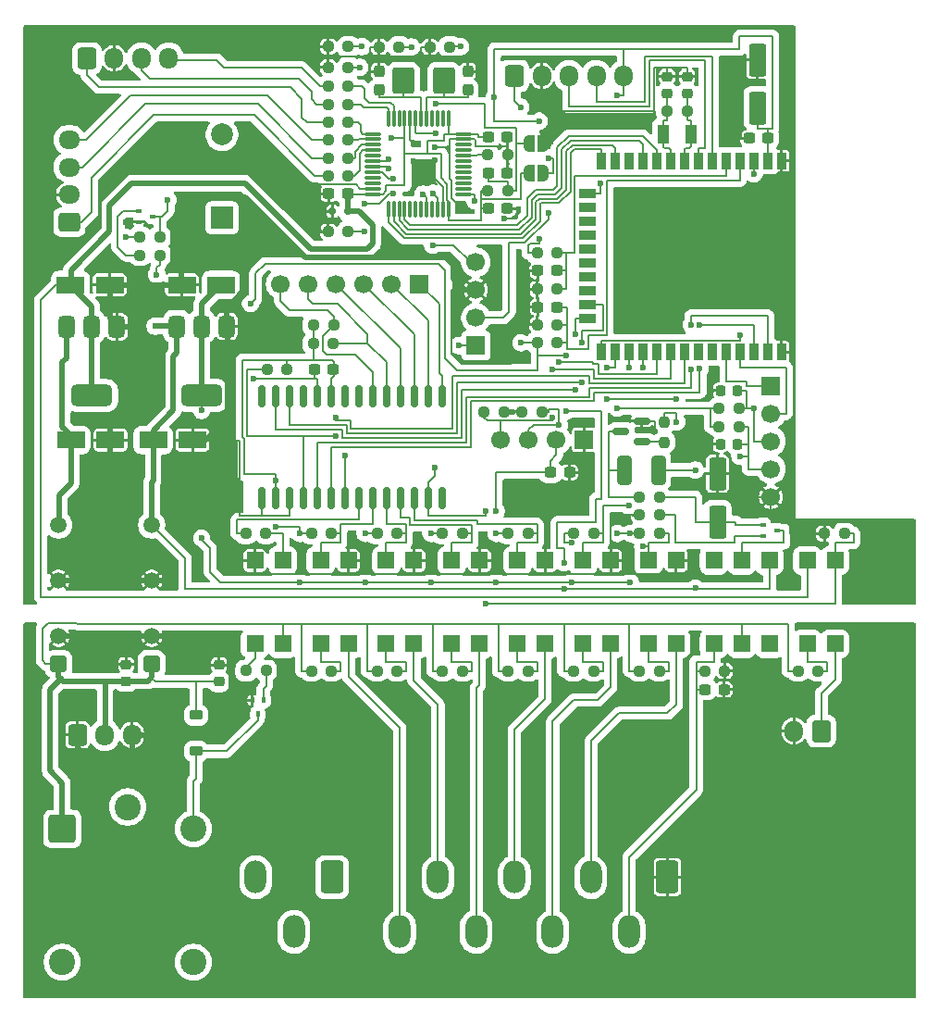
<source format=gbr>
%TF.GenerationSoftware,KiCad,Pcbnew,9.0.3*%
%TF.CreationDate,2025-08-30T18:16:35-03:00*%
%TF.ProjectId,HMI_LVDC-Inverter,484d495f-4c56-4444-932d-496e76657274,rev?*%
%TF.SameCoordinates,Original*%
%TF.FileFunction,Copper,L1,Top*%
%TF.FilePolarity,Positive*%
%FSLAX46Y46*%
G04 Gerber Fmt 4.6, Leading zero omitted, Abs format (unit mm)*
G04 Created by KiCad (PCBNEW 9.0.3) date 2025-08-30 18:16:35*
%MOMM*%
%LPD*%
G01*
G04 APERTURE LIST*
G04 Aperture macros list*
%AMRoundRect*
0 Rectangle with rounded corners*
0 $1 Rounding radius*
0 $2 $3 $4 $5 $6 $7 $8 $9 X,Y pos of 4 corners*
0 Add a 4 corners polygon primitive as box body*
4,1,4,$2,$3,$4,$5,$6,$7,$8,$9,$2,$3,0*
0 Add four circle primitives for the rounded corners*
1,1,$1+$1,$2,$3*
1,1,$1+$1,$4,$5*
1,1,$1+$1,$6,$7*
1,1,$1+$1,$8,$9*
0 Add four rect primitives between the rounded corners*
20,1,$1+$1,$2,$3,$4,$5,0*
20,1,$1+$1,$4,$5,$6,$7,0*
20,1,$1+$1,$6,$7,$8,$9,0*
20,1,$1+$1,$8,$9,$2,$3,0*%
%AMFreePoly0*
4,1,23,0.500000,-0.750000,0.000000,-0.750000,0.000000,-0.745722,-0.065263,-0.745722,-0.191342,-0.711940,-0.304381,-0.646677,-0.396677,-0.554381,-0.461940,-0.441342,-0.495722,-0.315263,-0.495722,-0.250000,-0.500000,-0.250000,-0.500000,0.250000,-0.495722,0.250000,-0.495722,0.315263,-0.461940,0.441342,-0.396677,0.554381,-0.304381,0.646677,-0.191342,0.711940,-0.065263,0.745722,0.000000,0.745722,
0.000000,0.750000,0.500000,0.750000,0.500000,-0.750000,0.500000,-0.750000,$1*%
%AMFreePoly1*
4,1,23,0.000000,0.745722,0.065263,0.745722,0.191342,0.711940,0.304381,0.646677,0.396677,0.554381,0.461940,0.441342,0.495722,0.315263,0.495722,0.250000,0.500000,0.250000,0.500000,-0.250000,0.495722,-0.250000,0.495722,-0.315263,0.461940,-0.441342,0.396677,-0.554381,0.304381,-0.646677,0.191342,-0.711940,0.065263,-0.745722,0.000000,-0.745722,0.000000,-0.750000,-0.500000,-0.750000,
-0.500000,0.750000,0.000000,0.750000,0.000000,0.745722,0.000000,0.745722,$1*%
G04 Aperture macros list end*
%TA.AperFunction,SMDPad,CuDef*%
%ADD10RoundRect,0.237500X-0.237500X0.250000X-0.237500X-0.250000X0.237500X-0.250000X0.237500X0.250000X0*%
%TD*%
%TA.AperFunction,SMDPad,CuDef*%
%ADD11RoundRect,0.225000X0.250000X-0.225000X0.250000X0.225000X-0.250000X0.225000X-0.250000X-0.225000X0*%
%TD*%
%TA.AperFunction,SMDPad,CuDef*%
%ADD12RoundRect,0.237500X-0.250000X-0.237500X0.250000X-0.237500X0.250000X0.237500X-0.250000X0.237500X0*%
%TD*%
%TA.AperFunction,SMDPad,CuDef*%
%ADD13RoundRect,0.250000X0.550000X-0.550000X0.550000X0.550000X-0.550000X0.550000X-0.550000X-0.550000X0*%
%TD*%
%TA.AperFunction,SMDPad,CuDef*%
%ADD14RoundRect,0.225000X0.225000X0.250000X-0.225000X0.250000X-0.225000X-0.250000X0.225000X-0.250000X0*%
%TD*%
%TA.AperFunction,SMDPad,CuDef*%
%ADD15RoundRect,0.237500X0.250000X0.237500X-0.250000X0.237500X-0.250000X-0.237500X0.250000X-0.237500X0*%
%TD*%
%TA.AperFunction,SMDPad,CuDef*%
%ADD16R,1.000000X1.800000*%
%TD*%
%TA.AperFunction,SMDPad,CuDef*%
%ADD17RoundRect,0.225000X-0.250000X0.225000X-0.250000X-0.225000X0.250000X-0.225000X0.250000X0.225000X0*%
%TD*%
%TA.AperFunction,SMDPad,CuDef*%
%ADD18RoundRect,0.237500X0.300000X0.237500X-0.300000X0.237500X-0.300000X-0.237500X0.300000X-0.237500X0*%
%TD*%
%TA.AperFunction,ComponentPad*%
%ADD19RoundRect,0.250000X-0.600000X-0.725000X0.600000X-0.725000X0.600000X0.725000X-0.600000X0.725000X0*%
%TD*%
%TA.AperFunction,ComponentPad*%
%ADD20O,1.700000X1.950000*%
%TD*%
%TA.AperFunction,ComponentPad*%
%ADD21RoundRect,0.250000X0.600000X0.750000X-0.600000X0.750000X-0.600000X-0.750000X0.600000X-0.750000X0*%
%TD*%
%TA.AperFunction,ComponentPad*%
%ADD22O,1.700000X2.000000*%
%TD*%
%TA.AperFunction,SMDPad,CuDef*%
%ADD23RoundRect,0.250000X-1.050000X-0.550000X1.050000X-0.550000X1.050000X0.550000X-1.050000X0.550000X0*%
%TD*%
%TA.AperFunction,SMDPad,CuDef*%
%ADD24RoundRect,0.250000X-0.550000X0.550000X-0.550000X-0.550000X0.550000X-0.550000X0.550000X0.550000X0*%
%TD*%
%TA.AperFunction,ComponentPad*%
%ADD25R,1.700000X1.700000*%
%TD*%
%TA.AperFunction,ComponentPad*%
%ADD26C,1.700000*%
%TD*%
%TA.AperFunction,SMDPad,CuDef*%
%ADD27RoundRect,0.250000X1.050000X0.550000X-1.050000X0.550000X-1.050000X-0.550000X1.050000X-0.550000X0*%
%TD*%
%TA.AperFunction,SMDPad,CuDef*%
%ADD28RoundRect,0.225000X-0.375000X0.225000X-0.375000X-0.225000X0.375000X-0.225000X0.375000X0.225000X0*%
%TD*%
%TA.AperFunction,SMDPad,CuDef*%
%ADD29RoundRect,0.237500X-0.300000X-0.237500X0.300000X-0.237500X0.300000X0.237500X-0.300000X0.237500X0*%
%TD*%
%TA.AperFunction,SMDPad,CuDef*%
%ADD30RoundRect,0.100000X0.155000X0.100000X-0.155000X0.100000X-0.155000X-0.100000X0.155000X-0.100000X0*%
%TD*%
%TA.AperFunction,ComponentPad*%
%ADD31RoundRect,0.250001X0.499999X0.499999X-0.499999X0.499999X-0.499999X-0.499999X0.499999X-0.499999X0*%
%TD*%
%TA.AperFunction,ComponentPad*%
%ADD32C,1.500000*%
%TD*%
%TA.AperFunction,ComponentPad*%
%ADD33RoundRect,0.250000X0.725000X-0.600000X0.725000X0.600000X-0.725000X0.600000X-0.725000X-0.600000X0*%
%TD*%
%TA.AperFunction,ComponentPad*%
%ADD34O,1.950000X1.700000*%
%TD*%
%TA.AperFunction,ComponentPad*%
%ADD35C,2.400000*%
%TD*%
%TA.AperFunction,ComponentPad*%
%ADD36RoundRect,0.250000X-1.000000X-1.000000X1.000000X-1.000000X1.000000X1.000000X-1.000000X1.000000X0*%
%TD*%
%TA.AperFunction,SMDPad,CuDef*%
%ADD37RoundRect,0.075000X-0.075000X0.662500X-0.075000X-0.662500X0.075000X-0.662500X0.075000X0.662500X0*%
%TD*%
%TA.AperFunction,SMDPad,CuDef*%
%ADD38RoundRect,0.075000X-0.662500X0.075000X-0.662500X-0.075000X0.662500X-0.075000X0.662500X0.075000X0*%
%TD*%
%TA.AperFunction,SMDPad,CuDef*%
%ADD39RoundRect,0.150000X0.587500X0.150000X-0.587500X0.150000X-0.587500X-0.150000X0.587500X-0.150000X0*%
%TD*%
%TA.AperFunction,SMDPad,CuDef*%
%ADD40RoundRect,0.150000X-0.150000X0.875000X-0.150000X-0.875000X0.150000X-0.875000X0.150000X0.875000X0*%
%TD*%
%TA.AperFunction,SMDPad,CuDef*%
%ADD41R,0.900000X1.500000*%
%TD*%
%TA.AperFunction,SMDPad,CuDef*%
%ADD42R,1.500000X0.900000*%
%TD*%
%TA.AperFunction,HeatsinkPad*%
%ADD43R,0.900000X0.900000*%
%TD*%
%TA.AperFunction,HeatsinkPad*%
%ADD44C,0.600000*%
%TD*%
%TA.AperFunction,SMDPad,CuDef*%
%ADD45RoundRect,0.250000X-0.400000X-1.075000X0.400000X-1.075000X0.400000X1.075000X-0.400000X1.075000X0*%
%TD*%
%TA.AperFunction,SMDPad,CuDef*%
%ADD46RoundRect,0.237500X0.237500X-0.300000X0.237500X0.300000X-0.237500X0.300000X-0.237500X-0.300000X0*%
%TD*%
%TA.AperFunction,SMDPad,CuDef*%
%ADD47RoundRect,0.250000X0.550000X-1.250000X0.550000X1.250000X-0.550000X1.250000X-0.550000X-1.250000X0*%
%TD*%
%TA.AperFunction,SMDPad,CuDef*%
%ADD48RoundRect,0.375000X-0.375000X0.625000X-0.375000X-0.625000X0.375000X-0.625000X0.375000X0.625000X0*%
%TD*%
%TA.AperFunction,SMDPad,CuDef*%
%ADD49RoundRect,0.500000X-1.400000X0.500000X-1.400000X-0.500000X1.400000X-0.500000X1.400000X0.500000X0*%
%TD*%
%TA.AperFunction,SMDPad,CuDef*%
%ADD50RoundRect,0.250000X-0.750000X-0.950000X0.750000X-0.950000X0.750000X0.950000X-0.750000X0.950000X0*%
%TD*%
%TA.AperFunction,ComponentPad*%
%ADD51R,2.000000X2.000000*%
%TD*%
%TA.AperFunction,ComponentPad*%
%ADD52C,2.000000*%
%TD*%
%TA.AperFunction,SMDPad,CuDef*%
%ADD53FreePoly0,180.000000*%
%TD*%
%TA.AperFunction,SMDPad,CuDef*%
%ADD54FreePoly1,180.000000*%
%TD*%
%TA.AperFunction,SMDPad,CuDef*%
%ADD55RoundRect,0.100000X0.100000X-0.155000X0.100000X0.155000X-0.100000X0.155000X-0.100000X-0.155000X0*%
%TD*%
%TA.AperFunction,SMDPad,CuDef*%
%ADD56RoundRect,0.150000X0.150000X0.200000X-0.150000X0.200000X-0.150000X-0.200000X0.150000X-0.200000X0*%
%TD*%
%TA.AperFunction,SMDPad,CuDef*%
%ADD57FreePoly0,0.000000*%
%TD*%
%TA.AperFunction,SMDPad,CuDef*%
%ADD58FreePoly1,0.000000*%
%TD*%
%TA.AperFunction,ComponentPad*%
%ADD59RoundRect,0.250000X0.750000X1.250000X-0.750000X1.250000X-0.750000X-1.250000X0.750000X-1.250000X0*%
%TD*%
%TA.AperFunction,ComponentPad*%
%ADD60O,2.000000X3.000000*%
%TD*%
%TA.AperFunction,ViaPad*%
%ADD61C,0.600000*%
%TD*%
%TA.AperFunction,Conductor*%
%ADD62C,0.200000*%
%TD*%
%TA.AperFunction,Conductor*%
%ADD63C,0.508000*%
%TD*%
G04 APERTURE END LIST*
D10*
%TO.P,R24,1*%
%TO.N,/ESP32/V0-10V*%
X158640000Y-76345000D03*
%TO.P,R24,2*%
%TO.N,Net-(Q2-G)*%
X158640000Y-78170000D03*
%TD*%
D11*
%TO.P,C18,1*%
%TO.N,+12V_ISO*%
X117876600Y-100079000D03*
%TO.P,C18,2*%
%TO.N,GND_ISO*%
X117876600Y-98529000D03*
%TD*%
D12*
%TO.P,R26,1*%
%TO.N,+3.3V_ESP*%
X126514500Y-69128800D03*
%TO.P,R26,2*%
%TO.N,/Perifericos/Matrix_4*%
X128339500Y-69128800D03*
%TD*%
D13*
%TO.P,U20,1*%
%TO.N,Net-(R42-Pad1)*%
X145185000Y-96610000D03*
%TO.P,U20,2*%
%TO.N,/Perifericos/FREQ_SEL_4_ISO*%
X147725000Y-96610000D03*
%TO.P,U20,3*%
%TO.N,GND*%
X147725000Y-88990000D03*
%TO.P,U20,4*%
%TO.N,/Perifericos/FREQ_SEL_4*%
X145185000Y-88990000D03*
%TD*%
D14*
%TO.P,C13,1*%
%TO.N,/ESP32/BOOT_prog*%
X165340000Y-78365000D03*
%TO.P,C13,2*%
%TO.N,GND*%
X163790000Y-78365000D03*
%TD*%
D15*
%TO.P,R6,1*%
%TO.N,Net-(U1-PA6)*%
X129712500Y-53825000D03*
%TO.P,R6,2*%
%TO.N,/STM32/W_Sd*%
X127887500Y-53825000D03*
%TD*%
D16*
%TO.P,Y2,1,1*%
%TO.N,/ESP32/RTC_XTAL1*%
X161055000Y-49985000D03*
%TO.P,Y2,2,2*%
%TO.N,/ESP32/RTC_XTAL2*%
X158555000Y-49985000D03*
%TD*%
D15*
%TO.P,R5,1*%
%TO.N,Net-(U1-PA5)*%
X129712500Y-52175000D03*
%TO.P,R5,2*%
%TO.N,/STM32/W_In*%
X127887500Y-52175000D03*
%TD*%
D17*
%TO.P,C14,1*%
%TO.N,GND*%
X160720000Y-44735000D03*
%TO.P,C14,2*%
%TO.N,/ESP32/RTC_XTAL1*%
X160720000Y-46285000D03*
%TD*%
D15*
%TO.P,R48,1*%
%TO.N,/Perifericos/Buzzer*%
X112464500Y-61077000D03*
%TO.P,R48,2*%
%TO.N,Net-(Q4-B)*%
X110639500Y-61077000D03*
%TD*%
D18*
%TO.P,C9,1*%
%TO.N,+3.3V_ESP*%
X168112500Y-50390000D03*
%TO.P,C9,2*%
%TO.N,GND*%
X166387500Y-50390000D03*
%TD*%
D19*
%TO.P,J6,1,Pin_1*%
%TO.N,+5V_ESP*%
X144915000Y-44675000D03*
D20*
%TO.P,J6,2,Pin_2*%
%TO.N,GND*%
X147415000Y-44675000D03*
%TO.P,J6,3,Pin_3*%
%TO.N,/ESP32/VSens_Corriente*%
X149915000Y-44675000D03*
%TO.P,J6,4,Pin_4*%
%TO.N,/ESP32/Vsens_HV*%
X152415000Y-44675000D03*
%TO.P,J6,5,Pin_5*%
%TO.N,+3.3V_ESP*%
X154915000Y-44675000D03*
%TD*%
D15*
%TO.P,R41,1*%
%TO.N,/Perifericos/FREQ_SEL_4*%
X146167500Y-86510000D03*
%TO.P,R41,2*%
%TO.N,+3.3V_ESP*%
X144342500Y-86510000D03*
%TD*%
D12*
%TO.P,R27,1*%
%TO.N,+3.3V_ESP*%
X126539093Y-67464696D03*
%TO.P,R27,2*%
%TO.N,/Perifericos/Matrix_5*%
X128364093Y-67464696D03*
%TD*%
D21*
%TO.P,J4,1,Pin_1*%
%TO.N,/Perifericos/TERMO_SWITCH_ISO*%
X172994600Y-104587200D03*
D22*
%TO.P,J4,2,Pin_2*%
%TO.N,GND_ISO*%
X170494600Y-104587200D03*
%TD*%
D23*
%TO.P,C16,1*%
%TO.N,/Fuentes/Fuente_ISO/+5V_OUT*%
X104341800Y-77968000D03*
%TO.P,C16,2*%
%TO.N,GND*%
X107941800Y-77968000D03*
%TD*%
%TO.P,C19,1*%
%TO.N,+5V_ESP*%
X111860200Y-77968000D03*
%TO.P,C19,2*%
%TO.N,GND*%
X115460200Y-77968000D03*
%TD*%
D15*
%TO.P,R22,1*%
%TO.N,GND_ISO*%
X164167500Y-99090000D03*
%TO.P,R22,2*%
%TO.N,/Perifericos/0_10V_ISO*%
X162342500Y-99090000D03*
%TD*%
D24*
%TO.P,U11,1*%
%TO.N,Net-(R28-Pad2)*%
X123725000Y-88990000D03*
%TO.P,U11,2*%
%TO.N,GND*%
X121185000Y-88990000D03*
%TO.P,U11,3*%
%TO.N,Net-(R47-Pad1)*%
X121185000Y-96610000D03*
%TO.P,U11,4*%
%TO.N,+12V_ISO*%
X123725000Y-96610000D03*
%TD*%
D25*
%TO.P,J8,1,Pin_1*%
%TO.N,/ESP32/RXD0_prog*%
X168405000Y-73010000D03*
D26*
%TO.P,J8,2,Pin_2*%
%TO.N,/ESP32/TXD0_prog*%
X168405000Y-75550000D03*
%TO.P,J8,3,Pin_3*%
%TO.N,/ESP32/ENABLE*%
X168405000Y-78090000D03*
%TO.P,J8,4,Pin_4*%
%TO.N,/ESP32/BOOT_prog*%
X168405000Y-80630000D03*
%TO.P,J8,5,Pin_5*%
%TO.N,GND*%
X168405000Y-83170000D03*
%TD*%
D12*
%TO.P,R17,1*%
%TO.N,+5V_ESP*%
X147020000Y-69065000D03*
%TO.P,R17,2*%
%TO.N,/ESP32/5V_test*%
X148845000Y-69065000D03*
%TD*%
D15*
%TO.P,R13,1*%
%TO.N,Net-(D3-K)*%
X129712500Y-42000000D03*
%TO.P,R13,2*%
%TO.N,GND*%
X127887500Y-42000000D03*
%TD*%
D27*
%TO.P,C20,1*%
%TO.N,+3.3V_ESP*%
X118097500Y-63794800D03*
%TO.P,C20,2*%
%TO.N,GND*%
X114497500Y-63794800D03*
%TD*%
D15*
%TO.P,R33,1*%
%TO.N,Net-(D6-K)*%
X129712500Y-43900000D03*
%TO.P,R33,2*%
%TO.N,GND*%
X127887500Y-43900000D03*
%TD*%
D12*
%TO.P,R9,1*%
%TO.N,GND*%
X127886100Y-58918000D03*
%TO.P,R9,2*%
%TO.N,/STM32/Boot1*%
X129711100Y-58918000D03*
%TD*%
D28*
%TO.P,D4,1,K*%
%TO.N,+12V_ISO*%
X115793800Y-103140400D03*
%TO.P,D4,2,A*%
%TO.N,Net-(D4-A)*%
X115793800Y-106440400D03*
%TD*%
D25*
%TO.P,J5,1,Pin_1*%
%TO.N,/STM32/SW_Clk*%
X141397000Y-69340000D03*
D26*
%TO.P,J5,2,Pin_2*%
%TO.N,/STM32/SW_3V3*%
X141397000Y-66800000D03*
%TO.P,J5,3,Pin_3*%
%TO.N,GND*%
X141397000Y-64260000D03*
%TO.P,J5,4,Pin_4*%
%TO.N,/STM32/SW_DIO*%
X141397000Y-61720000D03*
%TD*%
D15*
%TO.P,R37,1*%
%TO.N,/Perifericos/FREQ_SEL_2*%
X134167500Y-86510000D03*
%TO.P,R37,2*%
%TO.N,+3.3V_ESP*%
X132342500Y-86510000D03*
%TD*%
D14*
%TO.P,C12,1*%
%TO.N,/ESP32/ENABLE*%
X165340000Y-73445000D03*
%TO.P,C12,2*%
%TO.N,GND*%
X163790000Y-73445000D03*
%TD*%
D29*
%TO.P,C21,1*%
%TO.N,/Perifericos/0_10V_ISO*%
X162392500Y-100790000D03*
%TO.P,C21,2*%
%TO.N,GND_ISO*%
X164117500Y-100790000D03*
%TD*%
D23*
%TO.P,C17,1*%
%TO.N,3V3_STM*%
X104291000Y-63794800D03*
%TO.P,C17,2*%
%TO.N,GND*%
X107891000Y-63794800D03*
%TD*%
D30*
%TO.P,Q1,1,B*%
%TO.N,Net-(Q1-B)*%
X167662500Y-85740000D03*
%TO.P,Q1,2,E*%
%TO.N,Net-(Q1-E)*%
X167662500Y-86740000D03*
%TO.P,Q1,3,C*%
%TO.N,Net-(Q1-C)*%
X168952500Y-86240000D03*
%TD*%
D18*
%TO.P,C7,1*%
%TO.N,/ESP32/5V_test*%
X148795000Y-65815000D03*
%TO.P,C7,2*%
%TO.N,GND*%
X147070000Y-65815000D03*
%TD*%
D12*
%TO.P,R47,1*%
%TO.N,Net-(R47-Pad1)*%
X120369600Y-99050000D03*
%TO.P,R47,2*%
%TO.N,Net-(Q3-B)*%
X122194600Y-99050000D03*
%TD*%
%TO.P,R10,1*%
%TO.N,3V3_STM*%
X142487500Y-55150000D03*
%TO.P,R10,2*%
%TO.N,/STM32/STM_Reset*%
X144312500Y-55150000D03*
%TD*%
%TO.P,R28,1*%
%TO.N,/Perifericos/RELAY_CTRL*%
X120342500Y-86510000D03*
%TO.P,R28,2*%
%TO.N,Net-(R28-Pad2)*%
X122167500Y-86510000D03*
%TD*%
D15*
%TO.P,R40,1*%
%TO.N,Net-(R40-Pad1)*%
X140167500Y-99090000D03*
%TO.P,R40,2*%
%TO.N,+12V_ISO*%
X138342500Y-99090000D03*
%TD*%
D31*
%TO.P,U4,1,+Vin*%
%TO.N,+12V_ISO*%
X103195400Y-98440400D03*
D32*
%TO.P,U4,2,-Vin*%
%TO.N,GND_ISO*%
X103195400Y-95900400D03*
%TO.P,U4,4,-Vout*%
%TO.N,GND*%
X103195400Y-90820400D03*
%TO.P,U4,6,+Vout*%
%TO.N,/Fuentes/Fuente_ISO/+5V_OUT*%
X103195400Y-85740400D03*
%TD*%
D12*
%TO.P,R29,1*%
%TO.N,Net-(D5-K)*%
X110639500Y-59426000D03*
%TO.P,R29,2*%
%TO.N,Net-(BZ1--)*%
X112464500Y-59426000D03*
%TD*%
D15*
%TO.P,R19,1*%
%TO.N,/ESP32/5V_test*%
X148845000Y-67440000D03*
%TO.P,R19,2*%
%TO.N,GND*%
X147020000Y-67440000D03*
%TD*%
D33*
%TO.P,J9,1,Pin_1*%
%TO.N,/STM32/W_Sd*%
X104186000Y-58029000D03*
D34*
%TO.P,J9,2,Pin_2*%
%TO.N,GND*%
X104186000Y-55529000D03*
%TO.P,J9,3,Pin_3*%
%TO.N,/STM32/W_In*%
X104186000Y-53029000D03*
%TO.P,J9,4,Pin_4*%
%TO.N,/STM32/V_Sd*%
X104186000Y-50529000D03*
%TD*%
D13*
%TO.P,U21,1*%
%TO.N,Net-(R44-Pad1)*%
X157185000Y-96610000D03*
%TO.P,U21,2*%
%TO.N,/Perifericos/START_CTRL_ISO*%
X159725000Y-96610000D03*
%TO.P,U21,3*%
%TO.N,GND*%
X159725000Y-88990000D03*
%TO.P,U21,4*%
%TO.N,/ESP32/START_CTRL*%
X157185000Y-88990000D03*
%TD*%
D15*
%TO.P,R7,1*%
%TO.N,Net-(D2-K)*%
X134367500Y-42020000D03*
%TO.P,R7,2*%
%TO.N,GND*%
X132542500Y-42020000D03*
%TD*%
D12*
%TO.P,R23,1*%
%TO.N,Net-(Q2-D)*%
X156342500Y-83210000D03*
%TO.P,R23,2*%
%TO.N,Net-(Q1-B)*%
X158167500Y-83210000D03*
%TD*%
D15*
%TO.P,R12,1*%
%TO.N,/ESP32/OLED_SCL*%
X147427500Y-75410000D03*
%TO.P,R12,2*%
%TO.N,GND*%
X145602500Y-75410000D03*
%TD*%
D18*
%TO.P,C8,1*%
%TO.N,/ESP32/3.3V_test*%
X148795000Y-62490000D03*
%TO.P,C8,2*%
%TO.N,GND*%
X147070000Y-62490000D03*
%TD*%
D12*
%TO.P,R14,1*%
%TO.N,+3.3V_ESP*%
X163652500Y-75070000D03*
%TO.P,R14,2*%
%TO.N,/ESP32/ENABLE*%
X165477500Y-75070000D03*
%TD*%
%TO.P,R32,1*%
%TO.N,GND*%
X173282500Y-86510000D03*
%TO.P,R32,2*%
%TO.N,/Perifericos/TermoSw_Input*%
X175107500Y-86510000D03*
%TD*%
D35*
%TO.P,K2,11*%
%TO.N,/Perifericos/RELAY_COM*%
X109539800Y-111528000D03*
%TO.P,K2,12*%
%TO.N,/Perifericos/RELAY_NC*%
X115539800Y-125728000D03*
%TO.P,K2,14*%
%TO.N,/Perifericos/RELAY_NO*%
X103539800Y-125728000D03*
D36*
%TO.P,K2,A1*%
%TO.N,+12V_ISO*%
X103539800Y-113528000D03*
D35*
%TO.P,K2,A2*%
%TO.N,Net-(D4-A)*%
X115539800Y-113528000D03*
%TD*%
D29*
%TO.P,C23,1*%
%TO.N,+3.3V_ESP*%
X148232500Y-80940000D03*
%TO.P,C23,2*%
%TO.N,GND*%
X149957500Y-80940000D03*
%TD*%
D13*
%TO.P,U9,1*%
%TO.N,Net-(R30-Pad2)*%
X171725000Y-96610000D03*
%TO.P,U9,2*%
%TO.N,/Perifericos/TERMO_SWITCH_ISO*%
X174265000Y-96610000D03*
%TO.P,U9,3*%
%TO.N,/Perifericos/TermoSw_Input*%
X174265000Y-88990000D03*
%TO.P,U9,4*%
%TO.N,3V3_STM*%
X171725000Y-88990000D03*
%TD*%
D37*
%TO.P,U1,1,VBAT*%
%TO.N,3V3_STM*%
X138875000Y-48562500D03*
%TO.P,U1,2,PC13*%
%TO.N,unconnected-(U1-PC13-Pad2)*%
X138375000Y-48562500D03*
%TO.P,U1,3,PC14*%
%TO.N,unconnected-(U1-PC14-Pad3)*%
X137875000Y-48562500D03*
%TO.P,U1,4,PC15*%
%TO.N,unconnected-(U1-PC15-Pad4)*%
X137375000Y-48562500D03*
%TO.P,U1,5,PD0*%
%TO.N,/STM32/OSC_In*%
X136875000Y-48562500D03*
%TO.P,U1,6,PD1*%
%TO.N,/STM32/OSC_Out*%
X136375000Y-48562500D03*
%TO.P,U1,7,NRST*%
%TO.N,/STM32/STM_Reset*%
X135875000Y-48562500D03*
%TO.P,U1,8,VSSA*%
%TO.N,GND*%
X135375000Y-48562500D03*
%TO.P,U1,9,VDDA*%
%TO.N,3V3_STM*%
X134875000Y-48562500D03*
%TO.P,U1,10,PA0*%
%TO.N,unconnected-(U1-PA0-Pad10)*%
X134375000Y-48562500D03*
%TO.P,U1,11,PA1*%
%TO.N,Net-(U1-PA1)*%
X133875000Y-48562500D03*
%TO.P,U1,12,PA2*%
%TO.N,Net-(U1-PA2)*%
X133375000Y-48562500D03*
D38*
%TO.P,U1,13,PA3*%
%TO.N,Net-(U1-PA3)*%
X131962500Y-49975000D03*
%TO.P,U1,14,PA4*%
%TO.N,Net-(U1-PA4)*%
X131962500Y-50475000D03*
%TO.P,U1,15,PA5*%
%TO.N,Net-(U1-PA5)*%
X131962500Y-50975000D03*
%TO.P,U1,16,PA6*%
%TO.N,Net-(U1-PA6)*%
X131962500Y-51475000D03*
%TO.P,U1,17,PA7*%
%TO.N,unconnected-(U1-PA7-Pad17)*%
X131962500Y-51975000D03*
%TO.P,U1,18,PB0*%
%TO.N,/Perifericos/LED_State*%
X131962500Y-52475000D03*
%TO.P,U1,19,PB1*%
%TO.N,/Perifericos/LED_Error*%
X131962500Y-52975000D03*
%TO.P,U1,20,PB2*%
%TO.N,/STM32/Boot1*%
X131962500Y-53475000D03*
%TO.P,U1,21,PB10*%
%TO.N,unconnected-(U1-PB10-Pad21)*%
X131962500Y-53975000D03*
%TO.P,U1,22,PB11*%
%TO.N,unconnected-(U1-PB11-Pad22)*%
X131962500Y-54475000D03*
%TO.P,U1,23,VSS*%
%TO.N,GND*%
X131962500Y-54975000D03*
%TO.P,U1,24,VDD*%
%TO.N,3V3_STM*%
X131962500Y-55475000D03*
D37*
%TO.P,U1,25,PB12*%
%TO.N,/ESP32/NSS*%
X133375000Y-56887500D03*
%TO.P,U1,26,PB13*%
%TO.N,/ESP32/SCK*%
X133875000Y-56887500D03*
%TO.P,U1,27,PB14*%
%TO.N,/ESP32/MISO*%
X134375000Y-56887500D03*
%TO.P,U1,28,PB15*%
%TO.N,/ESP32/MOSI*%
X134875000Y-56887500D03*
%TO.P,U1,29,PA8*%
%TO.N,unconnected-(U1-PA8-Pad29)*%
X135375000Y-56887500D03*
%TO.P,U1,30,PA9*%
%TO.N,unconnected-(U1-PA9-Pad30)*%
X135875000Y-56887500D03*
%TO.P,U1,31,PA10*%
%TO.N,unconnected-(U1-PA10-Pad31)*%
X136375000Y-56887500D03*
%TO.P,U1,32,PA11*%
%TO.N,/Perifericos/TermoSw_Input*%
X136875000Y-56887500D03*
%TO.P,U1,33,PA12*%
%TO.N,/STM32/STOP_BUTTON*%
X137375000Y-56887500D03*
%TO.P,U1,34,PA13*%
%TO.N,/STM32/SW_DIO*%
X137875000Y-56887500D03*
%TO.P,U1,35,VSS*%
%TO.N,GND*%
X138375000Y-56887500D03*
%TO.P,U1,36,VDD*%
%TO.N,3V3_STM*%
X138875000Y-56887500D03*
D38*
%TO.P,U1,37,PA14*%
%TO.N,/STM32/SW_Clk*%
X140287500Y-55475000D03*
%TO.P,U1,38,PA15*%
%TO.N,unconnected-(U1-PA15-Pad38)*%
X140287500Y-54975000D03*
%TO.P,U1,39,PB3*%
%TO.N,unconnected-(U1-PB3-Pad39)*%
X140287500Y-54475000D03*
%TO.P,U1,40,PB4*%
%TO.N,unconnected-(U1-PB4-Pad40)*%
X140287500Y-53975000D03*
%TO.P,U1,41,PB5*%
%TO.N,unconnected-(U1-PB5-Pad41)*%
X140287500Y-53475000D03*
%TO.P,U1,42,PB6*%
%TO.N,unconnected-(U1-PB6-Pad42)*%
X140287500Y-52975000D03*
%TO.P,U1,43,PB7*%
%TO.N,unconnected-(U1-PB7-Pad43)*%
X140287500Y-52475000D03*
%TO.P,U1,44,BOOT0*%
%TO.N,/STM32/Boot0*%
X140287500Y-51975000D03*
%TO.P,U1,45,PB8*%
%TO.N,unconnected-(U1-PB8-Pad45)*%
X140287500Y-51475000D03*
%TO.P,U1,46,PB9*%
%TO.N,unconnected-(U1-PB9-Pad46)*%
X140287500Y-50975000D03*
%TO.P,U1,47,VSS*%
%TO.N,GND*%
X140287500Y-50475000D03*
%TO.P,U1,48,VDD*%
%TO.N,3V3_STM*%
X140287500Y-49975000D03*
%TD*%
D15*
%TO.P,R44,1*%
%TO.N,Net-(R44-Pad1)*%
X158167500Y-99090000D03*
%TO.P,R44,2*%
%TO.N,+12V_ISO*%
X156342500Y-99090000D03*
%TD*%
D11*
%TO.P,C11,1*%
%TO.N,/ESP32/RTC_XTAL2*%
X158890000Y-46285000D03*
%TO.P,C11,2*%
%TO.N,GND*%
X158890000Y-44735000D03*
%TD*%
D15*
%TO.P,R39,1*%
%TO.N,/Perifericos/FREQ_SEL_3*%
X140167500Y-86510000D03*
%TO.P,R39,2*%
%TO.N,+3.3V_ESP*%
X138342500Y-86510000D03*
%TD*%
D18*
%TO.P,C25,1*%
%TO.N,+3.3V_ESP*%
X128362500Y-71522500D03*
%TO.P,C25,2*%
%TO.N,GND*%
X126637500Y-71522500D03*
%TD*%
D15*
%TO.P,R46,1*%
%TO.N,Net-(R46-Pad1)*%
X152167500Y-99090000D03*
%TO.P,R46,2*%
%TO.N,+12V_ISO*%
X150342500Y-99090000D03*
%TD*%
D12*
%TO.P,R15,1*%
%TO.N,+3.3V_ESP*%
X163652500Y-76740000D03*
%TO.P,R15,2*%
%TO.N,/ESP32/BOOT_prog*%
X165477500Y-76740000D03*
%TD*%
%TO.P,R30,1*%
%TO.N,+12V_ISO*%
X170882500Y-99090000D03*
%TO.P,R30,2*%
%TO.N,Net-(R30-Pad2)*%
X172707500Y-99090000D03*
%TD*%
%TO.P,R18,1*%
%TO.N,+3.3V_ESP*%
X147020000Y-60875000D03*
%TO.P,R18,2*%
%TO.N,/ESP32/3.3V_test*%
X148845000Y-60875000D03*
%TD*%
D39*
%TO.P,Q2,1,G*%
%TO.N,Net-(Q2-G)*%
X156557500Y-78120000D03*
%TO.P,Q2,2,S*%
%TO.N,GND*%
X156557500Y-76220000D03*
%TO.P,Q2,3,D*%
%TO.N,Net-(Q2-D)*%
X154682500Y-77170000D03*
%TD*%
D29*
%TO.P,C1,1*%
%TO.N,3V3_STM*%
X142537500Y-56800000D03*
%TO.P,C1,2*%
%TO.N,GND*%
X144262500Y-56800000D03*
%TD*%
D15*
%TO.P,R42,1*%
%TO.N,Net-(R42-Pad1)*%
X146167500Y-99090000D03*
%TO.P,R42,2*%
%TO.N,+12V_ISO*%
X144342500Y-99090000D03*
%TD*%
%TO.P,R36,1*%
%TO.N,Net-(R36-Pad1)*%
X128170000Y-99090000D03*
%TO.P,R36,2*%
%TO.N,+12V_ISO*%
X126345000Y-99090000D03*
%TD*%
%TO.P,R1,1*%
%TO.N,Net-(U1-PA1)*%
X129712500Y-45600000D03*
%TO.P,R1,2*%
%TO.N,/STM32/U_In*%
X127887500Y-45600000D03*
%TD*%
%TO.P,R2,1*%
%TO.N,Net-(U1-PA2)*%
X129712500Y-47275000D03*
%TO.P,R2,2*%
%TO.N,/STM32/U_Sd*%
X127887500Y-47275000D03*
%TD*%
%TO.P,R3,1*%
%TO.N,Net-(U1-PA3)*%
X129712500Y-48900000D03*
%TO.P,R3,2*%
%TO.N,/STM32/V_In*%
X127887500Y-48900000D03*
%TD*%
D40*
%TO.P,U10,1,GPB0*%
%TO.N,/Perifericos/Matrix_0*%
X138325000Y-73952500D03*
%TO.P,U10,2,GPB1*%
%TO.N,/Perifericos/Matrix_1*%
X137055000Y-73952500D03*
%TO.P,U10,3,GPB2*%
%TO.N,/Perifericos/Matrix_2*%
X135785000Y-73952500D03*
%TO.P,U10,4,GPB3*%
%TO.N,/Perifericos/Matrix_3*%
X134515000Y-73952500D03*
%TO.P,U10,5,GPB4*%
%TO.N,/Perifericos/Matrix_4*%
X133245000Y-73952500D03*
%TO.P,U10,6,GPB5*%
%TO.N,/Perifericos/Matrix_5*%
X131975000Y-73952500D03*
%TO.P,U10,7,GPB6*%
%TO.N,unconnected-(U10-GPB6-Pad7)*%
X130705000Y-73952500D03*
%TO.P,U10,8,GPB7*%
%TO.N,unconnected-(U10-GPB7-Pad8)*%
X129435000Y-73952500D03*
%TO.P,U10,9,VDD*%
%TO.N,+3.3V_ESP*%
X128165000Y-73952500D03*
%TO.P,U10,10,VSS*%
%TO.N,GND*%
X126895000Y-73952500D03*
%TO.P,U10,11,NC*%
%TO.N,unconnected-(U10-NC-Pad11)*%
X125625000Y-73952500D03*
%TO.P,U10,12,SCK*%
%TO.N,/ESP32/SCL_MCP*%
X124355000Y-73952500D03*
%TO.P,U10,13,SDA*%
%TO.N,/ESP32/SDA_MCP*%
X123085000Y-73952500D03*
%TO.P,U10,14,NC*%
%TO.N,unconnected-(U10-NC-Pad14)*%
X121815000Y-73952500D03*
%TO.P,U10,15,A0*%
%TO.N,GND*%
X121815000Y-83252500D03*
%TO.P,U10,16,A1*%
%TO.N,+3.3V_ESP*%
X123085000Y-83252500D03*
%TO.P,U10,17,A2*%
%TO.N,GND*%
X124355000Y-83252500D03*
%TO.P,U10,18,~{RESET}*%
%TO.N,/ESP32/RESET_MCP*%
X125625000Y-83252500D03*
%TO.P,U10,19,INTB*%
%TO.N,/ESP32/INT_B*%
X126895000Y-83252500D03*
%TO.P,U10,20,INTA*%
%TO.N,/ESP32/INT_A*%
X128165000Y-83252500D03*
%TO.P,U10,21,GPA0*%
%TO.N,/Perifericos/Buzzer*%
X129435000Y-83252500D03*
%TO.P,U10,22,GPA1*%
%TO.N,/Perifericos/RELAY_CTRL*%
X130705000Y-83252500D03*
%TO.P,U10,23,GPA2*%
%TO.N,/Perifericos/FREQ_SEL_1*%
X131975000Y-83252500D03*
%TO.P,U10,24,GPA3*%
%TO.N,/Perifericos/FREQ_SEL_2*%
X133245000Y-83252500D03*
%TO.P,U10,25,GPA4*%
%TO.N,/Perifericos/FREQ_SEL_3*%
X134515000Y-83252500D03*
%TO.P,U10,26,GPA5*%
%TO.N,/Perifericos/FREQ_SEL_4*%
X135785000Y-83252500D03*
%TO.P,U10,27,GPA6*%
%TO.N,/Perifericos/TermoSw_Input*%
X137055000Y-83252500D03*
%TO.P,U10,28,GPA7*%
%TO.N,unconnected-(U10-GPA7-Pad28)*%
X138325000Y-83252500D03*
%TD*%
D41*
%TO.P,U2,1,GND*%
%TO.N,GND*%
X169345000Y-52435000D03*
%TO.P,U2,2,VDD*%
%TO.N,+3.3V_ESP*%
X168075000Y-52435000D03*
%TO.P,U2,3,EN*%
%TO.N,/ESP32/ENABLE*%
X166805000Y-52435000D03*
%TO.P,U2,4,SENSOR_VP*%
%TO.N,/ESP32/5V_test*%
X165535000Y-52435000D03*
%TO.P,U2,5,SENSOR_VN*%
%TO.N,/ESP32/3.3V_test*%
X164265000Y-52435000D03*
%TO.P,U2,6,IO34*%
%TO.N,/ESP32/Vsens_HV*%
X162995000Y-52435000D03*
%TO.P,U2,7,IO35*%
%TO.N,/ESP32/VSens_Corriente*%
X161725000Y-52435000D03*
%TO.P,U2,8,IO32*%
%TO.N,/ESP32/RTC_XTAL1*%
X160455000Y-52435000D03*
%TO.P,U2,9,IO33*%
%TO.N,/ESP32/RTC_XTAL2*%
X159185000Y-52435000D03*
%TO.P,U2,10,IO25*%
%TO.N,/ESP32/MOSI*%
X157915000Y-52435000D03*
%TO.P,U2,11,IO26*%
%TO.N,/ESP32/MISO*%
X156645000Y-52435000D03*
%TO.P,U2,12,IO27*%
%TO.N,unconnected-(U2-IO27-Pad12)*%
X155375000Y-52435000D03*
%TO.P,U2,13,IO14*%
%TO.N,/ESP32/SCK*%
X154105000Y-52435000D03*
%TO.P,U2,14,IO12*%
%TO.N,/ESP32/NSS*%
X152835000Y-52435000D03*
D42*
%TO.P,U2,15,GND*%
%TO.N,GND*%
X151585000Y-55470000D03*
%TO.P,U2,16,IO13*%
%TO.N,unconnected-(U2-IO13-Pad16)*%
X151585000Y-56740000D03*
%TO.P,U2,17,NC*%
%TO.N,unconnected-(U2-NC-Pad17)*%
X151585000Y-58010000D03*
%TO.P,U2,18,NC*%
%TO.N,unconnected-(U2-NC-Pad18)*%
X151585000Y-59280000D03*
%TO.P,U2,19,NC*%
%TO.N,unconnected-(U2-NC-Pad19)*%
X151585000Y-60550000D03*
%TO.P,U2,20,NC*%
%TO.N,unconnected-(U2-NC-Pad20)*%
X151585000Y-61820000D03*
%TO.P,U2,21,NC*%
%TO.N,unconnected-(U2-NC-Pad21)*%
X151585000Y-63090000D03*
%TO.P,U2,22,NC*%
%TO.N,unconnected-(U2-NC-Pad22)*%
X151585000Y-64360000D03*
%TO.P,U2,23,IO15*%
%TO.N,/ESP32/SCL_MCP*%
X151585000Y-65630000D03*
%TO.P,U2,24,IO2*%
%TO.N,/ESP32/SDA_MCP*%
X151585000Y-66900000D03*
D41*
%TO.P,U2,25,IO0*%
%TO.N,/ESP32/BOOT_prog*%
X152835000Y-69935000D03*
%TO.P,U2,26,IO4*%
%TO.N,/ESP32/V0-10V*%
X154105000Y-69935000D03*
%TO.P,U2,27,IO16*%
%TO.N,/ESP32/STOP_BUTTON*%
X155375000Y-69935000D03*
%TO.P,U2,28,IO17*%
%TO.N,/ESP32/START_CTRL*%
X156645000Y-69935000D03*
%TO.P,U2,29,IO5*%
%TO.N,/ESP32/OLED_SCL*%
X157915000Y-69935000D03*
%TO.P,U2,30,IO18*%
%TO.N,/ESP32/OLED_SDA*%
X159185000Y-69935000D03*
%TO.P,U2,31,IO19*%
%TO.N,/ESP32/RESET_MCP*%
X160455000Y-69935000D03*
%TO.P,U2,32,NC*%
%TO.N,unconnected-(U2-NC-Pad32)*%
X161725000Y-69935000D03*
%TO.P,U2,33,IO21*%
%TO.N,unconnected-(U2-IO21-Pad33)*%
X162995000Y-69935000D03*
%TO.P,U2,34,RXD0/IO3*%
%TO.N,/ESP32/RXD0_prog*%
X164265000Y-69935000D03*
%TO.P,U2,35,TXD0/IO1*%
%TO.N,/ESP32/TXD0_prog*%
X165535000Y-69935000D03*
%TO.P,U2,36,IO22*%
%TO.N,/ESP32/INT_A*%
X166805000Y-69935000D03*
%TO.P,U2,37,IO23*%
%TO.N,/ESP32/INT_B*%
X168075000Y-69935000D03*
%TO.P,U2,38,GND*%
%TO.N,GND*%
X169345000Y-69935000D03*
D43*
%TO.P,U2,39,GND*%
X163025000Y-58285000D03*
D44*
X162325000Y-58285000D03*
D43*
X161625000Y-58285000D03*
D44*
X160925000Y-58285000D03*
D43*
X160225000Y-58285000D03*
D44*
X163025000Y-58985000D03*
X161625000Y-58985000D03*
X160225000Y-58985000D03*
D43*
X163025000Y-59685000D03*
D44*
X162325000Y-59685000D03*
D43*
X161625000Y-59685000D03*
D44*
X160925000Y-59685000D03*
D43*
X160225000Y-59685000D03*
D44*
X163025000Y-60385000D03*
X161625000Y-60385000D03*
X160225000Y-60385000D03*
D43*
X163025000Y-61085000D03*
D44*
X162325000Y-61085000D03*
D43*
X161625000Y-61085000D03*
D44*
X160925000Y-61085000D03*
D43*
X160225000Y-61085000D03*
%TD*%
D19*
%TO.P,J1,1,Pin_1*%
%TO.N,GND_ISO*%
X104922600Y-104942800D03*
D20*
%TO.P,J1,2,Pin_2*%
%TO.N,+12V_ISO*%
X107422600Y-104942800D03*
%TO.P,J1,3,Pin_3*%
%TO.N,GND_ISO*%
X109922600Y-104942800D03*
%TD*%
D15*
%TO.P,R4,1*%
%TO.N,Net-(U1-PA4)*%
X129712500Y-50550000D03*
%TO.P,R4,2*%
%TO.N,/STM32/V_Sd*%
X127887500Y-50550000D03*
%TD*%
D13*
%TO.P,U17,1*%
%TO.N,Net-(R36-Pad1)*%
X127185000Y-96610000D03*
%TO.P,U17,2*%
%TO.N,/Perifericos/FREQ_SEL_1_ISO*%
X129725000Y-96610000D03*
%TO.P,U17,3*%
%TO.N,GND*%
X129725000Y-88990000D03*
%TO.P,U17,4*%
%TO.N,/Perifericos/FREQ_SEL_1*%
X127185000Y-88990000D03*
%TD*%
D30*
%TO.P,Q4,1,B*%
%TO.N,Net-(Q4-B)*%
X110526000Y-57021000D03*
%TO.P,Q4,2,E*%
%TO.N,GND*%
X110526000Y-58021000D03*
%TO.P,Q4,3,C*%
%TO.N,Net-(BZ1--)*%
X111816000Y-57521000D03*
%TD*%
D45*
%TO.P,R21,1*%
%TO.N,Net-(Q2-D)*%
X155007500Y-80710000D03*
%TO.P,R21,2*%
%TO.N,+5V_ESP*%
X158107500Y-80710000D03*
%TD*%
D31*
%TO.P,U6,1,+Vin*%
%TO.N,+12V_ISO*%
X111729800Y-98440400D03*
D32*
%TO.P,U6,2,-Vin*%
%TO.N,GND_ISO*%
X111729800Y-95900400D03*
%TO.P,U6,4,-Vout*%
%TO.N,GND*%
X111729800Y-90820400D03*
%TO.P,U6,6,+Vout*%
%TO.N,+5V_ESP*%
X111729800Y-85740400D03*
%TD*%
D19*
%TO.P,J7,1,Pin_1*%
%TO.N,/STM32/V_In*%
X105786200Y-43068400D03*
D20*
%TO.P,J7,2,Pin_2*%
%TO.N,GND*%
X108286200Y-43068400D03*
%TO.P,J7,3,Pin_3*%
%TO.N,/STM32/U_Sd*%
X110786200Y-43068400D03*
%TO.P,J7,4,Pin_4*%
%TO.N,/STM32/U_In*%
X113286200Y-43068400D03*
%TD*%
D46*
%TO.P,C4,1*%
%TO.N,/STM32/OSC_In*%
X140650000Y-45987500D03*
%TO.P,C4,2*%
%TO.N,GND*%
X140650000Y-44262500D03*
%TD*%
D47*
%TO.P,C10,1*%
%TO.N,+3.3V_ESP*%
X167175000Y-47615000D03*
%TO.P,C10,2*%
%TO.N,GND*%
X167175000Y-43215000D03*
%TD*%
D15*
%TO.P,R8,1*%
%TO.N,GND*%
X144312500Y-51900000D03*
%TO.P,R8,2*%
%TO.N,/STM32/Boot0*%
X142487500Y-51900000D03*
%TD*%
D48*
%TO.P,U3,1,GND*%
%TO.N,GND*%
X108543400Y-67604400D03*
%TO.P,U3,2,VO*%
%TO.N,3V3_STM*%
X106243400Y-67604400D03*
D49*
X106243400Y-73904400D03*
D48*
%TO.P,U3,3,VI*%
%TO.N,/Fuentes/Fuente_ISO/+5V_OUT*%
X103943400Y-67604400D03*
%TD*%
D15*
%TO.P,R45,1*%
%TO.N,/ESP32/STOP_BUTTON*%
X152167500Y-86510000D03*
%TO.P,R45,2*%
%TO.N,+3.3V_ESP*%
X150342500Y-86510000D03*
%TD*%
D50*
%TO.P,Y1,1,1*%
%TO.N,/STM32/OSC_Out*%
X134750000Y-45125000D03*
%TO.P,Y1,2,2*%
%TO.N,/STM32/OSC_In*%
X138450000Y-45125000D03*
%TD*%
D29*
%TO.P,C6,1*%
%TO.N,/STM32/STM_Reset*%
X142537500Y-53550000D03*
%TO.P,C6,2*%
%TO.N,GND*%
X144262500Y-53550000D03*
%TD*%
D15*
%TO.P,R31,1*%
%TO.N,+3.3V_ESP*%
X124107500Y-71522500D03*
%TO.P,R31,2*%
%TO.N,/ESP32/RESET_MCP*%
X122282500Y-71522500D03*
%TD*%
D47*
%TO.P,C22,1*%
%TO.N,Net-(Q1-B)*%
X163505000Y-85470000D03*
%TO.P,C22,2*%
%TO.N,GND*%
X163505000Y-81070000D03*
%TD*%
D15*
%TO.P,R43,1*%
%TO.N,/ESP32/START_CTRL*%
X158167500Y-86510000D03*
%TO.P,R43,2*%
%TO.N,+3.3V_ESP*%
X156342500Y-86510000D03*
%TD*%
D51*
%TO.P,BZ1,1,+*%
%TO.N,+3.3V_ESP*%
X118156000Y-57648000D03*
D52*
%TO.P,BZ1,2,-*%
%TO.N,Net-(BZ1--)*%
X118156000Y-50048000D03*
%TD*%
D13*
%TO.P,U18,1*%
%TO.N,Net-(R38-Pad1)*%
X133185000Y-96610000D03*
%TO.P,U18,2*%
%TO.N,/Perifericos/FREQ_SEL_2_ISO*%
X135725000Y-96610000D03*
%TO.P,U18,3*%
%TO.N,GND*%
X135725000Y-88990000D03*
%TO.P,U18,4*%
%TO.N,/Perifericos/FREQ_SEL_2*%
X133185000Y-88990000D03*
%TD*%
D53*
%TO.P,SW1,1,A*%
%TO.N,GND*%
X147575000Y-50820000D03*
D54*
%TO.P,SW1,2,B*%
%TO.N,/STM32/STM_Reset*%
X146275000Y-50820000D03*
%TD*%
D29*
%TO.P,C3,1*%
%TO.N,3V3_STM*%
X142537500Y-50300000D03*
%TO.P,C3,2*%
%TO.N,GND*%
X144262500Y-50300000D03*
%TD*%
D15*
%TO.P,R34,1*%
%TO.N,Net-(D7-K)*%
X139007500Y-42020000D03*
%TO.P,R34,2*%
%TO.N,GND*%
X137182500Y-42020000D03*
%TD*%
D12*
%TO.P,R25,1*%
%TO.N,GND*%
X156342500Y-84840000D03*
%TO.P,R25,2*%
%TO.N,Net-(Q1-E)*%
X158167500Y-84840000D03*
%TD*%
D13*
%TO.P,U22,1*%
%TO.N,Net-(R46-Pad1)*%
X151185000Y-96610000D03*
%TO.P,U22,2*%
%TO.N,/Perifericos/STOP_BUTTON_ISO*%
X153725000Y-96610000D03*
%TO.P,U22,3*%
%TO.N,GND*%
X153725000Y-88990000D03*
%TO.P,U22,4*%
%TO.N,/ESP32/STOP_BUTTON*%
X151185000Y-88990000D03*
%TD*%
D55*
%TO.P,Q3,1,B*%
%TO.N,Net-(Q3-B)*%
X121932600Y-101757800D03*
%TO.P,Q3,2,E*%
%TO.N,GND_ISO*%
X120932600Y-101757800D03*
%TO.P,Q3,3,C*%
%TO.N,Net-(D4-A)*%
X121432600Y-103047800D03*
%TD*%
D56*
%TO.P,D1,1,A1*%
%TO.N,GND*%
X128251000Y-57075000D03*
%TO.P,D1,2,A2*%
%TO.N,3V3_STM*%
X129651000Y-57075000D03*
%TD*%
D46*
%TO.P,C5,1*%
%TO.N,/STM32/OSC_Out*%
X132525000Y-45987500D03*
%TO.P,C5,2*%
%TO.N,GND*%
X132525000Y-44262500D03*
%TD*%
D12*
%TO.P,R11,1*%
%TO.N,/ESP32/OLED_SDA*%
X142152500Y-75410000D03*
%TO.P,R11,2*%
%TO.N,GND*%
X143977500Y-75410000D03*
%TD*%
D15*
%TO.P,R35,1*%
%TO.N,/Perifericos/FREQ_SEL_1*%
X128167500Y-86510000D03*
%TO.P,R35,2*%
%TO.N,+3.3V_ESP*%
X126342500Y-86510000D03*
%TD*%
D57*
%TO.P,JP1,1,A*%
%TO.N,3V3_STM*%
X146275000Y-53565000D03*
D58*
%TO.P,JP1,2,B*%
%TO.N,/STM32/SW_3V3*%
X147575000Y-53565000D03*
%TD*%
D18*
%TO.P,C2,1*%
%TO.N,3V3_STM*%
X129661100Y-55463600D03*
%TO.P,C2,2*%
%TO.N,GND*%
X127936100Y-55463600D03*
%TD*%
D15*
%TO.P,R38,1*%
%TO.N,Net-(R38-Pad1)*%
X134170000Y-99090000D03*
%TO.P,R38,2*%
%TO.N,+12V_ISO*%
X132345000Y-99090000D03*
%TD*%
%TO.P,R20,1*%
%TO.N,/ESP32/3.3V_test*%
X148845000Y-64165000D03*
%TO.P,R20,2*%
%TO.N,GND*%
X147020000Y-64165000D03*
%TD*%
D11*
%TO.P,C15,1*%
%TO.N,+12V_ISO*%
X109393000Y-100066000D03*
%TO.P,C15,2*%
%TO.N,GND_ISO*%
X109393000Y-98516000D03*
%TD*%
D13*
%TO.P,U19,1*%
%TO.N,Net-(R40-Pad1)*%
X139185000Y-96610000D03*
%TO.P,U19,2*%
%TO.N,/Perifericos/FREQ_SEL_3_ISO*%
X141725000Y-96610000D03*
%TO.P,U19,3*%
%TO.N,GND*%
X141725000Y-88990000D03*
%TO.P,U19,4*%
%TO.N,/Perifericos/FREQ_SEL_3*%
X139185000Y-88990000D03*
%TD*%
D48*
%TO.P,U5,1,GND*%
%TO.N,GND*%
X118597500Y-67590000D03*
%TO.P,U5,2,VO*%
%TO.N,+3.3V_ESP*%
X116297500Y-67590000D03*
D49*
X116297500Y-73890000D03*
D48*
%TO.P,U5,3,VI*%
%TO.N,+5V_ESP*%
X113997500Y-67590000D03*
%TD*%
D12*
%TO.P,R16,1*%
%TO.N,/ESP32/RTC_XTAL2*%
X158892500Y-47910000D03*
%TO.P,R16,2*%
%TO.N,/ESP32/RTC_XTAL1*%
X160717500Y-47910000D03*
%TD*%
D24*
%TO.P,U7,1*%
%TO.N,+5V_ESP*%
X168265000Y-88990000D03*
%TO.P,U7,2*%
%TO.N,Net-(Q1-C)*%
X165725000Y-88990000D03*
%TO.P,U7,3,NC*%
%TO.N,unconnected-(U7-NC-Pad3)*%
X163185000Y-88990000D03*
%TO.P,U7,4*%
%TO.N,/Perifericos/0_10V_ISO*%
X163185000Y-96610000D03*
%TO.P,U7,5*%
%TO.N,+12V_ISO*%
X165725000Y-96610000D03*
%TO.P,U7,6*%
%TO.N,unconnected-(U7-Pad6)*%
X168265000Y-96610000D03*
%TD*%
D25*
%TO.P,J11,1,Pin_1*%
%TO.N,/Perifericos/Matrix_0*%
X136215400Y-63693200D03*
D26*
%TO.P,J11,2,Pin_2*%
%TO.N,/Perifericos/Matrix_1*%
X133675400Y-63693200D03*
%TO.P,J11,3,Pin_3*%
%TO.N,/Perifericos/Matrix_2*%
X131135400Y-63693200D03*
%TO.P,J11,4,Pin_4*%
%TO.N,/Perifericos/Matrix_3*%
X128595400Y-63693200D03*
%TO.P,J11,5,Pin_5*%
%TO.N,/Perifericos/Matrix_4*%
X126055400Y-63693200D03*
%TO.P,J11,6,Pin_6*%
%TO.N,/Perifericos/Matrix_5*%
X123515400Y-63693200D03*
%TD*%
D25*
%TO.P,J10,1,Pin_1*%
%TO.N,GND*%
X151303000Y-77968000D03*
D26*
%TO.P,J10,2,Pin_2*%
%TO.N,+3.3V_ESP*%
X148763000Y-77968000D03*
%TO.P,J10,3,Pin_3*%
%TO.N,/ESP32/OLED_SCL*%
X146223000Y-77968000D03*
%TO.P,J10,4,Pin_4*%
%TO.N,/ESP32/OLED_SDA*%
X143683000Y-77968000D03*
%TD*%
D59*
%TO.P,J3,1,Pin_1*%
%TO.N,GND_ISO*%
X158923000Y-117947600D03*
D60*
%TO.P,J3,2,Pin_2*%
%TO.N,/Perifericos/0_10V_ISO*%
X155423000Y-122947600D03*
%TO.P,J3,3,Pin_3*%
%TO.N,/Perifericos/START_CTRL_ISO*%
X151923000Y-117947600D03*
%TO.P,J3,4,Pin_4*%
%TO.N,/Perifericos/STOP_BUTTON_ISO*%
X148423000Y-122947600D03*
%TO.P,J3,5,Pin_5*%
%TO.N,/Perifericos/FREQ_SEL_4_ISO*%
X144923000Y-117947600D03*
%TO.P,J3,6,Pin_6*%
%TO.N,/Perifericos/FREQ_SEL_3_ISO*%
X141423000Y-122947600D03*
%TO.P,J3,7,Pin_7*%
%TO.N,/Perifericos/FREQ_SEL_2_ISO*%
X137923000Y-117947600D03*
%TO.P,J3,8,Pin_8*%
%TO.N,/Perifericos/FREQ_SEL_1_ISO*%
X134423000Y-122947600D03*
%TD*%
D59*
%TO.P,J2,1,Pin_1*%
%TO.N,/Perifericos/RELAY_COM*%
X128239800Y-117947600D03*
D60*
%TO.P,J2,2,Pin_2*%
%TO.N,/Perifericos/RELAY_NO*%
X124739800Y-122947600D03*
%TO.P,J2,3,Pin_3*%
%TO.N,/Perifericos/RELAY_NC*%
X121239800Y-117947600D03*
%TD*%
D61*
%TO.N,/Perifericos/Buzzer*%
X112187000Y-62855000D03*
X129435000Y-79400000D03*
%TO.N,+5V_ESP*%
X161475000Y-91540000D03*
X149455000Y-89200000D03*
X161475000Y-80720000D03*
X112034600Y-67554000D03*
X120775000Y-65500000D03*
X145505000Y-47538800D03*
X149684978Y-70260578D03*
X149455000Y-91610000D03*
X145505000Y-69070000D03*
X149695000Y-75330000D03*
%TO.N,3V3_STM*%
X133635000Y-50390000D03*
%TO.N,GND*%
X112745800Y-90780000D03*
X109393000Y-58029000D03*
X120525000Y-69850000D03*
X169375000Y-58308400D03*
X137625000Y-51170000D03*
X144785000Y-75410000D03*
X121045000Y-72370000D03*
X106395800Y-90261600D03*
X104770200Y-90261600D03*
X114473000Y-60797600D03*
X107665800Y-90261600D03*
X144005000Y-57700000D03*
X135695000Y-52430000D03*
X139955000Y-56927500D03*
X135700000Y-50850000D03*
X165205000Y-50400000D03*
X169375000Y-61102400D03*
X137625000Y-52425000D03*
X157765000Y-77180000D03*
X152775000Y-54530000D03*
X162945000Y-73445000D03*
%TO.N,/STM32/STM_Reset*%
X137715000Y-47240000D03*
X137715000Y-49969000D03*
%TO.N,+3.3V_ESP*%
X125245000Y-86510000D03*
X143255000Y-86510000D03*
X137285000Y-90970000D03*
X150145000Y-90970000D03*
X143255000Y-90960000D03*
X155515000Y-86510000D03*
X131255000Y-86510000D03*
X147185000Y-59610000D03*
X154335000Y-75070000D03*
X125245000Y-90970000D03*
X147185000Y-48820000D03*
X123085000Y-81710000D03*
X116295000Y-86930000D03*
X150145000Y-87350000D03*
X116295000Y-75270000D03*
X131255000Y-90970000D03*
X155515000Y-90970000D03*
X154335000Y-86510000D03*
X143255000Y-84490000D03*
X143085000Y-46640000D03*
X137285000Y-86510000D03*
X154335000Y-46460000D03*
X123085000Y-85880000D03*
%TO.N,/ESP32/ENABLE*%
X166835000Y-53640000D03*
X166835000Y-75070000D03*
%TO.N,/ESP32/BOOT_prog*%
X165554000Y-79439000D03*
X165555000Y-68380000D03*
%TO.N,GND_ISO*%
X104922600Y-103215600D03*
X100452200Y-118100000D03*
%TO.N,Net-(D2-K)*%
X135495000Y-42020000D03*
%TO.N,Net-(D3-K)*%
X130983000Y-41990000D03*
%TO.N,Net-(D6-K)*%
X130765000Y-43900000D03*
%TO.N,Net-(D7-K)*%
X139995000Y-42000000D03*
%TO.N,/Perifericos/LED_State*%
X133400000Y-52275000D03*
%TO.N,/Perifericos/LED_Error*%
X133400000Y-53125000D03*
%TO.N,/STM32/SW_3V3*%
X148035000Y-52190000D03*
X148035000Y-57220000D03*
%TO.N,/STM32/SW_DIO*%
X137450000Y-60137200D03*
X137450000Y-55425000D03*
%TO.N,/ESP32/OLED_SDA*%
X148405000Y-71533894D03*
X148405000Y-75910000D03*
%TO.N,/ESP32/OLED_SCL*%
X149015000Y-70880000D03*
X149015000Y-76599998D03*
%TO.N,/STM32/Boot1*%
X131186200Y-58918000D03*
X133865000Y-54070000D03*
X133865000Y-55420000D03*
X131186200Y-56360000D03*
%TO.N,/ESP32/V0-10V*%
X153355000Y-74250000D03*
X153355000Y-71381000D03*
X159765000Y-74240000D03*
X159770000Y-76310000D03*
%TO.N,/ESP32/START_CTRL*%
X156675000Y-71380000D03*
X156675000Y-87680000D03*
%TO.N,/ESP32/STOP_BUTTON*%
X155405000Y-83980000D03*
X155405000Y-71380000D03*
%TO.N,/ESP32/RESET_MCP*%
X128566000Y-77620000D03*
X128565000Y-75920000D03*
%TO.N,/Perifericos/TermoSw_Input*%
X136575000Y-55500000D03*
X142325000Y-84480000D03*
X142325000Y-92920000D03*
X137637800Y-80477200D03*
%TO.N,/ESP32/INT_A*%
X161884918Y-67441593D03*
X161885000Y-71450000D03*
%TO.N,/ESP32/SCL_MCP*%
X151075000Y-72734894D03*
X151075000Y-69060000D03*
%TO.N,/ESP32/SDA_MCP*%
X150475000Y-68340000D03*
X150475000Y-73420000D03*
%TO.N,/ESP32/INT_B*%
X161085000Y-67430000D03*
X161085000Y-71480000D03*
%TO.N,Net-(D5-K)*%
X109393000Y-59426000D03*
%TO.N,/STM32/SW_Clk*%
X139822200Y-69340000D03*
X141275000Y-56075000D03*
%TO.N,Net-(BZ1--)*%
X113203000Y-55997000D03*
%TD*%
D62*
%TO.N,/Perifericos/Buzzer*%
X112187000Y-62243500D02*
X112187000Y-62855000D01*
X112464500Y-61966000D02*
X112187000Y-62243500D01*
X129435000Y-79400000D02*
X129435000Y-83252500D01*
X112464500Y-61077000D02*
X112464500Y-61966000D01*
%TO.N,+5V_ESP*%
X147020000Y-70240000D02*
X149664400Y-70240000D01*
X152365000Y-84040000D02*
X152355000Y-84050000D01*
X121225000Y-62750000D02*
X121225000Y-65050000D01*
D63*
X113997500Y-70010700D02*
X113997500Y-67590000D01*
D62*
X149455000Y-87860000D02*
X149455000Y-89200000D01*
D63*
X111860200Y-77968000D02*
X111860200Y-77126400D01*
D62*
X147020000Y-71580000D02*
X147020000Y-69065000D01*
X149695000Y-75330000D02*
X152855000Y-75330000D01*
X114777800Y-88788400D02*
X114777800Y-91610000D01*
X161465000Y-80710000D02*
X158107500Y-80710000D01*
X123007400Y-61864400D02*
X137993400Y-61864400D01*
X139682600Y-71580000D02*
X147020000Y-71580000D01*
D63*
X111860200Y-81698400D02*
X111729800Y-81828800D01*
D62*
X152855000Y-75330000D02*
X152855000Y-83370000D01*
D63*
X113711000Y-75275600D02*
X113711000Y-70297200D01*
D62*
X147020000Y-69065000D02*
X145510000Y-69065000D01*
X152355000Y-84050000D02*
X152355000Y-85520000D01*
X152855000Y-83370000D02*
X152365000Y-83370000D01*
X137993400Y-61864400D02*
X138603000Y-62474000D01*
X152365000Y-83370000D02*
X152365000Y-84040000D01*
D63*
X111860200Y-77126400D02*
X113711000Y-75275600D01*
D62*
X149664400Y-70240000D02*
X149684978Y-70260578D01*
X113997500Y-67554000D02*
X113997500Y-67590000D01*
D63*
X113711000Y-70297200D02*
X113997500Y-70010700D01*
D62*
X148835000Y-87860000D02*
X149455000Y-87860000D01*
X138603000Y-62474000D02*
X138603000Y-70500400D01*
X123007400Y-61864400D02*
X122110600Y-61864400D01*
X144915000Y-44675000D02*
X144915000Y-46948800D01*
D63*
X112034600Y-67554000D02*
X113997500Y-67554000D01*
D62*
X122110600Y-61864400D02*
X121225000Y-62750000D01*
X144915000Y-46948800D02*
X145505000Y-47538800D01*
X120775000Y-65500000D02*
X120725000Y-65550000D01*
X152355000Y-85520000D02*
X148835000Y-85520000D01*
X138603000Y-70500400D02*
X139682600Y-71580000D01*
D63*
X111729800Y-81828800D02*
X111729800Y-85740400D01*
D62*
X161475000Y-80720000D02*
X161465000Y-80710000D01*
X114777800Y-91610000D02*
X149455000Y-91610000D01*
D63*
X111860200Y-77968000D02*
X111860200Y-81698400D01*
D62*
X149455000Y-91610000D02*
X168265000Y-91610000D01*
X111729800Y-85740400D02*
X114777800Y-88788400D01*
X148835000Y-85520000D02*
X148835000Y-87860000D01*
X121225000Y-65050000D02*
X120775000Y-65500000D01*
X168265000Y-91610000D02*
X168265000Y-88990000D01*
%TO.N,3V3_STM*%
X138226000Y-52176057D02*
X138225000Y-52175057D01*
D63*
X129662200Y-57035400D02*
X129662200Y-55476900D01*
X129651000Y-57075000D02*
X130711600Y-57075000D01*
X130711600Y-57075000D02*
X131945000Y-58308400D01*
D62*
X141635000Y-50292900D02*
X141642100Y-50300000D01*
D63*
X126309400Y-60543600D02*
X120238800Y-54473000D01*
D62*
X132852900Y-55475000D02*
X133175000Y-55152900D01*
X137375057Y-51825000D02*
X134875000Y-51825000D01*
X141875000Y-55150000D02*
X142487500Y-55150000D01*
X141875000Y-56800000D02*
X142537500Y-56800000D01*
D63*
X104363800Y-62423200D02*
X104363800Y-63730000D01*
X131437000Y-60543600D02*
X126309400Y-60543600D01*
D62*
X138875000Y-48562500D02*
X138875000Y-49975000D01*
X136945000Y-51825000D02*
X136945000Y-50569000D01*
D63*
X129662200Y-55476900D02*
X129648900Y-55463600D01*
D62*
X138445000Y-49975000D02*
X138875000Y-49975000D01*
X134875000Y-50390000D02*
X134875000Y-48562500D01*
X141635000Y-49975000D02*
X141635000Y-50292900D01*
X137874943Y-51825000D02*
X137873943Y-51824000D01*
X104291000Y-63794800D02*
X104355800Y-63730000D01*
X138226000Y-52673943D02*
X138226000Y-52176057D01*
X138875000Y-56887500D02*
X138875000Y-57925000D01*
X141875000Y-57925000D02*
X141875000Y-55150000D01*
X134875000Y-54700000D02*
X134875000Y-51825000D01*
X138826000Y-56067176D02*
X138776000Y-56017176D01*
X138776000Y-56017176D02*
X138776000Y-54551000D01*
D63*
X129701800Y-57075000D02*
X129662200Y-57035400D01*
X129651000Y-57075000D02*
X129701800Y-57075000D01*
D62*
X140287500Y-49975000D02*
X138875000Y-49975000D01*
X138776000Y-54551000D02*
X138225000Y-54000000D01*
X133175000Y-54700000D02*
X134875000Y-54700000D01*
X131962500Y-55475000D02*
X132852900Y-55475000D01*
X138875000Y-57925000D02*
X141875000Y-57925000D01*
X145506000Y-55975000D02*
X141875000Y-55975000D01*
X146275000Y-53565000D02*
X145506000Y-53565000D01*
X129687500Y-55475000D02*
X129676100Y-55463600D01*
X138225000Y-54000000D02*
X138225000Y-52674943D01*
X131962500Y-55475000D02*
X129687500Y-55475000D01*
D63*
X107869000Y-58918000D02*
X104363800Y-62423200D01*
D62*
X133635000Y-50390000D02*
X134875000Y-50390000D01*
D63*
X106243400Y-67604400D02*
X106243400Y-65747200D01*
X131945000Y-60035600D02*
X131437000Y-60543600D01*
D62*
X137873943Y-51824000D02*
X137376057Y-51824000D01*
D63*
X106243400Y-65747200D02*
X104291000Y-63794800D01*
D62*
X101569800Y-92320000D02*
X171725000Y-92320000D01*
X138875000Y-56117500D02*
X138826000Y-56068500D01*
X134875000Y-51825000D02*
X134875000Y-50390000D01*
X138875000Y-56887500D02*
X138875000Y-56117500D01*
X140287500Y-49975000D02*
X141635000Y-49975000D01*
D63*
X131945000Y-58308400D02*
X131945000Y-60035600D01*
D62*
X138826000Y-56068500D02*
X138826000Y-56067176D01*
D63*
X129648900Y-55463600D02*
X129661100Y-55463600D01*
D62*
X138225000Y-52674943D02*
X138226000Y-52673943D01*
X137376057Y-51824000D02*
X137375057Y-51825000D01*
X145506000Y-53565000D02*
X145506000Y-55975000D01*
X101569800Y-65166400D02*
X101569800Y-92320000D01*
X136946000Y-50570000D02*
X138445000Y-50570000D01*
X136945000Y-50569000D02*
X136946000Y-50570000D01*
D63*
X107869000Y-56505000D02*
X107869000Y-58918000D01*
D62*
X138225000Y-52175057D02*
X138225000Y-51825000D01*
X129676100Y-55463600D02*
X129661100Y-55463600D01*
X141642100Y-50300000D02*
X142537500Y-50300000D01*
D63*
X120238800Y-54473000D02*
X109901000Y-54473000D01*
D62*
X171725000Y-92320000D02*
X171725000Y-88990000D01*
X133175000Y-55152900D02*
X133175000Y-54700000D01*
D63*
X109901000Y-54473000D02*
X107869000Y-56505000D01*
X106243400Y-67604400D02*
X106243400Y-73904400D01*
D62*
X104355800Y-63730000D02*
X103006200Y-63730000D01*
X103006200Y-63730000D02*
X101569800Y-65166400D01*
X138225000Y-51825000D02*
X137874943Y-51825000D01*
X104363800Y-63730000D02*
X104355800Y-63730000D01*
X138445000Y-50570000D02*
X138445000Y-49975000D01*
%TO.N,GND*%
X145115000Y-57700000D02*
X144005000Y-57700000D01*
D63*
X108543400Y-67604400D02*
X110256200Y-67604400D01*
D62*
X153725000Y-84840000D02*
X153725000Y-88990000D01*
D63*
X115616000Y-55743000D02*
X120289600Y-55743000D01*
X107891000Y-63794800D02*
X114497500Y-63794800D01*
D62*
X102981400Y-55554400D02*
X104160600Y-55554400D01*
X151305000Y-80940000D02*
X151305000Y-77970000D01*
X138975000Y-50475000D02*
X138975000Y-54041200D01*
X124355000Y-83252500D02*
X124355000Y-84859000D01*
D63*
X107941800Y-76879200D02*
X107941800Y-77968000D01*
D62*
X144575000Y-67440000D02*
X146282500Y-67440000D01*
X147725000Y-90269000D02*
X141725000Y-90269000D01*
X102662000Y-59045000D02*
X102662000Y-55873800D01*
X108286200Y-43068400D02*
X108286200Y-41482800D01*
X144262500Y-51850000D02*
X144312500Y-51900000D01*
X165655000Y-50390000D02*
X165215000Y-50390000D01*
X139177000Y-54243200D02*
X139177000Y-55851076D01*
X102662000Y-55873800D02*
X102890600Y-55645200D01*
X148365000Y-47900000D02*
X148385000Y-47880000D01*
D63*
X120289600Y-55743000D02*
X125801400Y-61254800D01*
D62*
X106980000Y-55235000D02*
X106980000Y-57902000D01*
X114473000Y-57648000D02*
X114473000Y-60797600D01*
X167175000Y-45410000D02*
X167175000Y-43215000D01*
X135375000Y-50525000D02*
X135700000Y-50850000D01*
D63*
X107056200Y-90820400D02*
X107056200Y-80849200D01*
D62*
X144262500Y-51100000D02*
X144262500Y-51850000D01*
X141725000Y-88990000D02*
X141725000Y-90269000D01*
X160720000Y-44735000D02*
X160720000Y-43880000D01*
X115481400Y-78040000D02*
X115460200Y-78018800D01*
D63*
X111770200Y-90780000D02*
X111729800Y-90820400D01*
D62*
X127115000Y-55470000D02*
X127115000Y-57080000D01*
X160720000Y-43880000D02*
X159035000Y-43880000D01*
X132542500Y-42020000D02*
X131695000Y-42020000D01*
X102890600Y-55463600D02*
X102981400Y-55554400D01*
D63*
X103195400Y-90820400D02*
X111729800Y-90820400D01*
D62*
X126182000Y-54625000D02*
X125014000Y-53457000D01*
D63*
X111290000Y-73531000D02*
X107941800Y-76879200D01*
X111290000Y-68638200D02*
X111290000Y-73531000D01*
X120515000Y-69840000D02*
X120525000Y-69850000D01*
D62*
X129725000Y-88990000D02*
X129725000Y-90269000D01*
X129725000Y-90269000D02*
X121185000Y-90269000D01*
X119765000Y-78040000D02*
X115481400Y-78040000D01*
X147070000Y-62490000D02*
X146282500Y-62490000D01*
X119045000Y-42916000D02*
X117571800Y-41442800D01*
X169375000Y-61102400D02*
X169375000Y-58308400D01*
D63*
X118652500Y-67645000D02*
X118652500Y-69840000D01*
D62*
X148365000Y-50820000D02*
X148365000Y-47900000D01*
X127035000Y-42020000D02*
X127035000Y-42930000D01*
X108758000Y-53457000D02*
X106980000Y-55235000D01*
X111425000Y-41442800D02*
X104922600Y-41442800D01*
X153725000Y-88990000D02*
X153725000Y-90269000D01*
X102662000Y-43703400D02*
X102662000Y-55235000D01*
D63*
X108543400Y-67471800D02*
X108543400Y-67604400D01*
D62*
X140650000Y-42930000D02*
X140650000Y-44262500D01*
X125014000Y-53457000D02*
X108758000Y-53457000D01*
X140287500Y-50475000D02*
X141250000Y-50475000D01*
X104922600Y-41442800D02*
X102662000Y-43703400D01*
X102662000Y-55235000D02*
X102890600Y-55463600D01*
X109393000Y-58029000D02*
X110518000Y-58029000D01*
D63*
X118597500Y-67590000D02*
X118652500Y-67645000D01*
X112745800Y-90780000D02*
X111770200Y-90780000D01*
X110256200Y-67604400D02*
X111290000Y-68638200D01*
X107891000Y-63794800D02*
X107891000Y-66819400D01*
D62*
X119045000Y-42930000D02*
X119045000Y-42916000D01*
X124355000Y-84859000D02*
X119765000Y-84859000D01*
X157676000Y-43880000D02*
X157676000Y-47880000D01*
X131695000Y-42020000D02*
X131695000Y-42930000D01*
D63*
X106395800Y-90820400D02*
X106395800Y-90261600D01*
D62*
X138375000Y-54842000D02*
X137625000Y-54092000D01*
X121815000Y-84859000D02*
X121815000Y-83252500D01*
X169375000Y-69910000D02*
X169375000Y-61102400D01*
X121185000Y-90269000D02*
X121185000Y-88990000D01*
X159035000Y-43880000D02*
X158895000Y-43880000D01*
X139177000Y-55852400D02*
X139955000Y-56630400D01*
X132525000Y-42930000D02*
X132525000Y-44262500D01*
X151305000Y-77970000D02*
X151303000Y-77968000D01*
D63*
X118652500Y-76075700D02*
X116760200Y-77968000D01*
D62*
X126895000Y-72370000D02*
X126075000Y-72370000D01*
X147020000Y-64165000D02*
X146287500Y-64165000D01*
D63*
X104770200Y-90820400D02*
X104770200Y-90261600D01*
D62*
X126895000Y-73952500D02*
X126895000Y-72370000D01*
X127529700Y-55463600D02*
X127516100Y-55450000D01*
X153725000Y-90269000D02*
X147725000Y-90269000D01*
X138975000Y-54041200D02*
X139177000Y-54243200D01*
X159725000Y-88990000D02*
X159725000Y-90269000D01*
X140287500Y-50475000D02*
X138975000Y-50475000D01*
D63*
X103195400Y-90769600D02*
X103347800Y-90617200D01*
X118689400Y-60797600D02*
X120061000Y-62169200D01*
D62*
X146282500Y-62490000D02*
X146282500Y-67440000D01*
X164915000Y-81070000D02*
X163505000Y-81070000D01*
D63*
X114473000Y-60797600D02*
X114473000Y-63770300D01*
D62*
X145165000Y-56800000D02*
X145165000Y-57650000D01*
X147575000Y-50820000D02*
X148365000Y-50820000D01*
X141385000Y-50610000D02*
X141385000Y-51100000D01*
X126805000Y-42930000D02*
X131695000Y-42930000D01*
X156342500Y-84840000D02*
X153725000Y-84840000D01*
X144785000Y-75410000D02*
X145602500Y-75410000D01*
X144262500Y-50300000D02*
X144262500Y-51100000D01*
X130750000Y-54975000D02*
X131962500Y-54975000D01*
D63*
X107056200Y-80849200D02*
X107941800Y-79963600D01*
D62*
X130400000Y-54625000D02*
X130750000Y-54975000D01*
D63*
X114473000Y-56886000D02*
X115616000Y-55743000D01*
D62*
X126075000Y-72370000D02*
X121225000Y-72370000D01*
X163505000Y-79200000D02*
X163505000Y-81070000D01*
X151615000Y-55450000D02*
X152775000Y-55450000D01*
D63*
X120061000Y-64435248D02*
X118597500Y-65898748D01*
D62*
X126075000Y-72370000D02*
X126637500Y-72370000D01*
D63*
X118652500Y-69840000D02*
X120515000Y-69840000D01*
D62*
X141250000Y-50475000D02*
X141385000Y-50610000D01*
X140128600Y-71010000D02*
X144575000Y-71010000D01*
X157676000Y-47880000D02*
X147415000Y-47880000D01*
X127936100Y-55463600D02*
X127529700Y-55463600D01*
X119765000Y-84859000D02*
X119765000Y-78040000D01*
X105238620Y-59643380D02*
X103260380Y-59643380D01*
X141725000Y-90269000D02*
X135725000Y-90269000D01*
X166387500Y-50390000D02*
X165655000Y-50390000D01*
X135725000Y-90269000D02*
X129725000Y-90269000D01*
D63*
X107665800Y-90820400D02*
X107056200Y-90820400D01*
D62*
X127135000Y-55450000D02*
X127115000Y-55470000D01*
X144262500Y-56800000D02*
X145165000Y-56800000D01*
X127035000Y-42930000D02*
X126805000Y-42930000D01*
X127223800Y-54625000D02*
X130400000Y-54625000D01*
X106980000Y-57902000D02*
X105238620Y-59643380D01*
X143977500Y-75410000D02*
X144785000Y-75410000D01*
X139161800Y-64260000D02*
X139161800Y-70043200D01*
X162965000Y-79200000D02*
X163505000Y-79200000D01*
X147415000Y-47880000D02*
X147415000Y-44675000D01*
X137625000Y-52425000D02*
X135700000Y-52425000D01*
D63*
X140338200Y-64260000D02*
X141397000Y-64260000D01*
D62*
X144262500Y-53550000D02*
X144262500Y-51950000D01*
D63*
X114473000Y-60797600D02*
X118689400Y-60797600D01*
D62*
X117571800Y-41442800D02*
X111425000Y-41442800D01*
D63*
X118597500Y-65898748D02*
X118597500Y-67590000D01*
D62*
X127120000Y-57075000D02*
X127115000Y-57080000D01*
D63*
X120061000Y-62169200D02*
X120061000Y-64435248D01*
D62*
X127303000Y-58918000D02*
X127886100Y-58918000D01*
D63*
X114473000Y-63770300D02*
X114497500Y-63794800D01*
D62*
X168405000Y-83170000D02*
X168405000Y-84650000D01*
X170155000Y-86510000D02*
X173282500Y-86510000D01*
X103260380Y-59643380D02*
X102662000Y-59045000D01*
X104160600Y-55554400D02*
X104186000Y-55529000D01*
X163790000Y-78365000D02*
X162965000Y-78365000D01*
X162965000Y-78365000D02*
X162965000Y-79200000D01*
X137625000Y-54092000D02*
X137625000Y-52425000D01*
X127887500Y-43900000D02*
X127035000Y-43900000D01*
X165655000Y-45410000D02*
X167175000Y-45410000D01*
X127115000Y-55470000D02*
X127115000Y-54625000D01*
X131695000Y-42930000D02*
X136335000Y-42930000D01*
X156557500Y-76220000D02*
X157765000Y-76220000D01*
X121225000Y-72370000D02*
X121045000Y-72370000D01*
X147070000Y-65815000D02*
X146287500Y-65815000D01*
X102890600Y-55645200D02*
X102890600Y-55463600D01*
X135700000Y-52425000D02*
X135695000Y-52420000D01*
D63*
X103195400Y-90820400D02*
X103195400Y-90769600D01*
D62*
X168405000Y-84650000D02*
X170155000Y-84650000D01*
X127223800Y-54625000D02*
X126182000Y-54625000D01*
X159035000Y-43880000D02*
X157676000Y-43880000D01*
D63*
X125801400Y-61254800D02*
X138704600Y-61254800D01*
D62*
X147725000Y-88990000D02*
X147725000Y-90269000D01*
X127115000Y-54625000D02*
X127223800Y-54625000D01*
X138375000Y-56887500D02*
X138375000Y-54842000D01*
X135375000Y-48562500D02*
X135375000Y-50525000D01*
X127516100Y-55450000D02*
X127135000Y-55450000D01*
X127115000Y-57080000D02*
X127115000Y-58730000D01*
X128251000Y-57075000D02*
X127120000Y-57075000D01*
X152775000Y-55450000D02*
X152775000Y-54530000D01*
X159725000Y-90269000D02*
X153725000Y-90269000D01*
D63*
X118652500Y-69840000D02*
X118652500Y-76075700D01*
D62*
X165215000Y-50390000D02*
X165205000Y-50400000D01*
X145165000Y-57650000D02*
X145115000Y-57700000D01*
X157765000Y-76220000D02*
X157765000Y-77180000D01*
X137182500Y-42020000D02*
X136335000Y-42020000D01*
X144262500Y-51950000D02*
X144312500Y-51900000D01*
X119045000Y-42930000D02*
X126805000Y-42930000D01*
X144575000Y-71010000D02*
X144575000Y-67440000D01*
D63*
X138704600Y-61254800D02*
X139339600Y-61889800D01*
X107891000Y-66819400D02*
X108543400Y-67471800D01*
D62*
X121045000Y-72370000D02*
X121015000Y-72370000D01*
X137625000Y-51170000D02*
X138975000Y-51170000D01*
X111385000Y-41482800D02*
X111425000Y-41442800D01*
X146282500Y-67440000D02*
X147020000Y-67440000D01*
X127035000Y-43900000D02*
X127035000Y-42930000D01*
X168405000Y-83170000D02*
X164915000Y-83170000D01*
X141397000Y-64260000D02*
X139161800Y-64260000D01*
X149957500Y-80940000D02*
X151305000Y-80940000D01*
D63*
X139339600Y-63261400D02*
X140338200Y-64260000D01*
D62*
X169375000Y-58308400D02*
X169375000Y-52410000D01*
X136335000Y-42020000D02*
X136335000Y-42930000D01*
D63*
X116760200Y-77968000D02*
X115460200Y-77968000D01*
D62*
X151303000Y-77968000D02*
X151303000Y-79238000D01*
X158890000Y-43885000D02*
X158895000Y-43880000D01*
X164915000Y-83170000D02*
X164915000Y-81070000D01*
D63*
X139339600Y-61889800D02*
X139339600Y-63261400D01*
D62*
X165655000Y-50390000D02*
X165655000Y-45410000D01*
D63*
X107665800Y-90261600D02*
X107665800Y-90820400D01*
D62*
X162945000Y-73445000D02*
X163790000Y-73445000D01*
X141385000Y-51100000D02*
X144262500Y-51100000D01*
X127115000Y-58730000D02*
X127303000Y-58918000D01*
X126637500Y-72370000D02*
X126637500Y-71522500D01*
X170155000Y-84650000D02*
X170155000Y-86510000D01*
D63*
X114473000Y-60797600D02*
X114473000Y-56886000D01*
D62*
X136335000Y-42930000D02*
X140650000Y-42930000D01*
D63*
X107941800Y-79963600D02*
X107941800Y-77968000D01*
D62*
X135725000Y-88990000D02*
X135725000Y-90269000D01*
X139955000Y-56630400D02*
X139955000Y-56927500D01*
X115460200Y-78018800D02*
X115460200Y-77968000D01*
X127887500Y-42020000D02*
X127035000Y-42020000D01*
X139161800Y-70043200D02*
X140128600Y-71010000D01*
X158890000Y-44735000D02*
X158890000Y-43885000D01*
X110518000Y-58029000D02*
X110526000Y-58021000D01*
%TO.N,/STM32/OSC_In*%
X136875000Y-46640000D02*
X140650000Y-46640000D01*
X138450000Y-45125000D02*
X138450000Y-46640000D01*
X140650000Y-46640000D02*
X140650000Y-45987500D01*
X136875000Y-48562500D02*
X136875000Y-46640000D01*
%TO.N,/STM32/OSC_Out*%
X132525000Y-46640000D02*
X136375000Y-46640000D01*
X136375000Y-46640000D02*
X136375000Y-48562500D01*
X132525000Y-45987500D02*
X132525000Y-46640000D01*
X134750000Y-45125000D02*
X134750000Y-46640000D01*
%TO.N,/STM32/STM_Reset*%
X145101000Y-49460000D02*
X145101000Y-50767134D01*
X144312500Y-54350000D02*
X144312500Y-55150000D01*
X137715000Y-47240000D02*
X142205000Y-47240000D01*
X146275000Y-50820000D02*
X145100000Y-50820000D01*
X145100000Y-55150000D02*
X144312500Y-55150000D01*
X135964000Y-49969000D02*
X135875000Y-49880000D01*
X135875000Y-49880000D02*
X135875000Y-48562500D01*
X142205000Y-47240000D02*
X142205000Y-49460000D01*
X142205000Y-49460000D02*
X145101000Y-49460000D01*
X137715000Y-49969000D02*
X135964000Y-49969000D01*
X142537500Y-54350000D02*
X144312500Y-54350000D01*
X145101000Y-50767134D02*
X145100000Y-50768134D01*
X142537500Y-53550000D02*
X142537500Y-54350000D01*
X145100000Y-50768134D02*
X145100000Y-50820000D01*
X145100000Y-50820000D02*
X145100000Y-55150000D01*
%TO.N,/ESP32/5V_test*%
X149707500Y-67440000D02*
X149707500Y-65815000D01*
X153416000Y-54210000D02*
X165565000Y-54210000D01*
X151685000Y-68410000D02*
X153416000Y-68410000D01*
X149707500Y-69065000D02*
X149707500Y-67440000D01*
X149707500Y-69661000D02*
X151685000Y-69661000D01*
X148795000Y-65815000D02*
X149707500Y-65815000D01*
X153416000Y-68410000D02*
X153416000Y-54210000D01*
X151685000Y-69661000D02*
X151685000Y-68410000D01*
X165565000Y-54210000D02*
X165565000Y-52410000D01*
X149707500Y-69065000D02*
X149707500Y-69661000D01*
X148845000Y-69065000D02*
X149707500Y-69065000D01*
X149707500Y-67440000D02*
X148845000Y-67440000D01*
%TO.N,/ESP32/3.3V_test*%
X149657500Y-60875000D02*
X149657500Y-62600000D01*
X148845000Y-60875000D02*
X150449000Y-60875000D01*
X148845000Y-64165000D02*
X149657500Y-64165000D01*
X150449000Y-60875000D02*
X150449000Y-53810000D01*
X150449000Y-53810000D02*
X164295000Y-53810000D01*
X164295000Y-53810000D02*
X164295000Y-52410000D01*
X149657500Y-64165000D02*
X149657500Y-62600000D01*
X149657500Y-62490000D02*
X148795000Y-62490000D01*
X149657500Y-62600000D02*
X149657500Y-62490000D01*
%TO.N,+3.3V_ESP*%
X124107500Y-71522500D02*
X124107500Y-70764100D01*
X162845000Y-75070000D02*
X163652500Y-75070000D01*
X144342500Y-86510000D02*
X143255000Y-86510000D01*
X126753000Y-70680000D02*
X120025000Y-70680000D01*
X167175000Y-49490000D02*
X168112500Y-49490000D01*
X156342500Y-86510000D02*
X155515000Y-86510000D01*
X125245000Y-85880000D02*
X125245000Y-86510000D01*
X118032700Y-63794800D02*
X118097500Y-63794800D01*
X147020000Y-60875000D02*
X146200000Y-60875000D01*
X116295000Y-73892500D02*
X116297500Y-73890000D01*
X128392200Y-70805200D02*
X128392200Y-72142800D01*
X154335000Y-75070000D02*
X162845000Y-75070000D01*
X126539093Y-67988793D02*
X126563400Y-68013100D01*
X168555000Y-41070000D02*
X168555000Y-49490000D01*
X157745000Y-42230000D02*
X165505000Y-42230000D01*
X126539093Y-67464696D02*
X126539093Y-67988793D01*
X143255000Y-80940000D02*
X148232500Y-80940000D01*
X123085000Y-85880000D02*
X125245000Y-85880000D01*
X168112500Y-49490000D02*
X168112500Y-50390000D01*
X148763000Y-79339600D02*
X148763000Y-77968000D01*
X116295000Y-86930000D02*
X116295000Y-87105200D01*
X167175000Y-47615000D02*
X167175000Y-49490000D01*
X126342500Y-86510000D02*
X125245000Y-86510000D01*
X154335000Y-46460000D02*
X154915000Y-46460000D01*
X125245000Y-90970000D02*
X155515000Y-90970000D01*
X146340500Y-60030000D02*
X147185000Y-60030000D01*
X143085000Y-42230000D02*
X157745000Y-42230000D01*
X168555000Y-49490000D02*
X168112500Y-49490000D01*
X162845000Y-76740000D02*
X162845000Y-75070000D01*
X154915000Y-42230000D02*
X157745000Y-42230000D01*
X123085000Y-83252500D02*
X123085000Y-81710000D01*
X125245000Y-86510000D02*
X125545000Y-86510000D01*
X168105000Y-50397500D02*
X168112500Y-50390000D01*
X149505000Y-87350000D02*
X150145000Y-87350000D01*
X132342500Y-86510000D02*
X131255000Y-86510000D01*
X150342500Y-86510000D02*
X149505000Y-86510000D01*
X117075000Y-87885200D02*
X117075000Y-90030000D01*
X117075000Y-90030000D02*
X118015000Y-90970000D01*
X147185000Y-60030000D02*
X147185000Y-59610000D01*
X146175000Y-60195500D02*
X146340500Y-60030000D01*
X143255000Y-80940000D02*
X143255000Y-84490000D01*
X148232500Y-80940000D02*
X148232500Y-79870100D01*
X123085000Y-81090000D02*
X123085000Y-81710000D01*
X118015000Y-90970000D02*
X125245000Y-90970000D01*
D63*
X116297500Y-73890000D02*
X116297500Y-67590000D01*
D62*
X165505000Y-41070000D02*
X168555000Y-41070000D01*
X155515000Y-86510000D02*
X154335000Y-86510000D01*
D63*
X116297500Y-67590000D02*
X116297500Y-65530000D01*
D62*
X120025000Y-77732900D02*
X120166000Y-77873900D01*
X120166000Y-77873900D02*
X120166000Y-81090000D01*
X126563400Y-68013100D02*
X126563400Y-70680000D01*
X163652500Y-76740000D02*
X162845000Y-76740000D01*
X168105000Y-52410000D02*
X168105000Y-50397500D01*
X120166000Y-81090000D02*
X123085000Y-81090000D01*
X126753000Y-70680000D02*
X128267000Y-70680000D01*
X165505000Y-42230000D02*
X165505000Y-41070000D01*
X138342500Y-86510000D02*
X137285000Y-86510000D01*
X143085000Y-48820000D02*
X143085000Y-42230000D01*
X154915000Y-44675000D02*
X154915000Y-42230000D01*
X149505000Y-86510000D02*
X149505000Y-87350000D01*
X146175000Y-60850000D02*
X146175000Y-60195500D01*
X147185000Y-48820000D02*
X143085000Y-48820000D01*
X148232500Y-79870100D02*
X148763000Y-79339600D01*
X116295000Y-75270000D02*
X116295000Y-73892500D01*
X146200000Y-60875000D02*
X146175000Y-60850000D01*
X128267000Y-70680000D02*
X128392200Y-70805200D01*
D63*
X116297500Y-65530000D02*
X118032700Y-63794800D01*
D62*
X128165000Y-72370000D02*
X128165000Y-73952500D01*
X116295000Y-87105200D02*
X117075000Y-87885200D01*
X154915000Y-46460000D02*
X154915000Y-44675000D01*
X120025000Y-70680000D02*
X120025000Y-77732900D01*
X128392200Y-72142800D02*
X128165000Y-72370000D01*
%TO.N,/ESP32/RTC_XTAL2*%
X158892500Y-47910000D02*
X158892500Y-46287500D01*
X158555000Y-49985000D02*
X158555000Y-48780000D01*
X158555000Y-49985000D02*
X158555000Y-51170000D01*
X158555000Y-51170000D02*
X158675000Y-51290000D01*
X159035000Y-51290000D02*
X159215000Y-51470000D01*
X158855000Y-48720000D02*
X158892500Y-48682500D01*
X158892500Y-46287500D02*
X158890000Y-46285000D01*
X158555000Y-48780000D02*
X158615000Y-48720000D01*
X158675000Y-51290000D02*
X159035000Y-51290000D01*
X158892500Y-48682500D02*
X158892500Y-47910000D01*
X158615000Y-48720000D02*
X158855000Y-48720000D01*
X159215000Y-51470000D02*
X159215000Y-52410000D01*
%TO.N,/ESP32/ENABLE*%
X166155000Y-75070000D02*
X166835000Y-75070000D01*
X166835000Y-78090000D02*
X168405000Y-78090000D01*
X166155000Y-75070000D02*
X165477500Y-75070000D01*
X166155000Y-73445000D02*
X166155000Y-75070000D01*
X165340000Y-73445000D02*
X166155000Y-73445000D01*
X166835000Y-75070000D02*
X166835000Y-78090000D01*
X166835000Y-52410000D02*
X166835000Y-53640000D01*
%TO.N,/ESP32/BOOT_prog*%
X166325000Y-79439000D02*
X166325000Y-76740000D01*
X165554000Y-79439000D02*
X166325000Y-79439000D01*
X166325000Y-76740000D02*
X165477500Y-76740000D01*
X165340000Y-78365000D02*
X166320000Y-78365000D01*
X152865000Y-68860000D02*
X152865000Y-69910000D01*
X165555000Y-68380000D02*
X165555000Y-68860000D01*
X166325000Y-79439000D02*
X166325000Y-80630000D01*
X166325000Y-80630000D02*
X168405000Y-80630000D01*
X165555000Y-68860000D02*
X152865000Y-68860000D01*
%TO.N,/ESP32/RTC_XTAL1*%
X160820000Y-48720000D02*
X161005000Y-48720000D01*
X160555000Y-51300000D02*
X160875000Y-51300000D01*
X160820000Y-48720000D02*
X160717500Y-48617500D01*
X160717500Y-48617500D02*
X160717500Y-47910000D01*
X160720000Y-46285000D02*
X160720000Y-47907500D01*
X160485000Y-52410000D02*
X160485000Y-51370000D01*
X161005000Y-48720000D02*
X161055000Y-48770000D01*
X160485000Y-51370000D02*
X160555000Y-51300000D01*
X160875000Y-51300000D02*
X161055000Y-51120000D01*
X161055000Y-49985000D02*
X161055000Y-48770000D01*
X161055000Y-51120000D02*
X161055000Y-49985000D01*
X160720000Y-47907500D02*
X160717500Y-47910000D01*
%TO.N,GND_ISO*%
X170515000Y-104566800D02*
X170494600Y-104587200D01*
D63*
X111689400Y-95860000D02*
X109291400Y-95860000D01*
D62*
X109342200Y-98465200D02*
X109342200Y-95910800D01*
X170515000Y-104607600D02*
X170494600Y-104587200D01*
X102281000Y-128869600D02*
X156992600Y-128869600D01*
D63*
X105387400Y-106619200D02*
X105387400Y-106597600D01*
D62*
X170515000Y-128330000D02*
X170515000Y-104607600D01*
D63*
X103652600Y-95697200D02*
X103347800Y-95697200D01*
X117480600Y-95860000D02*
X111770200Y-95860000D01*
X118994200Y-97932400D02*
X118994200Y-97373600D01*
D62*
X117876600Y-98529000D02*
X118981200Y-98529000D01*
D63*
X104922600Y-106132800D02*
X104922600Y-104942800D01*
D62*
X158923000Y-117947600D02*
X158872200Y-117998400D01*
D63*
X104951800Y-105806400D02*
X104951800Y-106162000D01*
D62*
X104922600Y-103215600D02*
X104922600Y-104942800D01*
X156992600Y-128869600D02*
X158618200Y-127244000D01*
X100452200Y-118100000D02*
X100452200Y-127040800D01*
D63*
X104951800Y-106162000D02*
X104922600Y-106132800D01*
X109951800Y-104942800D02*
X113914200Y-104942800D01*
D62*
X158923000Y-126939200D02*
X160313800Y-128330000D01*
X109342200Y-95910800D02*
X109291400Y-95860000D01*
D63*
X103347800Y-95697200D02*
X103195400Y-95849600D01*
D62*
X158923000Y-126939200D02*
X158618200Y-127244000D01*
D63*
X105387400Y-106597600D02*
X104951800Y-106162000D01*
D62*
X158923000Y-117947600D02*
X158923000Y-126939200D01*
D63*
X111770200Y-95860000D02*
X111729800Y-95900400D01*
X109951800Y-106162000D02*
X109951800Y-104942800D01*
X118994200Y-97373600D02*
X117480600Y-95860000D01*
D62*
X170515000Y-100790000D02*
X170515000Y-104566800D01*
X164117500Y-100790000D02*
X170515000Y-100790000D01*
D63*
X113914200Y-104942800D02*
X114295200Y-104561800D01*
X103815400Y-95860000D02*
X103652600Y-95697200D01*
D62*
X158872200Y-117998400D02*
X158872200Y-118252400D01*
D63*
X116987600Y-104561800D02*
X118994200Y-102555200D01*
X105387400Y-106619200D02*
X109494600Y-106619200D01*
X109291400Y-95860000D02*
X103815400Y-95860000D01*
X118994200Y-97932400D02*
X118994200Y-98542000D01*
D62*
X165015000Y-99090000D02*
X165015000Y-100790000D01*
X164167500Y-99090000D02*
X165015000Y-99090000D01*
D63*
X114295200Y-104561800D02*
X116987600Y-104561800D01*
X103195400Y-95849600D02*
X103195400Y-95900400D01*
D62*
X109393000Y-98516000D02*
X109342200Y-98465200D01*
X100452200Y-127040800D02*
X102281000Y-128869600D01*
X165015000Y-100790000D02*
X164117500Y-100790000D01*
X118981200Y-98529000D02*
X118994200Y-98542000D01*
D63*
X111729800Y-95900400D02*
X111689400Y-95860000D01*
D62*
X160313800Y-128330000D02*
X170515000Y-128330000D01*
D63*
X109494600Y-106619200D02*
X109951800Y-106162000D01*
X118994200Y-102555200D02*
X118994200Y-98542000D01*
D62*
%TO.N,+12V_ISO*%
X170882500Y-99090000D02*
X169975000Y-99090000D01*
X125455000Y-94780000D02*
X124785000Y-94780000D01*
X123718600Y-94780000D02*
X124785000Y-94780000D01*
X137455000Y-94780000D02*
X131445000Y-94780000D01*
X132345000Y-99090000D02*
X131445000Y-99090000D01*
X117876600Y-100079000D02*
X117863600Y-100066000D01*
X101722200Y-95237200D02*
X102278200Y-94681200D01*
X125455000Y-99090000D02*
X125455000Y-94780000D01*
X144342500Y-99090000D02*
X143455000Y-99090000D01*
D63*
X107462600Y-100015200D02*
X103601800Y-100015200D01*
D62*
X138342500Y-99090000D02*
X137455000Y-99090000D01*
X104919800Y-94780000D02*
X123718600Y-94780000D01*
D63*
X111729800Y-98440400D02*
X111729800Y-99659600D01*
D62*
X101722200Y-98135600D02*
X101722200Y-95237200D01*
X111729800Y-99754800D02*
X111729800Y-98440400D01*
X169975000Y-94780000D02*
X165725000Y-94780000D01*
X104821000Y-94681200D02*
X104919800Y-94780000D01*
X131445000Y-94780000D02*
X124785000Y-94780000D01*
D63*
X103144600Y-98389600D02*
X103195400Y-98440400D01*
D62*
X149445000Y-99090000D02*
X149445000Y-94780000D01*
X149445000Y-94780000D02*
X143455000Y-94780000D01*
X131445000Y-99090000D02*
X131445000Y-94780000D01*
X169975000Y-99090000D02*
X169975000Y-94780000D01*
X102027000Y-98440400D02*
X101722200Y-98135600D01*
X156342500Y-99090000D02*
X155455000Y-99090000D01*
X137455000Y-99090000D02*
X137455000Y-94780000D01*
X143455000Y-99090000D02*
X143455000Y-94780000D01*
D63*
X107451800Y-104913600D02*
X107451800Y-100026000D01*
X103539800Y-109322800D02*
X103539800Y-113528000D01*
D62*
X165725000Y-96610000D02*
X165725000Y-94780000D01*
D63*
X111374200Y-100015200D02*
X107462600Y-100015200D01*
X111729800Y-99659600D02*
X111374200Y-100015200D01*
D62*
X155455000Y-94780000D02*
X149445000Y-94780000D01*
D63*
X107422600Y-104942800D02*
X107451800Y-104913600D01*
X103424000Y-99837400D02*
X102433400Y-100828000D01*
D62*
X123725000Y-94786400D02*
X123718600Y-94780000D01*
D63*
X103424000Y-99837400D02*
X103195400Y-99608800D01*
D62*
X112041000Y-100066000D02*
X111729800Y-99754800D01*
D63*
X107451800Y-100026000D02*
X107462600Y-100015200D01*
D62*
X126345000Y-99090000D02*
X125455000Y-99090000D01*
D63*
X102433400Y-108216400D02*
X103539800Y-109322800D01*
D62*
X115793800Y-103140400D02*
X115793800Y-100066000D01*
D63*
X103195400Y-99608800D02*
X103195400Y-98440400D01*
D62*
X102278200Y-94681200D02*
X104821000Y-94681200D01*
X143455000Y-94780000D02*
X137455000Y-94780000D01*
X150342500Y-99090000D02*
X149445000Y-99090000D01*
X155455000Y-99090000D02*
X155455000Y-94780000D01*
X117863600Y-100066000D02*
X115793800Y-100066000D01*
D63*
X102433400Y-100828000D02*
X102433400Y-108216400D01*
D62*
X103195400Y-98440400D02*
X102027000Y-98440400D01*
X165725000Y-94780000D02*
X155455000Y-94780000D01*
D63*
X103601800Y-100015200D02*
X103424000Y-99837400D01*
D62*
X115793800Y-100066000D02*
X112041000Y-100066000D01*
X123725000Y-96610000D02*
X123725000Y-94786400D01*
%TO.N,Net-(Q1-B)*%
X165145000Y-85470000D02*
X165145000Y-85740000D01*
X161475000Y-83210000D02*
X158167500Y-83210000D01*
X161475000Y-85470000D02*
X161475000Y-83210000D01*
X163505000Y-85470000D02*
X161475000Y-85470000D01*
X163505000Y-85470000D02*
X165145000Y-85470000D01*
X165145000Y-85740000D02*
X167662500Y-85740000D01*
%TO.N,Net-(D2-K)*%
X135495000Y-42020000D02*
X134367500Y-42020000D01*
%TO.N,Net-(D3-K)*%
X129712500Y-42000000D02*
X130973000Y-42000000D01*
X130973000Y-42000000D02*
X130983000Y-41990000D01*
%TO.N,Net-(D6-K)*%
X129712500Y-43900000D02*
X130765000Y-43900000D01*
%TO.N,Net-(D7-K)*%
X139027500Y-42000000D02*
X139007500Y-42020000D01*
X139995000Y-42000000D02*
X139027500Y-42000000D01*
%TO.N,/Perifericos/LED_State*%
X133400000Y-52275000D02*
X133200000Y-52475000D01*
X133200000Y-52475000D02*
X131962500Y-52475000D01*
%TO.N,/Perifericos/LED_Error*%
X133400000Y-53125000D02*
X133250000Y-52975000D01*
X133250000Y-52975000D02*
X131962500Y-52975000D01*
%TO.N,/Perifericos/FREQ_SEL_2_ISO*%
X137923000Y-102158000D02*
X135725000Y-99960000D01*
X137923000Y-117947600D02*
X137923000Y-102158000D01*
X135725000Y-99960000D02*
X135725000Y-96610000D01*
%TO.N,/Perifericos/FREQ_SEL_1_ISO*%
X134423000Y-122947600D02*
X134423000Y-104298000D01*
X134423000Y-104298000D02*
X129725000Y-99600000D01*
X129725000Y-99600000D02*
X129725000Y-96610000D01*
%TO.N,/Perifericos/FREQ_SEL_3_ISO*%
X141423000Y-100662000D02*
X141725000Y-100360000D01*
X141423000Y-122947600D02*
X141423000Y-100662000D01*
X141725000Y-96610000D02*
X141725000Y-100360000D01*
%TO.N,/Perifericos/FREQ_SEL_4_ISO*%
X144669000Y-117693600D02*
X144923000Y-117947600D01*
X144618200Y-117693600D02*
X144669000Y-117693600D01*
X144923000Y-104452000D02*
X146902400Y-102472600D01*
X144602600Y-117678000D02*
X144618200Y-117693600D01*
X144923000Y-117947600D02*
X144923000Y-104452000D01*
X147725000Y-96610000D02*
X147725000Y-101650000D01*
X147725000Y-101650000D02*
X146902400Y-102472600D01*
%TO.N,/Perifericos/START_CTRL_ISO*%
X151923000Y-117947600D02*
X151923000Y-105491200D01*
X154452600Y-102961600D02*
X158912200Y-102961600D01*
X151923000Y-105491200D02*
X154452600Y-102961600D01*
X159725000Y-102148800D02*
X159725000Y-96610000D01*
X158912200Y-102961600D02*
X159725000Y-102148800D01*
%TO.N,/Perifericos/TERMO_SWITCH_ISO*%
X173015000Y-101130000D02*
X173015000Y-104566800D01*
X174265000Y-99880000D02*
X173015000Y-101130000D01*
X173015000Y-104566800D02*
X172994600Y-104587200D01*
X174265000Y-96610000D02*
X174265000Y-99880000D01*
%TO.N,/Perifericos/STOP_BUTTON_ISO*%
X150375000Y-101750000D02*
X152565000Y-101750000D01*
X152565000Y-101750000D02*
X153725000Y-100590000D01*
X148423000Y-103702000D02*
X150375000Y-101750000D01*
X153725000Y-100590000D02*
X153725000Y-96610000D01*
X148423000Y-122947600D02*
X148423000Y-103702000D01*
%TO.N,/STM32/SW_3V3*%
X148035000Y-52190000D02*
X148444000Y-52190000D01*
X144445000Y-66230000D02*
X144445000Y-59930000D01*
X145873400Y-59930000D02*
X148035000Y-57768400D01*
X148444000Y-53565000D02*
X147575000Y-53565000D01*
X148035000Y-57768400D02*
X148035000Y-57220000D01*
X143875000Y-66800000D02*
X144445000Y-66230000D01*
X148444000Y-52190000D02*
X148444000Y-53565000D01*
X141397000Y-66800000D02*
X143875000Y-66800000D01*
X144445000Y-59930000D02*
X145873400Y-59930000D01*
%TO.N,/STM32/SW_DIO*%
X140897000Y-61720000D02*
X139314200Y-60137200D01*
X139314200Y-60137200D02*
X137450000Y-60137200D01*
X137875000Y-55850000D02*
X137875000Y-56887500D01*
X137450000Y-55425000D02*
X137875000Y-55850000D01*
X141397000Y-61720000D02*
X140897000Y-61720000D01*
%TO.N,/ESP32/Vsens_HV*%
X156874000Y-42879000D02*
X163025000Y-42879000D01*
X152415000Y-44675000D02*
X152415000Y-47078000D01*
X163025000Y-42879000D02*
X163025000Y-52410000D01*
X152415000Y-47078000D02*
X156874000Y-47078000D01*
X156874000Y-47078000D02*
X156874000Y-42879000D01*
%TO.N,/ESP32/VSens_Corriente*%
X161755000Y-51290000D02*
X162355000Y-51290000D01*
X157275000Y-47479000D02*
X149915000Y-47479000D01*
X162355000Y-51290000D02*
X162355000Y-43280000D01*
X157275000Y-43280000D02*
X157275000Y-47479000D01*
X162355000Y-43280000D02*
X157275000Y-43280000D01*
X161755000Y-52410000D02*
X161755000Y-51290000D01*
X149915000Y-47479000D02*
X149915000Y-44675000D01*
%TO.N,/STM32/U_In*%
X127105000Y-45600000D02*
X127887500Y-45600000D01*
X118352600Y-43900000D02*
X125405000Y-43900000D01*
X117673400Y-43220800D02*
X118352600Y-43900000D01*
X113286200Y-43068400D02*
X113438600Y-43220800D01*
X113438600Y-43220800D02*
X117673400Y-43220800D01*
X125405000Y-43900000D02*
X127105000Y-45600000D01*
%TO.N,/STM32/U_Sd*%
X110786200Y-44156800D02*
X110786200Y-43068400D01*
X126375000Y-46080000D02*
X125195000Y-44900000D01*
X126830000Y-47275000D02*
X126375000Y-46820000D01*
X125195000Y-44900000D02*
X120823000Y-44900000D01*
X126375000Y-46820000D02*
X126375000Y-46080000D01*
X111529400Y-44900000D02*
X110786200Y-44156800D01*
X120823000Y-44900000D02*
X111529400Y-44900000D01*
X127887500Y-47275000D02*
X126830000Y-47275000D01*
%TO.N,/STM32/V_In*%
X106903800Y-45710000D02*
X121717400Y-45710000D01*
X125925000Y-48900000D02*
X127887500Y-48900000D01*
X125475000Y-46760000D02*
X125475000Y-48450000D01*
X105786200Y-44592400D02*
X106903800Y-45710000D01*
X124425000Y-45710000D02*
X125475000Y-46760000D01*
X105786200Y-43068400D02*
X105786200Y-44592400D01*
X125475000Y-48450000D02*
X125925000Y-48900000D01*
X121757400Y-45710000D02*
X124425000Y-45710000D01*
%TO.N,/ESP32/TXD0_prog*%
X165565000Y-71350000D02*
X169775000Y-71350000D01*
X169775000Y-75550000D02*
X168405000Y-75550000D01*
X165565000Y-69910000D02*
X165565000Y-71350000D01*
X169775000Y-71350000D02*
X169775000Y-75550000D01*
%TO.N,/ESP32/RXD0_prog*%
X168405000Y-73010000D02*
X166165000Y-73010000D01*
X166165000Y-73010000D02*
X166165000Y-72610000D01*
X166165000Y-72610000D02*
X164295000Y-72610000D01*
X164295000Y-72610000D02*
X164295000Y-69910000D01*
%TO.N,/STM32/W_Sd*%
X105329000Y-58054400D02*
X104211400Y-58054400D01*
X104211400Y-58054400D02*
X104186000Y-58029000D01*
X121093242Y-48250000D02*
X111933000Y-48250000D01*
X127887500Y-53825000D02*
X126668242Y-53825000D01*
X106218000Y-57165400D02*
X105329000Y-58054400D01*
X111933000Y-48250000D02*
X106218000Y-53965000D01*
X106218000Y-53965000D02*
X106218000Y-57165400D01*
X126668242Y-53825000D02*
X121093242Y-48250000D01*
%TO.N,/STM32/W_In*%
X105350600Y-53054400D02*
X111171000Y-47234000D01*
X126388480Y-52175000D02*
X127887500Y-52175000D01*
X111171000Y-47234000D02*
X121447480Y-47234000D01*
X104211400Y-53054400D02*
X105350600Y-53054400D01*
X104186000Y-53029000D02*
X104211400Y-53054400D01*
X121447480Y-47234000D02*
X126388480Y-52175000D01*
%TO.N,/STM32/V_Sd*%
X104211400Y-50554400D02*
X105691600Y-50554400D01*
X122296200Y-46472000D02*
X126374200Y-50550000D01*
X104186000Y-50529000D02*
X104211400Y-50554400D01*
X109774000Y-46472000D02*
X122296200Y-46472000D01*
X105691600Y-50554400D02*
X109774000Y-46472000D01*
X126374200Y-50550000D02*
X127887500Y-50550000D01*
%TO.N,/ESP32/OLED_SDA*%
X159215000Y-72390000D02*
X159215000Y-69910000D01*
X152175000Y-72390000D02*
X159215000Y-72390000D01*
X142152500Y-75925500D02*
X142426000Y-76199000D01*
X152175000Y-71530000D02*
X152175000Y-72390000D01*
X148405000Y-76199000D02*
X143683000Y-76199000D01*
X142152500Y-75410000D02*
X142152500Y-75925500D01*
X148405000Y-75910000D02*
X148405000Y-76199000D01*
X143683000Y-76199000D02*
X143683000Y-77968000D01*
X148405000Y-71533894D02*
X148408894Y-71530000D01*
X143683000Y-76199000D02*
X142426000Y-76199000D01*
X148408894Y-71530000D02*
X152175000Y-71530000D01*
%TO.N,/ESP32/OLED_SCL*%
X149015000Y-76599998D02*
X149014998Y-76600000D01*
X148075000Y-75170000D02*
X149015000Y-75170000D01*
X149014998Y-76600000D02*
X146680200Y-76600000D01*
X157945000Y-71981000D02*
X157945000Y-69910000D01*
X146223000Y-77057200D02*
X146680200Y-76600000D01*
X152114000Y-70880000D02*
X152114000Y-71020000D01*
X148055057Y-75410000D02*
X148075000Y-75390057D01*
X152114000Y-71020000D02*
X152585000Y-71020000D01*
X149015000Y-70880000D02*
X152114000Y-70880000D01*
X147427500Y-75410000D02*
X148055057Y-75410000D01*
X146223000Y-77968000D02*
X146223000Y-77057200D01*
X149015000Y-75170000D02*
X149015000Y-76599998D01*
X152585000Y-71981000D02*
X157945000Y-71981000D01*
X148075000Y-75390057D02*
X148075000Y-75170000D01*
X152585000Y-71020000D02*
X152585000Y-71981000D01*
%TO.N,Net-(Q1-C)*%
X169575000Y-87370000D02*
X165725000Y-87370000D01*
X169575000Y-86240000D02*
X169575000Y-87370000D01*
X165725000Y-87370000D02*
X165725000Y-88990000D01*
X168952500Y-86240000D02*
X169575000Y-86240000D01*
%TO.N,Net-(Q1-E)*%
X165105000Y-86740000D02*
X167662500Y-86740000D01*
X159615000Y-84840000D02*
X159615000Y-87350000D01*
X165105000Y-87350000D02*
X165105000Y-86740000D01*
X158167500Y-84840000D02*
X159615000Y-84840000D01*
X159615000Y-87350000D02*
X165105000Y-87350000D01*
%TO.N,Net-(Q2-G)*%
X156557500Y-78120000D02*
X158590000Y-78120000D01*
X158590000Y-78120000D02*
X158640000Y-78170000D01*
%TO.N,Net-(Q2-D)*%
X156342500Y-83210000D02*
X153555000Y-83210000D01*
X153555000Y-80710000D02*
X155007500Y-80710000D01*
X154682500Y-77170000D02*
X153555000Y-77170000D01*
X153555000Y-77170000D02*
X153555000Y-83210000D01*
%TO.N,Net-(U1-PA1)*%
X133590000Y-47140000D02*
X133875000Y-47425000D01*
X130935000Y-45600000D02*
X131193750Y-45858750D01*
X131193750Y-45858750D02*
X131193750Y-46728750D01*
X129712500Y-45600000D02*
X130935000Y-45600000D01*
X131605000Y-47140000D02*
X133590000Y-47140000D01*
X133875000Y-47425000D02*
X133875000Y-48562500D01*
X131193750Y-46728750D02*
X131605000Y-47140000D01*
%TO.N,Net-(U1-PA2)*%
X131145000Y-47550000D02*
X130870000Y-47275000D01*
X133375000Y-48562500D02*
X133375000Y-47725000D01*
X133375000Y-47725000D02*
X133200000Y-47550000D01*
X130870000Y-47275000D02*
X129712500Y-47275000D01*
X133200000Y-47550000D02*
X131145000Y-47550000D01*
%TO.N,Net-(U1-PA3)*%
X130825000Y-49750000D02*
X130825000Y-49150000D01*
X131050000Y-49975000D02*
X130825000Y-49750000D01*
X130575000Y-48900000D02*
X129712500Y-48900000D01*
X130825000Y-49150000D02*
X130575000Y-48900000D01*
X131962500Y-49975000D02*
X131050000Y-49975000D01*
%TO.N,Net-(U1-PA4)*%
X130575000Y-50550000D02*
X129712500Y-50550000D01*
X130650000Y-50475000D02*
X130575000Y-50550000D01*
X131962500Y-50475000D02*
X130650000Y-50475000D01*
%TO.N,Net-(U1-PA5)*%
X130982900Y-50975000D02*
X130374000Y-51583900D01*
X130374000Y-52101000D02*
X130300000Y-52175000D01*
X130300000Y-52175000D02*
X129712500Y-52175000D01*
X131962500Y-50975000D02*
X130982900Y-50975000D01*
X130374000Y-51583900D02*
X130374000Y-52101000D01*
%TO.N,Net-(U1-PA6)*%
X130280000Y-53825000D02*
X129712500Y-53825000D01*
X131962500Y-51475000D02*
X131050000Y-51475000D01*
X130775000Y-53330000D02*
X130280000Y-53825000D01*
X130775000Y-51750000D02*
X130775000Y-53330000D01*
X131050000Y-51475000D02*
X130775000Y-51750000D01*
%TO.N,/STM32/Boot0*%
X141500000Y-51900000D02*
X141425000Y-51975000D01*
X142487500Y-51900000D02*
X141500000Y-51900000D01*
X141425000Y-51975000D02*
X140287500Y-51975000D01*
%TO.N,/STM32/Boot1*%
X131186200Y-58918000D02*
X129711100Y-58918000D01*
X132800000Y-53475000D02*
X131962500Y-53475000D01*
X133475000Y-55420000D02*
X133865000Y-55420000D01*
X131186200Y-56360000D02*
X132535000Y-56360000D01*
X133395000Y-54070000D02*
X132800000Y-53475000D01*
X133865000Y-54070000D02*
X133395000Y-54070000D01*
X132535000Y-56360000D02*
X133475000Y-55420000D01*
%TO.N,/Perifericos/FREQ_SEL_1*%
X127185000Y-87360000D02*
X127185000Y-88990000D01*
X129015000Y-85660000D02*
X129015000Y-87360000D01*
X129015000Y-87360000D02*
X127185000Y-87360000D01*
X128167500Y-86510000D02*
X129015000Y-86510000D01*
X131975000Y-85660000D02*
X129015000Y-85660000D01*
X131975000Y-83252500D02*
X131975000Y-85660000D01*
%TO.N,/ESP32/V0-10V*%
X159770000Y-75520000D02*
X158640000Y-75520000D01*
X159755000Y-74250000D02*
X153355000Y-74250000D01*
X153355000Y-71381000D02*
X154105000Y-71381000D01*
X158640000Y-75520000D02*
X158640000Y-76345000D01*
X154105000Y-71381000D02*
X154105000Y-69935000D01*
X159770000Y-76310000D02*
X159770000Y-75520000D01*
%TO.N,/Perifericos/Matrix_0*%
X138325000Y-72102000D02*
X138325000Y-73952500D01*
X138044200Y-71821200D02*
X138044200Y-65522000D01*
X138044200Y-65522000D02*
X136215400Y-63693200D01*
X138044200Y-71821200D02*
X138325000Y-72102000D01*
%TO.N,/Perifericos/Matrix_1*%
X137055000Y-67072800D02*
X137055000Y-73952500D01*
X133675400Y-63693200D02*
X137055000Y-67072800D01*
%TO.N,/Perifericos/FREQ_SEL_3*%
X135384000Y-85040000D02*
X135384000Y-85734000D01*
X135384000Y-85734000D02*
X141025000Y-85734000D01*
X134515000Y-85040000D02*
X135384000Y-85040000D01*
X139185000Y-87360000D02*
X141025000Y-87360000D01*
X141025000Y-87360000D02*
X141025000Y-85734000D01*
X141025000Y-86510000D02*
X140167500Y-86510000D01*
X139185000Y-88990000D02*
X139185000Y-87360000D01*
X134515000Y-83252500D02*
X134515000Y-85040000D01*
%TO.N,Net-(R42-Pad1)*%
X147025000Y-99080000D02*
X147015000Y-99090000D01*
X145185000Y-96610000D02*
X145185000Y-98240000D01*
X145185000Y-98240000D02*
X147025000Y-98240000D01*
X147015000Y-99090000D02*
X146167500Y-99090000D01*
X147025000Y-98240000D02*
X147025000Y-99080000D01*
%TO.N,/Perifericos/RELAY_CTRL*%
X120342500Y-86510000D02*
X119535000Y-86510000D01*
X119535000Y-85260000D02*
X130705000Y-85260000D01*
X119535000Y-86510000D02*
X119535000Y-85260000D01*
X130705000Y-85260000D02*
X130705000Y-83252500D01*
%TO.N,/Perifericos/FREQ_SEL_4*%
X145185000Y-87360000D02*
X145185000Y-88990000D01*
X147015000Y-86510000D02*
X147015000Y-87360000D01*
X135785000Y-85333000D02*
X141545000Y-85333000D01*
X141545000Y-85695000D02*
X147015000Y-85695000D01*
X146167500Y-86510000D02*
X147015000Y-86510000D01*
X147015000Y-87360000D02*
X145185000Y-87360000D01*
X141545000Y-85333000D02*
X141545000Y-85695000D01*
X147015000Y-85695000D02*
X147015000Y-86510000D01*
X135785000Y-83252500D02*
X135785000Y-85333000D01*
%TO.N,/ESP32/START_CTRL*%
X156685000Y-87690000D02*
X157185000Y-87690000D01*
X157185000Y-88990000D02*
X157185000Y-87690000D01*
X156675000Y-69910000D02*
X156675000Y-71380000D01*
X157185000Y-87690000D02*
X157185000Y-87350000D01*
X159015000Y-86510000D02*
X158167500Y-86510000D01*
X159015000Y-87350000D02*
X159015000Y-86510000D01*
X156675000Y-87680000D02*
X156685000Y-87690000D01*
X157185000Y-87350000D02*
X159015000Y-87350000D01*
%TO.N,/ESP32/STOP_BUTTON*%
X151185000Y-87350000D02*
X153015000Y-87350000D01*
X153015000Y-87350000D02*
X153015000Y-86660000D01*
X153015000Y-86510000D02*
X152167500Y-86510000D01*
X151185000Y-88990000D02*
X151185000Y-87350000D01*
X153015000Y-86660000D02*
X153015000Y-86510000D01*
X155405000Y-71380000D02*
X155405000Y-69910000D01*
X153015000Y-83980000D02*
X153015000Y-86660000D01*
X155405000Y-83980000D02*
X153015000Y-83980000D01*
%TO.N,/ESP32/RESET_MCP*%
X128566000Y-75900000D02*
X128566000Y-76217000D01*
X120426000Y-77566800D02*
X120426000Y-71522500D01*
X160484000Y-71231057D02*
X160485000Y-71230057D01*
X129969000Y-76968000D02*
X139245000Y-76968000D01*
X128566000Y-77620000D02*
X125625000Y-77620000D01*
X160484000Y-71728943D02*
X160484000Y-71231057D01*
X120426000Y-71522500D02*
X122282500Y-71522500D01*
X160485000Y-71729943D02*
X160484000Y-71728943D01*
X125625000Y-80080000D02*
X125625000Y-77620000D01*
X120479200Y-77620000D02*
X120426000Y-77566800D01*
X139245000Y-72133894D02*
X151765000Y-72133894D01*
X151765000Y-72133894D02*
X151765000Y-72800000D01*
X125625000Y-77620000D02*
X120479200Y-77620000D01*
X128566000Y-76217000D02*
X129969000Y-76217000D01*
X129969000Y-76217000D02*
X129969000Y-76968000D01*
X160485000Y-71230057D02*
X160485000Y-69910000D01*
X139245000Y-76968000D02*
X139245000Y-72133894D01*
X160485000Y-72800000D02*
X160485000Y-71729943D01*
X125625000Y-83252500D02*
X125625000Y-80080000D01*
X151765000Y-72800000D02*
X160485000Y-72800000D01*
%TO.N,/Perifericos/TermoSw_Input*%
X174265000Y-88990000D02*
X174265000Y-87350000D01*
X137055000Y-81852800D02*
X137637800Y-81270000D01*
X137055000Y-83252500D02*
X137055000Y-81852800D01*
X136875000Y-55800000D02*
X136575000Y-55500000D01*
X175955000Y-86510000D02*
X175107500Y-86510000D01*
X174265000Y-87350000D02*
X175955000Y-87350000D01*
X137637800Y-81270000D02*
X137637800Y-80477200D01*
X136875000Y-56887500D02*
X136875000Y-55800000D01*
X142325000Y-84480000D02*
X142325000Y-84860000D01*
X174265000Y-92920000D02*
X174265000Y-88990000D01*
X137055000Y-84860000D02*
X137055000Y-83252500D01*
X142325000Y-84860000D02*
X137055000Y-84860000D01*
X142325000Y-92920000D02*
X174265000Y-92920000D01*
X175955000Y-87350000D02*
X175955000Y-86510000D01*
%TO.N,/ESP32/MISO*%
X135204900Y-58727000D02*
X134375000Y-57897100D01*
X146496000Y-57606100D02*
X145375100Y-58727000D01*
X146496000Y-56056100D02*
X146496000Y-57606100D01*
X156675000Y-50911000D02*
X156355000Y-50591000D01*
X149246000Y-54906100D02*
X148651100Y-55501000D01*
X147051100Y-55501000D02*
X146496000Y-56056100D01*
X134375000Y-57897100D02*
X134375000Y-56887500D01*
X149246000Y-51406100D02*
X149246000Y-54906100D01*
X145375100Y-58727000D02*
X135204900Y-58727000D01*
X150061100Y-50591000D02*
X149246000Y-51406100D01*
X156355000Y-50591000D02*
X150061100Y-50591000D01*
X148651100Y-55501000D02*
X147051100Y-55501000D01*
X156675000Y-52410000D02*
X156675000Y-50911000D01*
%TO.N,/ESP32/MOSI*%
X134875000Y-56887500D02*
X134875000Y-57830000D01*
X157945000Y-52410000D02*
X157947500Y-52407500D01*
X146095000Y-55890000D02*
X146885000Y-55100000D01*
X135371000Y-58326000D02*
X145209000Y-58326000D01*
X145209000Y-58326000D02*
X146095000Y-57440000D01*
X146885000Y-55100000D02*
X148485000Y-55100000D01*
X146095000Y-57440000D02*
X146095000Y-55890000D01*
X134875000Y-57830000D02*
X135371000Y-58326000D01*
X149895000Y-50190000D02*
X156665000Y-50190000D01*
X157947500Y-52407500D02*
X157947500Y-51472500D01*
X148845000Y-54740000D02*
X148845000Y-51240000D01*
X148845000Y-51240000D02*
X149895000Y-50190000D01*
X148485000Y-55100000D02*
X148845000Y-54740000D01*
X157947500Y-51472500D02*
X156665000Y-50190000D01*
%TO.N,/ESP32/NSS*%
X147383300Y-56303000D02*
X147298000Y-56388300D01*
X133375000Y-58031300D02*
X133375000Y-56887500D01*
X147298000Y-56388300D02*
X147298000Y-57938300D01*
X148983300Y-56303000D02*
X147383300Y-56303000D01*
X145707300Y-59529000D02*
X134872700Y-59529000D01*
X152798000Y-51393000D02*
X150393300Y-51393000D01*
X134872700Y-59529000D02*
X133375000Y-58031300D01*
X152865000Y-51460000D02*
X152798000Y-51393000D01*
X150048000Y-55238300D02*
X148983300Y-56303000D01*
X147298000Y-57938300D02*
X145707300Y-59529000D01*
X150393300Y-51393000D02*
X150048000Y-51738300D01*
X150048000Y-51738300D02*
X150048000Y-55238300D01*
X152865000Y-52410000D02*
X152865000Y-51460000D01*
%TO.N,/ESP32/SCK*%
X135038800Y-59128000D02*
X145541200Y-59128000D01*
X145541200Y-59128000D02*
X146897000Y-57772200D01*
X133875000Y-56887500D02*
X133875000Y-57964200D01*
X150227200Y-50992000D02*
X153867000Y-50992000D01*
X153867000Y-50992000D02*
X154135000Y-51260000D01*
X147217200Y-55902000D02*
X148817200Y-55902000D01*
X148817200Y-55902000D02*
X149647000Y-55072200D01*
X149647000Y-55072200D02*
X149647000Y-51572200D01*
X149647000Y-51572200D02*
X150227200Y-50992000D01*
X146897000Y-56222200D02*
X147217200Y-55902000D01*
X133875000Y-57964200D02*
X135038800Y-59128000D01*
X146897000Y-57772200D02*
X146897000Y-56222200D01*
X154135000Y-51260000D02*
X154135000Y-52410000D01*
%TO.N,/ESP32/INT_A*%
X166835000Y-67441593D02*
X166835000Y-69910000D01*
X128165000Y-78620000D02*
X128165000Y-83252500D01*
X152195000Y-74420000D02*
X140915000Y-74420000D01*
X140915000Y-74420000D02*
X140915000Y-78620000D01*
X161885000Y-73600000D02*
X152195000Y-73600000D01*
X152195000Y-73600000D02*
X152195000Y-74420000D01*
X161884918Y-67441593D02*
X166835000Y-67441593D01*
X161885000Y-71450000D02*
X161885000Y-73600000D01*
X140915000Y-78620000D02*
X128165000Y-78620000D01*
%TO.N,/ESP32/SCL_MCP*%
X139694000Y-77369000D02*
X129568000Y-77369000D01*
X124355000Y-76618000D02*
X124355000Y-73952500D01*
X129568000Y-77369000D02*
X129568000Y-76618000D01*
X151075000Y-67930000D02*
X153015000Y-67930000D01*
X151069894Y-72740000D02*
X139695000Y-72740000D01*
X153015000Y-67930000D02*
X153015000Y-65610000D01*
X153015000Y-65610000D02*
X151615000Y-65610000D01*
X129568000Y-76618000D02*
X124355000Y-76618000D01*
X151075000Y-69060000D02*
X151075000Y-67930000D01*
X139695000Y-73252900D02*
X139694000Y-73253900D01*
X151075000Y-72734894D02*
X151069894Y-72740000D01*
X139694000Y-73253900D02*
X139694000Y-77369000D01*
X139695000Y-72740000D02*
X139695000Y-73252900D01*
%TO.N,/ESP32/SDA_MCP*%
X150475000Y-68340000D02*
X150475000Y-66880000D01*
X129167000Y-77770000D02*
X140095000Y-77770000D01*
X150475000Y-66880000D02*
X151615000Y-66880000D01*
X123085000Y-73952500D02*
X123085000Y-77019000D01*
X129167000Y-77019000D02*
X129167000Y-77770000D01*
X123085000Y-77019000D02*
X129167000Y-77019000D01*
X140095000Y-77770000D02*
X140095000Y-73420000D01*
X140095000Y-73420000D02*
X150475000Y-73420000D01*
%TO.N,/ESP32/INT_B*%
X140495000Y-74020000D02*
X140495000Y-78220000D01*
X151785000Y-74020000D02*
X140495000Y-74020000D01*
X140495000Y-78220000D02*
X126895000Y-78220000D01*
X151785000Y-73200000D02*
X151785000Y-74020000D01*
X126895000Y-78220000D02*
X126895000Y-83252500D01*
X161085000Y-67430000D02*
X161085000Y-66640000D01*
X161085000Y-66640000D02*
X168105000Y-66640000D01*
X161085000Y-73200000D02*
X151785000Y-73200000D01*
X161085000Y-71480000D02*
X161085000Y-73200000D01*
X168105000Y-66640000D02*
X168105000Y-69910000D01*
%TO.N,/Perifericos/Matrix_4*%
X131491000Y-68265200D02*
X131491000Y-69128800D01*
X126055400Y-63693200D02*
X126055400Y-65115600D01*
X128747800Y-65522000D02*
X131491000Y-68265200D01*
X126055400Y-65115600D02*
X126461800Y-65522000D01*
X128339500Y-69128800D02*
X131491000Y-69128800D01*
X133245000Y-70882800D02*
X133245000Y-73952500D01*
X131491000Y-69128800D02*
X133245000Y-70882800D01*
X126461800Y-65522000D02*
X128747800Y-65522000D01*
%TO.N,/Perifericos/Matrix_5*%
X127376200Y-68452589D02*
X127376200Y-69789200D01*
X123515400Y-63693200D02*
X123515400Y-65268000D01*
X128364093Y-67464696D02*
X127376200Y-68452589D01*
X127376200Y-69789200D02*
X127731800Y-70144800D01*
X127782600Y-66131600D02*
X128364093Y-66713093D01*
X128364093Y-66713093D02*
X128364093Y-67464696D01*
X123515400Y-65268000D02*
X124379000Y-66131600D01*
X124379000Y-66131600D02*
X127782600Y-66131600D01*
X130322600Y-70144800D02*
X131975000Y-71797200D01*
X131975000Y-71797200D02*
X131975000Y-73952500D01*
X127731800Y-70144800D02*
X130322600Y-70144800D01*
%TO.N,/Perifericos/Matrix_2*%
X131135400Y-63693200D02*
X135785000Y-68342800D01*
X135785000Y-68342800D02*
X135785000Y-73952500D01*
%TO.N,/Perifericos/Matrix_3*%
X134515000Y-73952500D02*
X134515000Y-69612800D01*
X134515000Y-69612800D02*
X128595400Y-63693200D01*
%TO.N,/Perifericos/0_10V_ISO*%
X163185000Y-98250000D02*
X163185000Y-96610000D01*
X155423000Y-122947600D02*
X155423000Y-116113600D01*
X161555000Y-100790000D02*
X161555000Y-100410000D01*
X155423000Y-116113600D02*
X161555000Y-109981600D01*
X161555000Y-98250000D02*
X163185000Y-98250000D01*
X161555000Y-100410000D02*
X161555000Y-99090000D01*
X162392500Y-100790000D02*
X161555000Y-100790000D01*
X162342500Y-99090000D02*
X161555000Y-99090000D01*
X161555000Y-109981600D02*
X161555000Y-100410000D01*
X161555000Y-99090000D02*
X161555000Y-98250000D01*
%TO.N,Net-(D4-A)*%
X118563400Y-106440400D02*
X121432600Y-103571200D01*
X121432600Y-103571200D02*
X121432600Y-103047800D01*
X115793800Y-106440400D02*
X115793800Y-108905200D01*
X115793800Y-106440400D02*
X118563400Y-106440400D01*
X115793800Y-108905200D02*
X115539800Y-109159200D01*
X115539800Y-113528000D02*
X115539800Y-109159200D01*
%TO.N,Net-(D5-K)*%
X110639500Y-59426000D02*
X109393000Y-59426000D01*
D63*
%TO.N,/Fuentes/Fuente_ISO/+5V_OUT*%
X103195400Y-85689600D02*
X103246200Y-85638800D01*
X104341800Y-81952400D02*
X104341800Y-77968000D01*
X103943400Y-70463600D02*
X103943400Y-67604400D01*
X103551000Y-76742000D02*
X103551000Y-70856000D01*
X103246200Y-85638800D02*
X103246200Y-83048000D01*
X103195400Y-85740400D02*
X103195400Y-85689600D01*
X104341800Y-77968000D02*
X104341800Y-77532800D01*
X104341800Y-77532800D02*
X103551000Y-76742000D01*
X103551000Y-70856000D02*
X103943400Y-70463600D01*
X103246200Y-83048000D02*
X104341800Y-81952400D01*
D62*
%TO.N,Net-(R28-Pad2)*%
X123725000Y-86510000D02*
X123725000Y-88990000D01*
X122167500Y-86510000D02*
X123725000Y-86510000D01*
%TO.N,Net-(R30-Pad2)*%
X173555000Y-99090000D02*
X172707500Y-99090000D01*
X173555000Y-98250000D02*
X173555000Y-99090000D01*
X171725000Y-96610000D02*
X171725000Y-98250000D01*
X171725000Y-98250000D02*
X173555000Y-98250000D01*
%TO.N,Net-(R36-Pad1)*%
X127185000Y-98240000D02*
X129015000Y-98240000D01*
X129015000Y-99080000D02*
X129005000Y-99090000D01*
X127185000Y-96610000D02*
X127185000Y-98240000D01*
X129015000Y-98240000D02*
X129015000Y-99080000D01*
X129005000Y-99090000D02*
X128170000Y-99090000D01*
%TO.N,/Perifericos/FREQ_SEL_2*%
X133185000Y-87350000D02*
X133185000Y-88990000D01*
X134983000Y-86520000D02*
X134973000Y-86510000D01*
X134983000Y-85660000D02*
X134983000Y-87350000D01*
X133245000Y-83252500D02*
X133245000Y-85660000D01*
X134973000Y-86510000D02*
X134167500Y-86510000D01*
X133245000Y-85660000D02*
X134983000Y-85660000D01*
X134983000Y-87350000D02*
X133185000Y-87350000D01*
%TO.N,Net-(R38-Pad1)*%
X135025000Y-98250000D02*
X135025000Y-99090000D01*
X133185000Y-96610000D02*
X133185000Y-98250000D01*
X135025000Y-99090000D02*
X134170000Y-99090000D01*
X133185000Y-98250000D02*
X135025000Y-98250000D01*
%TO.N,Net-(R40-Pad1)*%
X141025000Y-99090000D02*
X140167500Y-99090000D01*
X139185000Y-98250000D02*
X141025000Y-98250000D01*
X141025000Y-98250000D02*
X141025000Y-99090000D01*
X139185000Y-96610000D02*
X139185000Y-98250000D01*
%TO.N,Net-(R44-Pad1)*%
X157185000Y-96610000D02*
X157185000Y-98240000D01*
X159025000Y-99090000D02*
X158167500Y-99090000D01*
X157185000Y-98240000D02*
X159025000Y-98240000D01*
X159025000Y-98240000D02*
X159025000Y-99090000D01*
%TO.N,Net-(R46-Pad1)*%
X153015000Y-98250000D02*
X153015000Y-99090000D01*
X153015000Y-99090000D02*
X152167500Y-99090000D01*
X151185000Y-98250000D02*
X153015000Y-98250000D01*
X151185000Y-96610000D02*
X151185000Y-98250000D01*
%TO.N,/STM32/SW_Clk*%
X139822200Y-69340000D02*
X141397000Y-69340000D01*
X141275000Y-56075000D02*
X141275000Y-55475000D01*
X141275000Y-55475000D02*
X140287500Y-55475000D01*
%TO.N,Net-(Q3-B)*%
X122194600Y-100472400D02*
X122194600Y-99050000D01*
X121932600Y-101757800D02*
X121932600Y-100734400D01*
X121932600Y-100734400D02*
X122194600Y-100472400D01*
%TO.N,Net-(R47-Pad1)*%
X120369600Y-99050000D02*
X120369600Y-98741400D01*
X121185000Y-97926000D02*
X121185000Y-96610000D01*
X120369600Y-98741400D02*
X121185000Y-97926000D01*
%TO.N,Net-(BZ1--)*%
X111816000Y-57521000D02*
X112695000Y-57521000D01*
X113203000Y-57013000D02*
X113203000Y-55997000D01*
X112425000Y-57521000D02*
X111816000Y-57521000D01*
X112695000Y-57521000D02*
X113203000Y-57013000D01*
X112464500Y-57560500D02*
X112425000Y-57521000D01*
X112464500Y-59426000D02*
X112464500Y-57560500D01*
%TO.N,Net-(Q4-B)*%
X109131000Y-57021000D02*
X110526000Y-57021000D01*
X108631000Y-57521000D02*
X109131000Y-57021000D01*
X108631000Y-60315000D02*
X108631000Y-57521000D01*
X110639500Y-61077000D02*
X109393000Y-61077000D01*
X109393000Y-61077000D02*
X108631000Y-60315000D01*
%TD*%
%TA.AperFunction,Conductor*%
%TO.N,GND*%
G36*
X170588039Y-40067685D02*
G01*
X170633794Y-40120489D01*
X170645000Y-40172000D01*
X170645000Y-85185000D01*
X181511400Y-85185000D01*
X181578439Y-85204685D01*
X181624194Y-85257489D01*
X181635400Y-85309000D01*
X181635400Y-92927936D01*
X181615715Y-92994975D01*
X181562911Y-93040730D01*
X181511348Y-93051936D01*
X174989448Y-93049218D01*
X174922417Y-93029505D01*
X174876684Y-92976682D01*
X174865500Y-92925218D01*
X174865500Y-90402162D01*
X174885185Y-90335123D01*
X174937989Y-90289368D01*
X174963552Y-90280907D01*
X174967788Y-90279999D01*
X174967797Y-90279999D01*
X175134334Y-90224814D01*
X175283656Y-90132712D01*
X175407712Y-90008656D01*
X175499814Y-89859334D01*
X175554999Y-89692797D01*
X175565500Y-89590009D01*
X175565499Y-88389992D01*
X175554999Y-88287203D01*
X175499814Y-88120666D01*
X175499813Y-88120664D01*
X175497542Y-88113811D01*
X175500572Y-88112806D01*
X175492238Y-88057776D01*
X175520784Y-87994004D01*
X175579277Y-87955789D01*
X175615105Y-87950500D01*
X176034055Y-87950500D01*
X176034057Y-87950500D01*
X176186784Y-87909577D01*
X176323716Y-87830520D01*
X176435520Y-87718716D01*
X176514577Y-87581784D01*
X176555500Y-87429057D01*
X176555500Y-86430943D01*
X176514577Y-86278216D01*
X176513345Y-86276082D01*
X176435524Y-86141290D01*
X176435518Y-86141282D01*
X176323717Y-86029481D01*
X176323709Y-86029475D01*
X176186790Y-85950426D01*
X176186786Y-85950424D01*
X176186784Y-85950423D01*
X176041670Y-85911539D01*
X175982011Y-85875176D01*
X175968231Y-85856869D01*
X175940340Y-85811650D01*
X175818350Y-85689660D01*
X175698059Y-85615464D01*
X175671518Y-85599093D01*
X175671513Y-85599091D01*
X175645391Y-85590435D01*
X175507753Y-85544826D01*
X175507751Y-85544825D01*
X175406678Y-85534500D01*
X174808330Y-85534500D01*
X174808312Y-85534501D01*
X174707247Y-85544825D01*
X174543484Y-85599092D01*
X174543481Y-85599093D01*
X174396648Y-85689661D01*
X174274661Y-85811648D01*
X174184093Y-85958481D01*
X174184088Y-85958492D01*
X174173568Y-85990241D01*
X174133795Y-86047686D01*
X174069279Y-86074508D01*
X174000503Y-86062192D01*
X173956596Y-86025547D01*
X173880758Y-85924241D01*
X173768537Y-85840232D01*
X173637187Y-85791241D01*
X173579146Y-85785000D01*
X173407500Y-85785000D01*
X173407500Y-87235000D01*
X173540500Y-87235000D01*
X173549185Y-87237550D01*
X173558147Y-87236262D01*
X173582187Y-87247240D01*
X173607539Y-87254685D01*
X173613466Y-87261525D01*
X173621703Y-87265287D01*
X173635992Y-87287521D01*
X173653294Y-87307489D01*
X173655581Y-87318003D01*
X173659477Y-87324065D01*
X173664500Y-87359000D01*
X173664500Y-87577837D01*
X173644815Y-87644876D01*
X173592011Y-87690631D01*
X173566459Y-87699089D01*
X173562207Y-87699999D01*
X173395668Y-87755185D01*
X173395663Y-87755187D01*
X173246342Y-87847289D01*
X173122288Y-87971343D01*
X173122285Y-87971347D01*
X173100538Y-88006605D01*
X173048590Y-88053330D01*
X172979628Y-88064551D01*
X172915546Y-88036708D01*
X172889462Y-88006605D01*
X172867714Y-87971347D01*
X172867711Y-87971343D01*
X172743657Y-87847289D01*
X172743656Y-87847288D01*
X172600268Y-87758846D01*
X172594336Y-87755187D01*
X172594331Y-87755185D01*
X172592862Y-87754698D01*
X172427797Y-87700001D01*
X172427795Y-87700000D01*
X172325010Y-87689500D01*
X171124998Y-87689500D01*
X171124981Y-87689501D01*
X171022203Y-87700000D01*
X171022200Y-87700001D01*
X170855668Y-87755185D01*
X170855663Y-87755187D01*
X170706342Y-87847289D01*
X170582289Y-87971342D01*
X170490187Y-88120663D01*
X170490185Y-88120668D01*
X170468769Y-88185297D01*
X170435001Y-88287203D01*
X170435001Y-88287204D01*
X170435000Y-88287204D01*
X170424500Y-88389983D01*
X170424500Y-89590001D01*
X170424501Y-89590018D01*
X170435000Y-89692796D01*
X170435001Y-89692799D01*
X170490185Y-89859331D01*
X170490187Y-89859336D01*
X170520470Y-89908433D01*
X170582288Y-90008656D01*
X170706344Y-90132712D01*
X170855666Y-90224814D01*
X171022203Y-90279999D01*
X171022209Y-90279999D01*
X171026448Y-90280907D01*
X171087884Y-90314185D01*
X171121576Y-90375394D01*
X171124500Y-90402162D01*
X171124500Y-91595500D01*
X171104815Y-91662539D01*
X171052011Y-91708294D01*
X171000500Y-91719500D01*
X168989500Y-91719500D01*
X168922461Y-91699815D01*
X168876706Y-91647011D01*
X168865500Y-91595500D01*
X168865500Y-90402162D01*
X168885185Y-90335123D01*
X168937989Y-90289368D01*
X168963552Y-90280907D01*
X168967788Y-90279999D01*
X168967797Y-90279999D01*
X169134334Y-90224814D01*
X169283656Y-90132712D01*
X169407712Y-90008656D01*
X169499814Y-89859334D01*
X169554999Y-89692797D01*
X169565500Y-89590009D01*
X169565499Y-88389992D01*
X169554999Y-88287203D01*
X169504067Y-88133503D01*
X169501666Y-88063676D01*
X169537398Y-88003634D01*
X169599918Y-87972441D01*
X169621774Y-87970500D01*
X169654055Y-87970500D01*
X169654057Y-87970500D01*
X169806784Y-87929577D01*
X169943716Y-87850520D01*
X170055520Y-87738716D01*
X170134577Y-87601784D01*
X170175500Y-87449057D01*
X170175500Y-86794146D01*
X172545000Y-86794146D01*
X172551241Y-86852187D01*
X172600232Y-86983537D01*
X172684241Y-87095758D01*
X172796462Y-87179767D01*
X172927812Y-87228758D01*
X172985853Y-87234999D01*
X172985870Y-87235000D01*
X173157500Y-87235000D01*
X173157500Y-86635000D01*
X172545000Y-86635000D01*
X172545000Y-86794146D01*
X170175500Y-86794146D01*
X170175500Y-86225853D01*
X172545000Y-86225853D01*
X172545000Y-86385000D01*
X173157500Y-86385000D01*
X173157500Y-85785000D01*
X172985853Y-85785000D01*
X172927812Y-85791241D01*
X172796462Y-85840232D01*
X172684241Y-85924241D01*
X172600232Y-86036462D01*
X172551241Y-86167812D01*
X172545000Y-86225853D01*
X170175500Y-86225853D01*
X170175500Y-86160943D01*
X170134577Y-86008216D01*
X170105869Y-85958492D01*
X170055524Y-85871290D01*
X170055518Y-85871282D01*
X169943717Y-85759481D01*
X169943709Y-85759475D01*
X169806790Y-85680426D01*
X169806786Y-85680424D01*
X169806784Y-85680423D01*
X169654057Y-85639500D01*
X169654056Y-85639500D01*
X169483757Y-85639500D01*
X169416718Y-85619815D01*
X169411400Y-85616075D01*
X169410336Y-85615461D01*
X169264265Y-85554957D01*
X169264260Y-85554955D01*
X169146861Y-85539500D01*
X168758136Y-85539500D01*
X168640746Y-85554953D01*
X168640738Y-85554956D01*
X168573112Y-85582967D01*
X168503643Y-85590435D01*
X168441164Y-85559159D01*
X168405512Y-85499069D01*
X168402721Y-85484581D01*
X168402671Y-85484205D01*
X168402544Y-85483238D01*
X168342036Y-85337159D01*
X168245782Y-85211718D01*
X168120341Y-85115464D01*
X168090687Y-85103181D01*
X167974262Y-85054956D01*
X167974260Y-85054955D01*
X167856861Y-85039500D01*
X167468136Y-85039500D01*
X167350746Y-85054953D01*
X167350734Y-85054957D01*
X167204663Y-85115461D01*
X167197624Y-85119526D01*
X167196617Y-85117783D01*
X167141568Y-85139069D01*
X167131243Y-85139500D01*
X165715098Y-85139500D01*
X165648059Y-85119815D01*
X165627417Y-85103181D01*
X165513717Y-84989481D01*
X165513709Y-84989475D01*
X165376790Y-84910426D01*
X165376786Y-84910424D01*
X165376784Y-84910423D01*
X165224057Y-84869500D01*
X165224056Y-84869500D01*
X164929499Y-84869500D01*
X164862460Y-84849815D01*
X164816705Y-84797011D01*
X164805499Y-84745500D01*
X164805499Y-84169998D01*
X164805498Y-84169981D01*
X164794999Y-84067203D01*
X164794998Y-84067200D01*
X164780566Y-84023647D01*
X164764128Y-83974040D01*
X164739814Y-83900666D01*
X164647712Y-83751344D01*
X164523656Y-83627288D01*
X164374334Y-83535186D01*
X164207797Y-83480001D01*
X164207795Y-83480000D01*
X164105010Y-83469500D01*
X162904998Y-83469500D01*
X162904981Y-83469501D01*
X162802203Y-83480000D01*
X162802200Y-83480001D01*
X162635668Y-83535185D01*
X162635663Y-83535187D01*
X162486342Y-83627289D01*
X162362289Y-83751342D01*
X162305039Y-83844160D01*
X162253091Y-83890884D01*
X162184128Y-83902107D01*
X162120046Y-83874263D01*
X162081190Y-83816194D01*
X162075500Y-83779063D01*
X162075500Y-83130945D01*
X162075500Y-83130943D01*
X162034577Y-82978216D01*
X161996587Y-82912415D01*
X161955524Y-82841290D01*
X161955518Y-82841282D01*
X161843717Y-82729481D01*
X161843709Y-82729475D01*
X161706790Y-82650426D01*
X161706786Y-82650424D01*
X161706784Y-82650423D01*
X161554057Y-82609500D01*
X161554056Y-82609500D01*
X159129901Y-82609500D01*
X159121158Y-82606932D01*
X159112139Y-82608221D01*
X159088161Y-82597243D01*
X159062862Y-82589815D01*
X159055213Y-82582159D01*
X159048611Y-82579137D01*
X159028246Y-82555167D01*
X159025523Y-82552442D01*
X159024936Y-82551527D01*
X159000340Y-82511650D01*
X158997611Y-82508921D01*
X158991852Y-82499941D01*
X158983693Y-82472060D01*
X158972823Y-82445115D01*
X158973998Y-82438926D01*
X158972230Y-82432883D01*
X158980440Y-82405016D01*
X158985863Y-82376473D01*
X158990881Y-82369581D01*
X158991393Y-82367844D01*
X162455000Y-82367844D01*
X162461401Y-82427372D01*
X162461403Y-82427379D01*
X162511645Y-82562086D01*
X162511649Y-82562093D01*
X162597809Y-82677187D01*
X162597812Y-82677190D01*
X162712906Y-82763350D01*
X162712913Y-82763354D01*
X162847620Y-82813596D01*
X162847627Y-82813598D01*
X162907155Y-82819999D01*
X162907172Y-82820000D01*
X163380000Y-82820000D01*
X163630000Y-82820000D01*
X164102828Y-82820000D01*
X164102844Y-82819999D01*
X164162372Y-82813598D01*
X164162379Y-82813596D01*
X164297086Y-82763354D01*
X164297093Y-82763350D01*
X164412187Y-82677190D01*
X164412190Y-82677187D01*
X164498350Y-82562093D01*
X164498354Y-82562086D01*
X164548596Y-82427379D01*
X164548598Y-82427372D01*
X164554999Y-82367844D01*
X164555000Y-82367827D01*
X164555000Y-81195000D01*
X163630000Y-81195000D01*
X163630000Y-82820000D01*
X163380000Y-82820000D01*
X163380000Y-81195000D01*
X162455000Y-81195000D01*
X162455000Y-82367844D01*
X158991393Y-82367844D01*
X158991977Y-82365862D01*
X158996331Y-82362095D01*
X159008543Y-82345324D01*
X159100212Y-82253656D01*
X159192314Y-82104334D01*
X159247499Y-81937797D01*
X159258000Y-81835009D01*
X159258000Y-81434500D01*
X159277685Y-81367461D01*
X159330489Y-81321706D01*
X159382000Y-81310500D01*
X160882217Y-81310500D01*
X160949256Y-81330185D01*
X160960882Y-81338647D01*
X160964710Y-81341789D01*
X161095814Y-81429390D01*
X161095827Y-81429397D01*
X161227855Y-81484084D01*
X161241503Y-81489737D01*
X161391417Y-81519557D01*
X161396153Y-81520499D01*
X161396156Y-81520500D01*
X161396158Y-81520500D01*
X161553844Y-81520500D01*
X161553845Y-81520499D01*
X161708497Y-81489737D01*
X161854179Y-81429394D01*
X161985289Y-81341789D01*
X162096789Y-81230289D01*
X162184394Y-81099179D01*
X162201880Y-81056965D01*
X162221839Y-81008778D01*
X162237792Y-80970262D01*
X162281632Y-80915859D01*
X162347926Y-80893794D01*
X162415626Y-80911073D01*
X162440034Y-80930034D01*
X162455000Y-80945000D01*
X163380000Y-80945000D01*
X163380000Y-79320000D01*
X162907155Y-79320000D01*
X162847627Y-79326401D01*
X162847620Y-79326403D01*
X162712913Y-79376645D01*
X162712906Y-79376649D01*
X162597812Y-79462809D01*
X162597809Y-79462812D01*
X162511649Y-79577906D01*
X162511645Y-79577913D01*
X162461403Y-79712620D01*
X162461401Y-79712627D01*
X162455000Y-79772155D01*
X162455000Y-80370732D01*
X162435315Y-80437771D01*
X162382511Y-80483526D01*
X162313353Y-80493470D01*
X162249797Y-80464445D01*
X162216439Y-80418184D01*
X162184397Y-80340827D01*
X162184390Y-80340814D01*
X162096789Y-80209711D01*
X162096786Y-80209707D01*
X161985292Y-80098213D01*
X161985288Y-80098210D01*
X161854185Y-80010609D01*
X161854172Y-80010602D01*
X161708501Y-79950264D01*
X161708489Y-79950261D01*
X161553845Y-79919500D01*
X161553842Y-79919500D01*
X161396158Y-79919500D01*
X161396155Y-79919500D01*
X161241510Y-79950261D01*
X161241498Y-79950264D01*
X161095827Y-80010602D01*
X161095814Y-80010609D01*
X160979091Y-80088602D01*
X160912413Y-80109480D01*
X160910200Y-80109500D01*
X159381999Y-80109500D01*
X159314960Y-80089815D01*
X159269205Y-80037011D01*
X159257999Y-79985500D01*
X159257999Y-79584998D01*
X159257998Y-79584981D01*
X159247499Y-79482203D01*
X159247498Y-79482200D01*
X159226442Y-79418657D01*
X159192314Y-79315666D01*
X159157881Y-79259841D01*
X159139442Y-79192452D01*
X159160364Y-79125788D01*
X159198321Y-79089210D01*
X159338350Y-79002840D01*
X159460340Y-78880850D01*
X159550908Y-78734016D01*
X159605174Y-78570253D01*
X159615500Y-78469177D01*
X159615499Y-77870824D01*
X159614568Y-77861713D01*
X159605174Y-77769747D01*
X159587198Y-77715499D01*
X159550908Y-77605984D01*
X159460340Y-77459150D01*
X159346371Y-77345181D01*
X159342033Y-77337236D01*
X159334785Y-77331811D01*
X159325548Y-77307048D01*
X159312886Y-77283858D01*
X159313531Y-77274829D01*
X159310368Y-77266347D01*
X159315984Y-77240524D01*
X159317870Y-77214166D01*
X159323687Y-77205113D01*
X159325219Y-77198074D01*
X159346367Y-77169822D01*
X159407187Y-77109002D01*
X159468506Y-77075520D01*
X159530860Y-77078025D01*
X159536495Y-77079733D01*
X159536503Y-77079737D01*
X159631650Y-77098663D01*
X159691153Y-77110499D01*
X159691156Y-77110500D01*
X159691158Y-77110500D01*
X159848844Y-77110500D01*
X159848845Y-77110499D01*
X160003497Y-77079737D01*
X160146608Y-77020459D01*
X160149172Y-77019397D01*
X160149172Y-77019396D01*
X160149179Y-77019394D01*
X160280289Y-76931789D01*
X160391789Y-76820289D01*
X160479394Y-76689179D01*
X160483393Y-76679524D01*
X160539736Y-76543500D01*
X160539737Y-76543497D01*
X160570500Y-76388842D01*
X160570500Y-76231158D01*
X160570500Y-76231155D01*
X160570499Y-76231153D01*
X160568443Y-76220819D01*
X160539737Y-76076503D01*
X160539735Y-76076498D01*
X160479397Y-75930827D01*
X160479390Y-75930814D01*
X160434339Y-75863391D01*
X160413461Y-75796714D01*
X160431945Y-75729334D01*
X160483924Y-75682643D01*
X160537441Y-75670500D01*
X162120500Y-75670500D01*
X162187539Y-75690185D01*
X162233294Y-75742989D01*
X162244500Y-75794500D01*
X162244500Y-76660943D01*
X162244500Y-76819057D01*
X162276307Y-76937760D01*
X162285423Y-76971783D01*
X162285426Y-76971790D01*
X162364475Y-77108709D01*
X162364479Y-77108714D01*
X162364480Y-77108716D01*
X162476284Y-77220520D01*
X162476286Y-77220521D01*
X162476290Y-77220524D01*
X162613209Y-77299573D01*
X162613216Y-77299577D01*
X162710408Y-77325619D01*
X162770066Y-77361983D01*
X162783851Y-77380296D01*
X162819657Y-77438346D01*
X162819660Y-77438350D01*
X162941650Y-77560340D01*
X163088484Y-77650908D01*
X163109778Y-77657964D01*
X163167221Y-77697734D01*
X163194046Y-77762249D01*
X163181732Y-77831025D01*
X163170043Y-77849977D01*
X163143816Y-77885013D01*
X163143814Y-77885016D01*
X163096083Y-78012989D01*
X163090000Y-78069571D01*
X163090000Y-78240000D01*
X163666000Y-78240000D01*
X163674685Y-78242550D01*
X163683647Y-78241262D01*
X163707687Y-78252240D01*
X163733039Y-78259685D01*
X163738966Y-78266525D01*
X163747203Y-78270287D01*
X163761492Y-78292521D01*
X163778794Y-78312489D01*
X163781081Y-78323003D01*
X163784977Y-78329065D01*
X163790000Y-78364000D01*
X163790000Y-78366000D01*
X163770315Y-78433039D01*
X163717511Y-78478794D01*
X163666000Y-78490000D01*
X163090001Y-78490000D01*
X163090001Y-78660439D01*
X163096081Y-78717007D01*
X163143813Y-78844981D01*
X163143815Y-78844984D01*
X163225670Y-78954329D01*
X163335015Y-79036184D01*
X163335016Y-79036185D01*
X163448824Y-79078633D01*
X163467219Y-79084371D01*
X163519571Y-79089999D01*
X163560635Y-79089999D01*
X163627675Y-79109682D01*
X163673431Y-79162485D01*
X163683376Y-79231643D01*
X163654353Y-79295200D01*
X163648320Y-79301679D01*
X163630000Y-79319999D01*
X163630000Y-80945000D01*
X164555000Y-80945000D01*
X164555000Y-79772172D01*
X164554999Y-79772155D01*
X164553266Y-79756043D01*
X164529911Y-79662523D01*
X164498354Y-79577913D01*
X164498350Y-79577906D01*
X164412190Y-79462812D01*
X164412187Y-79462809D01*
X164297093Y-79376649D01*
X164297086Y-79376645D01*
X164162379Y-79326403D01*
X164162373Y-79326401D01*
X164144233Y-79324451D01*
X164079683Y-79297712D01*
X164039836Y-79240318D01*
X164037344Y-79170493D01*
X164072997Y-79110405D01*
X164114158Y-79084980D01*
X164244981Y-79036186D01*
X164244988Y-79036182D01*
X164326136Y-78975435D01*
X164391600Y-78951017D01*
X164459873Y-78965868D01*
X164505985Y-79009604D01*
X164542029Y-79068040D01*
X164542032Y-79068044D01*
X164661956Y-79187968D01*
X164700675Y-79211850D01*
X164747398Y-79263797D01*
X164758621Y-79332760D01*
X164757195Y-79341574D01*
X164753500Y-79360151D01*
X164753500Y-79517846D01*
X164769559Y-79598580D01*
X164769563Y-79598597D01*
X164784263Y-79672497D01*
X164793719Y-79695327D01*
X164793720Y-79695329D01*
X164844602Y-79818172D01*
X164844609Y-79818185D01*
X164932210Y-79949288D01*
X164932213Y-79949292D01*
X165043707Y-80060786D01*
X165043711Y-80060789D01*
X165174814Y-80148390D01*
X165174827Y-80148397D01*
X165320498Y-80208735D01*
X165320503Y-80208737D01*
X165475153Y-80239499D01*
X165475156Y-80239500D01*
X165600500Y-80239500D01*
X165667539Y-80259185D01*
X165713294Y-80311989D01*
X165724500Y-80363500D01*
X165724500Y-80550943D01*
X165724500Y-80709057D01*
X165763977Y-80856385D01*
X165765423Y-80861783D01*
X165765426Y-80861790D01*
X165844475Y-80998709D01*
X165844479Y-80998714D01*
X165844480Y-80998716D01*
X165956284Y-81110520D01*
X165956286Y-81110521D01*
X165956290Y-81110524D01*
X166057672Y-81169056D01*
X166093216Y-81189577D01*
X166245943Y-81230500D01*
X167119281Y-81230500D01*
X167186320Y-81250185D01*
X167229765Y-81298205D01*
X167249947Y-81337814D01*
X167249948Y-81337815D01*
X167374890Y-81509786D01*
X167525213Y-81660109D01*
X167697179Y-81785048D01*
X167697181Y-81785049D01*
X167697184Y-81785051D01*
X167886588Y-81881557D01*
X167985715Y-81913765D01*
X168043388Y-81953201D01*
X168070587Y-82017560D01*
X168058673Y-82086406D01*
X168011429Y-82137882D01*
X167985722Y-82149623D01*
X167982746Y-82150589D01*
X167828476Y-82229195D01*
X167828474Y-82229196D01*
X167719874Y-82308096D01*
X167719874Y-82308097D01*
X168151047Y-82739270D01*
X168097993Y-82769901D01*
X168004901Y-82862993D01*
X167974270Y-82916047D01*
X167543097Y-82484874D01*
X167543096Y-82484874D01*
X167464196Y-82593474D01*
X167464195Y-82593476D01*
X167385591Y-82747742D01*
X167332085Y-82912415D01*
X167305000Y-83083428D01*
X167305000Y-83256571D01*
X167332085Y-83427584D01*
X167385591Y-83592257D01*
X167464194Y-83746521D01*
X167543097Y-83855124D01*
X167974269Y-83423952D01*
X168004901Y-83477007D01*
X168097993Y-83570099D01*
X168151046Y-83600729D01*
X167719874Y-84031901D01*
X167828478Y-84110805D01*
X167982742Y-84189408D01*
X168147415Y-84242914D01*
X168318429Y-84270000D01*
X168491571Y-84270000D01*
X168662584Y-84242914D01*
X168827257Y-84189408D01*
X168981528Y-84110801D01*
X169090124Y-84031902D01*
X169090125Y-84031901D01*
X168658953Y-83600729D01*
X168712007Y-83570099D01*
X168805099Y-83477007D01*
X168835729Y-83423953D01*
X169266901Y-83855125D01*
X169266902Y-83855124D01*
X169345801Y-83746528D01*
X169424408Y-83592257D01*
X169477914Y-83427584D01*
X169505000Y-83256571D01*
X169505000Y-83083428D01*
X169477914Y-82912415D01*
X169424408Y-82747742D01*
X169345805Y-82593478D01*
X169266901Y-82484874D01*
X168835729Y-82916046D01*
X168805099Y-82862993D01*
X168712007Y-82769901D01*
X168658952Y-82739270D01*
X169090124Y-82308097D01*
X168981521Y-82229194D01*
X168827256Y-82150591D01*
X168824282Y-82149625D01*
X168823296Y-82148951D01*
X168822760Y-82148729D01*
X168822806Y-82148616D01*
X168766608Y-82110185D01*
X168739412Y-82045826D01*
X168751328Y-81976980D01*
X168798574Y-81925506D01*
X168824280Y-81913766D01*
X168923412Y-81881557D01*
X169112816Y-81785051D01*
X169213923Y-81711593D01*
X169284786Y-81660109D01*
X169284788Y-81660106D01*
X169284792Y-81660104D01*
X169435104Y-81509792D01*
X169435106Y-81509788D01*
X169435109Y-81509786D01*
X169560048Y-81337820D01*
X169560047Y-81337820D01*
X169560051Y-81337816D01*
X169656557Y-81148412D01*
X169722246Y-80946243D01*
X169755500Y-80736287D01*
X169755500Y-80523713D01*
X169722246Y-80313757D01*
X169656557Y-80111588D01*
X169560051Y-79922184D01*
X169560049Y-79922181D01*
X169560048Y-79922179D01*
X169435109Y-79750213D01*
X169284786Y-79599890D01*
X169112820Y-79474951D01*
X169112115Y-79474591D01*
X169104054Y-79470485D01*
X169053259Y-79422512D01*
X169036463Y-79354692D01*
X169058999Y-79288556D01*
X169104054Y-79249515D01*
X169112816Y-79245051D01*
X169147906Y-79219557D01*
X169284786Y-79120109D01*
X169284788Y-79120106D01*
X169284792Y-79120104D01*
X169435104Y-78969792D01*
X169435106Y-78969788D01*
X169435109Y-78969786D01*
X169560048Y-78797820D01*
X169560047Y-78797820D01*
X169560051Y-78797816D01*
X169656557Y-78608412D01*
X169722246Y-78406243D01*
X169755500Y-78196287D01*
X169755500Y-77983713D01*
X169722246Y-77773757D01*
X169656557Y-77571588D01*
X169560051Y-77382184D01*
X169560049Y-77382181D01*
X169560048Y-77382179D01*
X169435109Y-77210213D01*
X169284786Y-77059890D01*
X169112820Y-76934951D01*
X169105344Y-76931142D01*
X169104054Y-76930485D01*
X169053259Y-76882512D01*
X169036463Y-76814692D01*
X169058999Y-76748556D01*
X169104054Y-76709515D01*
X169112816Y-76705051D01*
X169164242Y-76667688D01*
X169284786Y-76580109D01*
X169284788Y-76580106D01*
X169284792Y-76580104D01*
X169435104Y-76429792D01*
X169435106Y-76429788D01*
X169435109Y-76429786D01*
X169514212Y-76320908D01*
X169560051Y-76257816D01*
X169560349Y-76257230D01*
X169580235Y-76218205D01*
X169628209Y-76167409D01*
X169690719Y-76150500D01*
X169854055Y-76150500D01*
X169854057Y-76150500D01*
X170006784Y-76109577D01*
X170143716Y-76030520D01*
X170255520Y-75918716D01*
X170334577Y-75781784D01*
X170375500Y-75629057D01*
X170375500Y-71270943D01*
X170334577Y-71118216D01*
X170300891Y-71059869D01*
X170255524Y-70981290D01*
X170255518Y-70981282D01*
X170143717Y-70869481D01*
X170143712Y-70869477D01*
X170103599Y-70846318D01*
X170055383Y-70795751D01*
X170042160Y-70727144D01*
X170043984Y-70714729D01*
X170045000Y-70709623D01*
X170045000Y-70060000D01*
X169469000Y-70060000D01*
X169460314Y-70057449D01*
X169451353Y-70058738D01*
X169427312Y-70047759D01*
X169401961Y-70040315D01*
X169396033Y-70033474D01*
X169387797Y-70029713D01*
X169373507Y-70007478D01*
X169356206Y-69987511D01*
X169353918Y-69976996D01*
X169350023Y-69970935D01*
X169345000Y-69936000D01*
X169345000Y-69935000D01*
X169344000Y-69935000D01*
X169276961Y-69915315D01*
X169231206Y-69862511D01*
X169220000Y-69811000D01*
X169220000Y-69810000D01*
X169470000Y-69810000D01*
X170045000Y-69810000D01*
X170045000Y-69160373D01*
X170044999Y-69160371D01*
X170030496Y-69087459D01*
X170030494Y-69087455D01*
X169975239Y-69004760D01*
X169892544Y-68949505D01*
X169892540Y-68949503D01*
X169819627Y-68935000D01*
X169470000Y-68935000D01*
X169470000Y-69810000D01*
X169220000Y-69810000D01*
X169220000Y-68935000D01*
X169025124Y-68935000D01*
X168958085Y-68915315D01*
X168925859Y-68885313D01*
X168882546Y-68827454D01*
X168836729Y-68793155D01*
X168760231Y-68735888D01*
X168761528Y-68734155D01*
X168720669Y-68693298D01*
X168705500Y-68633869D01*
X168705500Y-66560945D01*
X168705500Y-66560943D01*
X168664577Y-66408216D01*
X168662070Y-66403873D01*
X168585524Y-66271290D01*
X168585518Y-66271282D01*
X168473717Y-66159481D01*
X168473709Y-66159475D01*
X168336790Y-66080426D01*
X168336786Y-66080424D01*
X168336784Y-66080423D01*
X168184057Y-66039500D01*
X161164057Y-66039500D01*
X161005943Y-66039500D01*
X160853216Y-66080423D01*
X160853209Y-66080426D01*
X160716290Y-66159475D01*
X160716282Y-66159481D01*
X160604481Y-66271282D01*
X160604475Y-66271290D01*
X160525426Y-66408209D01*
X160525423Y-66408216D01*
X160484500Y-66560943D01*
X160484500Y-66850234D01*
X160464815Y-66917273D01*
X160463602Y-66919125D01*
X160375609Y-67050814D01*
X160375602Y-67050827D01*
X160315264Y-67196498D01*
X160315261Y-67196510D01*
X160284500Y-67351153D01*
X160284500Y-67508846D01*
X160315261Y-67663489D01*
X160315264Y-67663501D01*
X160375602Y-67809172D01*
X160375609Y-67809185D01*
X160463210Y-67940288D01*
X160463213Y-67940292D01*
X160570740Y-68047819D01*
X160604225Y-68109142D01*
X160599241Y-68178834D01*
X160557369Y-68234767D01*
X160491905Y-68259184D01*
X160483059Y-68259500D01*
X154140500Y-68259500D01*
X154073461Y-68239815D01*
X154027706Y-68187011D01*
X154016500Y-68135500D01*
X154016500Y-54934500D01*
X154036185Y-54867461D01*
X154088989Y-54821706D01*
X154140500Y-54810500D01*
X165644055Y-54810500D01*
X165644057Y-54810500D01*
X165796784Y-54769577D01*
X165933716Y-54690520D01*
X166045520Y-54578716D01*
X166124577Y-54441784D01*
X166151087Y-54342845D01*
X166187451Y-54283187D01*
X166250298Y-54252658D01*
X166319673Y-54260953D01*
X166339752Y-54271839D01*
X166455814Y-54349390D01*
X166455827Y-54349397D01*
X166599550Y-54408928D01*
X166601503Y-54409737D01*
X166756153Y-54440499D01*
X166756156Y-54440500D01*
X166756158Y-54440500D01*
X166913844Y-54440500D01*
X166913845Y-54440499D01*
X167068497Y-54409737D01*
X167214179Y-54349394D01*
X167345289Y-54261789D01*
X167456789Y-54150289D01*
X167544394Y-54019179D01*
X167604737Y-53873497D01*
X167618487Y-53804372D01*
X167622280Y-53785307D01*
X167654665Y-53723396D01*
X167715381Y-53688822D01*
X167743897Y-53685499D01*
X168572871Y-53685499D01*
X168572872Y-53685499D01*
X168632483Y-53679091D01*
X168767331Y-53628796D01*
X168882546Y-53542546D01*
X168925858Y-53484687D01*
X168981791Y-53442818D01*
X169025124Y-53435000D01*
X169220000Y-53435000D01*
X169470000Y-53435000D01*
X169819626Y-53435000D01*
X169819628Y-53434999D01*
X169892540Y-53420496D01*
X169892544Y-53420494D01*
X169975239Y-53365239D01*
X170030494Y-53282544D01*
X170030496Y-53282540D01*
X170044999Y-53209628D01*
X170045000Y-53209626D01*
X170045000Y-52560000D01*
X169470000Y-52560000D01*
X169470000Y-53435000D01*
X169220000Y-53435000D01*
X169220000Y-52310000D01*
X169470000Y-52310000D01*
X170045000Y-52310000D01*
X170045000Y-51660373D01*
X170044999Y-51660371D01*
X170030496Y-51587459D01*
X170030494Y-51587455D01*
X169975239Y-51504760D01*
X169892544Y-51449505D01*
X169892540Y-51449503D01*
X169819627Y-51435000D01*
X169470000Y-51435000D01*
X169470000Y-52310000D01*
X169220000Y-52310000D01*
X169220000Y-51435000D01*
X169025124Y-51435000D01*
X168958085Y-51415315D01*
X168925859Y-51385313D01*
X168892860Y-51341232D01*
X168868444Y-51275770D01*
X168883295Y-51207497D01*
X168904441Y-51179248D01*
X168995340Y-51088350D01*
X169085908Y-50941516D01*
X169140174Y-50777753D01*
X169150500Y-50676677D01*
X169150499Y-50103324D01*
X169144828Y-50047812D01*
X169140174Y-50002247D01*
X169133067Y-49980799D01*
X169089293Y-49848701D01*
X169086892Y-49778878D01*
X169099615Y-49747698D01*
X169104656Y-49738968D01*
X169114577Y-49721784D01*
X169155500Y-49569057D01*
X169155500Y-40990943D01*
X169114577Y-40838216D01*
X169114573Y-40838209D01*
X169035524Y-40701290D01*
X169035518Y-40701282D01*
X168923717Y-40589481D01*
X168923709Y-40589475D01*
X168786790Y-40510426D01*
X168786786Y-40510424D01*
X168786784Y-40510423D01*
X168634057Y-40469500D01*
X165584057Y-40469500D01*
X165425943Y-40469500D01*
X165273216Y-40510423D01*
X165273209Y-40510426D01*
X165136290Y-40589475D01*
X165136282Y-40589481D01*
X165024481Y-40701282D01*
X165024475Y-40701290D01*
X164945426Y-40838209D01*
X164945423Y-40838216D01*
X164904500Y-40990943D01*
X164904500Y-41505500D01*
X164884815Y-41572539D01*
X164832011Y-41618294D01*
X164780500Y-41629500D01*
X143005943Y-41629500D01*
X142853216Y-41670423D01*
X142853209Y-41670426D01*
X142716290Y-41749475D01*
X142716282Y-41749481D01*
X142604481Y-41861282D01*
X142604475Y-41861290D01*
X142525426Y-41998209D01*
X142525423Y-41998216D01*
X142484500Y-42150943D01*
X142484500Y-46060234D01*
X142464815Y-46127273D01*
X142463602Y-46129125D01*
X142375609Y-46260814D01*
X142375602Y-46260827D01*
X142315264Y-46406498D01*
X142315261Y-46406508D01*
X142288769Y-46539692D01*
X142256384Y-46601603D01*
X142195668Y-46636177D01*
X142167152Y-46639500D01*
X141720041Y-46639500D01*
X141653002Y-46619815D01*
X141607247Y-46567011D01*
X141597303Y-46497853D01*
X141602332Y-46476506D01*
X141615174Y-46437753D01*
X141625500Y-46336677D01*
X141625499Y-45638324D01*
X141623065Y-45614501D01*
X141615174Y-45537247D01*
X141614940Y-45536540D01*
X141560908Y-45373484D01*
X141470340Y-45226650D01*
X141348350Y-45104660D01*
X141348346Y-45104657D01*
X141287504Y-45067129D01*
X141240779Y-45015181D01*
X141229558Y-44946219D01*
X141253334Y-44887280D01*
X141319767Y-44798537D01*
X141368758Y-44667187D01*
X141374999Y-44609146D01*
X141375000Y-44609129D01*
X141375000Y-44387500D01*
X140774000Y-44387500D01*
X140765314Y-44384949D01*
X140756353Y-44386238D01*
X140732312Y-44375259D01*
X140706961Y-44367815D01*
X140701033Y-44360974D01*
X140692797Y-44357213D01*
X140678507Y-44334978D01*
X140661206Y-44315011D01*
X140658918Y-44304496D01*
X140655023Y-44298435D01*
X140650000Y-44263500D01*
X140650000Y-44262500D01*
X140649000Y-44262500D01*
X140581961Y-44242815D01*
X140536206Y-44190011D01*
X140525000Y-44138500D01*
X140525000Y-44137500D01*
X140775000Y-44137500D01*
X141375000Y-44137500D01*
X141375000Y-43915870D01*
X141374999Y-43915853D01*
X141368758Y-43857812D01*
X141319767Y-43726462D01*
X141235758Y-43614241D01*
X141123537Y-43530232D01*
X140992187Y-43481241D01*
X140934146Y-43475000D01*
X140775000Y-43475000D01*
X140775000Y-44137500D01*
X140525000Y-44137500D01*
X140525000Y-43475000D01*
X140365853Y-43475000D01*
X140307812Y-43481241D01*
X140176462Y-43530232D01*
X140064240Y-43614242D01*
X139993350Y-43708938D01*
X139937416Y-43750808D01*
X139867724Y-43755792D01*
X139806402Y-43722306D01*
X139796817Y-43711536D01*
X139792710Y-43706342D01*
X139668657Y-43582289D01*
X139668656Y-43582288D01*
X139519334Y-43490186D01*
X139352797Y-43435001D01*
X139352795Y-43435000D01*
X139250010Y-43424500D01*
X137649998Y-43424500D01*
X137649981Y-43424501D01*
X137547203Y-43435000D01*
X137547200Y-43435001D01*
X137380668Y-43490185D01*
X137380663Y-43490187D01*
X137231342Y-43582289D01*
X137107289Y-43706342D01*
X137015187Y-43855663D01*
X137015185Y-43855668D01*
X136997643Y-43908606D01*
X136960001Y-44022203D01*
X136960001Y-44022204D01*
X136960000Y-44022204D01*
X136949500Y-44124983D01*
X136949500Y-44124991D01*
X136949500Y-45079990D01*
X136949501Y-45915500D01*
X136929816Y-45982539D01*
X136877013Y-46028294D01*
X136850593Y-46036935D01*
X136838179Y-46039500D01*
X136795943Y-46039500D01*
X136653623Y-46077634D01*
X136650092Y-46078364D01*
X136629855Y-46076704D01*
X136592907Y-46076704D01*
X136477076Y-46045668D01*
X136454057Y-46039500D01*
X136454056Y-46039500D01*
X136374500Y-46039500D01*
X136307461Y-46019815D01*
X136261706Y-45967011D01*
X136250500Y-45915500D01*
X136250499Y-44124998D01*
X136250498Y-44124981D01*
X136239999Y-44022203D01*
X136239998Y-44022200D01*
X136238482Y-44017625D01*
X136184814Y-43855666D01*
X136092712Y-43706344D01*
X135968656Y-43582288D01*
X135819334Y-43490186D01*
X135652797Y-43435001D01*
X135652795Y-43435000D01*
X135550010Y-43424500D01*
X133949998Y-43424500D01*
X133949981Y-43424501D01*
X133847203Y-43435000D01*
X133847200Y-43435001D01*
X133680668Y-43490185D01*
X133680663Y-43490187D01*
X133531342Y-43582289D01*
X133407288Y-43706343D01*
X133400113Y-43717976D01*
X133348164Y-43764699D01*
X133279201Y-43775919D01*
X133215119Y-43748074D01*
X133195309Y-43727187D01*
X133110758Y-43614241D01*
X132998537Y-43530232D01*
X132867187Y-43481241D01*
X132809146Y-43475000D01*
X132650000Y-43475000D01*
X132650000Y-44138500D01*
X132647449Y-44147185D01*
X132648738Y-44156147D01*
X132637759Y-44180187D01*
X132630315Y-44205539D01*
X132623474Y-44211466D01*
X132619713Y-44219703D01*
X132597478Y-44233992D01*
X132577511Y-44251294D01*
X132566996Y-44253581D01*
X132560935Y-44257477D01*
X132526000Y-44262500D01*
X132525000Y-44262500D01*
X132525000Y-44263500D01*
X132505315Y-44330539D01*
X132452511Y-44376294D01*
X132401000Y-44387500D01*
X131800000Y-44387500D01*
X131800000Y-44609146D01*
X131806241Y-44667187D01*
X131855233Y-44798537D01*
X131855234Y-44798540D01*
X131921665Y-44887281D01*
X131946082Y-44952745D01*
X131931230Y-45021018D01*
X131887496Y-45067129D01*
X131826650Y-45104659D01*
X131704659Y-45226650D01*
X131674913Y-45274876D01*
X131657621Y-45290427D01*
X131643685Y-45309045D01*
X131632132Y-45313354D01*
X131622964Y-45321600D01*
X131600010Y-45325334D01*
X131578221Y-45333462D01*
X131566171Y-45330840D01*
X131554001Y-45332821D01*
X131532672Y-45323553D01*
X131509948Y-45318610D01*
X131494249Y-45306858D01*
X131489920Y-45304977D01*
X131481694Y-45297459D01*
X131432961Y-45248726D01*
X131432959Y-45248723D01*
X131303717Y-45119481D01*
X131303716Y-45119480D01*
X131216904Y-45069360D01*
X131216904Y-45069359D01*
X131216900Y-45069358D01*
X131166785Y-45040423D01*
X131014057Y-44999499D01*
X130855943Y-44999499D01*
X130848347Y-44999499D01*
X130848331Y-44999500D01*
X130674901Y-44999500D01*
X130607862Y-44979815D01*
X130569362Y-44940596D01*
X130545340Y-44901650D01*
X130540862Y-44895987D01*
X130542775Y-44894473D01*
X130514839Y-44843311D01*
X130519823Y-44773619D01*
X130561695Y-44717686D01*
X130627159Y-44693269D01*
X130660196Y-44695335D01*
X130673214Y-44697925D01*
X130686157Y-44700500D01*
X130686158Y-44700500D01*
X130843844Y-44700500D01*
X130843845Y-44700499D01*
X130998497Y-44669737D01*
X131144179Y-44609394D01*
X131275289Y-44521789D01*
X131386789Y-44410289D01*
X131474394Y-44279179D01*
X131476222Y-44274767D01*
X131493783Y-44232370D01*
X131534737Y-44133497D01*
X131545831Y-44077719D01*
X131548886Y-44062366D01*
X131800000Y-44062366D01*
X131800000Y-44137500D01*
X132400000Y-44137500D01*
X132400000Y-43475000D01*
X132240853Y-43475000D01*
X132182812Y-43481241D01*
X132051462Y-43530232D01*
X131939241Y-43614241D01*
X131855232Y-43726462D01*
X131812263Y-43841665D01*
X131800000Y-44062366D01*
X131548886Y-44062366D01*
X131552676Y-44043314D01*
X131552676Y-44043311D01*
X131565500Y-43978842D01*
X131565500Y-43821158D01*
X131534737Y-43666503D01*
X131513090Y-43614241D01*
X131474397Y-43520827D01*
X131474390Y-43520814D01*
X131386789Y-43389711D01*
X131386786Y-43389707D01*
X131275292Y-43278213D01*
X131275288Y-43278210D01*
X131144185Y-43190609D01*
X131144172Y-43190602D01*
X130998501Y-43130264D01*
X130998489Y-43130261D01*
X130843845Y-43099500D01*
X130843842Y-43099500D01*
X130686158Y-43099500D01*
X130686153Y-43099500D01*
X130548506Y-43126880D01*
X130478915Y-43120653D01*
X130450743Y-43105079D01*
X130443235Y-43099545D01*
X130423350Y-43079660D01*
X130379878Y-43052846D01*
X130375767Y-43049816D01*
X130357596Y-43025914D01*
X130337518Y-43003592D01*
X130336671Y-42998389D01*
X130333482Y-42994194D01*
X130331118Y-42964268D01*
X130326295Y-42934629D01*
X130328395Y-42929793D01*
X130327981Y-42924542D01*
X130342169Y-42898092D01*
X130354138Y-42870547D01*
X130359385Y-42865999D01*
X130361010Y-42862972D01*
X130366223Y-42860074D01*
X130384241Y-42844462D01*
X130423350Y-42820340D01*
X130503146Y-42740543D01*
X130564465Y-42707061D01*
X130634157Y-42712045D01*
X130638276Y-42713666D01*
X130703171Y-42740546D01*
X130749503Y-42759737D01*
X130889946Y-42787673D01*
X130904153Y-42790499D01*
X130904156Y-42790500D01*
X130904158Y-42790500D01*
X131061844Y-42790500D01*
X131061845Y-42790499D01*
X131216497Y-42759737D01*
X131335323Y-42710518D01*
X131362172Y-42699397D01*
X131362172Y-42699396D01*
X131362179Y-42699394D01*
X131493289Y-42611789D01*
X131604789Y-42500289D01*
X131635728Y-42453984D01*
X131689338Y-42409180D01*
X131758663Y-42400471D01*
X131821691Y-42430625D01*
X131855011Y-42479538D01*
X131860232Y-42493536D01*
X131944241Y-42605758D01*
X132056462Y-42689767D01*
X132187812Y-42738758D01*
X132245853Y-42744999D01*
X132245870Y-42745000D01*
X132417500Y-42745000D01*
X132417500Y-41295000D01*
X132667500Y-41295000D01*
X132667500Y-42745000D01*
X132839130Y-42745000D01*
X132839146Y-42744999D01*
X132897187Y-42738758D01*
X133028537Y-42689767D01*
X133140758Y-42605758D01*
X133216596Y-42504452D01*
X133272530Y-42462581D01*
X133342221Y-42457597D01*
X133403544Y-42491082D01*
X133433567Y-42539755D01*
X133439726Y-42558340D01*
X133444092Y-42571515D01*
X133444093Y-42571518D01*
X133457590Y-42593400D01*
X133534660Y-42718350D01*
X133656650Y-42840340D01*
X133803484Y-42930908D01*
X133967247Y-42985174D01*
X134068323Y-42995500D01*
X134666676Y-42995499D01*
X134666684Y-42995498D01*
X134666687Y-42995498D01*
X134722030Y-42989844D01*
X134767753Y-42985174D01*
X134931516Y-42930908D01*
X135078350Y-42840340D01*
X135109189Y-42809500D01*
X135170509Y-42776016D01*
X135240200Y-42780998D01*
X135244261Y-42782595D01*
X135261503Y-42789737D01*
X135261509Y-42789738D01*
X135261511Y-42789739D01*
X135416153Y-42820499D01*
X135416156Y-42820500D01*
X135416158Y-42820500D01*
X135573844Y-42820500D01*
X135573845Y-42820499D01*
X135728497Y-42789737D01*
X135841166Y-42743067D01*
X135874172Y-42729397D01*
X135874172Y-42729396D01*
X135874179Y-42729394D01*
X136005289Y-42641789D01*
X136116789Y-42530289D01*
X136204394Y-42399179D01*
X136220936Y-42359242D01*
X136264776Y-42304840D01*
X136331070Y-42282774D01*
X136398769Y-42300052D01*
X136446380Y-42351189D01*
X136451679Y-42363361D01*
X136500232Y-42493537D01*
X136584241Y-42605758D01*
X136696462Y-42689767D01*
X136827812Y-42738758D01*
X136885853Y-42744999D01*
X136885870Y-42745000D01*
X137057500Y-42745000D01*
X137057500Y-41295000D01*
X137307500Y-41295000D01*
X137307500Y-42745000D01*
X137479130Y-42745000D01*
X137479146Y-42744999D01*
X137537187Y-42738758D01*
X137668537Y-42689767D01*
X137780758Y-42605758D01*
X137856596Y-42504452D01*
X137912530Y-42462581D01*
X137982221Y-42457597D01*
X138043544Y-42491082D01*
X138073567Y-42539755D01*
X138079726Y-42558340D01*
X138084092Y-42571515D01*
X138084093Y-42571518D01*
X138097590Y-42593400D01*
X138174660Y-42718350D01*
X138296650Y-42840340D01*
X138443484Y-42930908D01*
X138607247Y-42985174D01*
X138708323Y-42995500D01*
X139306676Y-42995499D01*
X139306684Y-42995498D01*
X139306687Y-42995498D01*
X139362030Y-42989844D01*
X139407753Y-42985174D01*
X139571516Y-42930908D01*
X139718350Y-42840340D01*
X139737530Y-42821160D01*
X139798852Y-42787673D01*
X139849405Y-42787222D01*
X139916155Y-42800500D01*
X139916158Y-42800500D01*
X140073844Y-42800500D01*
X140073845Y-42800499D01*
X140228497Y-42769737D01*
X140352557Y-42718350D01*
X140374172Y-42709397D01*
X140374172Y-42709396D01*
X140374179Y-42709394D01*
X140505289Y-42621789D01*
X140616789Y-42510289D01*
X140704394Y-42379179D01*
X140709491Y-42366875D01*
X140739928Y-42293391D01*
X140764737Y-42233497D01*
X140795500Y-42078842D01*
X140795500Y-41921158D01*
X140795500Y-41921155D01*
X140795499Y-41921153D01*
X140793511Y-41911158D01*
X140764737Y-41766503D01*
X140754644Y-41742136D01*
X140704397Y-41620827D01*
X140704390Y-41620814D01*
X140616789Y-41489711D01*
X140616786Y-41489707D01*
X140505292Y-41378213D01*
X140505288Y-41378210D01*
X140374185Y-41290609D01*
X140374172Y-41290602D01*
X140228501Y-41230264D01*
X140228489Y-41230261D01*
X140073845Y-41199500D01*
X140073842Y-41199500D01*
X139916158Y-41199500D01*
X139814120Y-41219796D01*
X139744529Y-41213568D01*
X139725129Y-41202426D01*
X139724497Y-41203452D01*
X139718351Y-41199661D01*
X139718350Y-41199660D01*
X139571516Y-41109092D01*
X139407753Y-41054826D01*
X139407751Y-41054825D01*
X139306678Y-41044500D01*
X138708330Y-41044500D01*
X138708312Y-41044501D01*
X138607247Y-41054825D01*
X138443484Y-41109092D01*
X138443481Y-41109093D01*
X138296648Y-41199661D01*
X138174661Y-41321648D01*
X138084093Y-41468481D01*
X138084088Y-41468492D01*
X138073568Y-41500241D01*
X138033795Y-41557686D01*
X137969279Y-41584508D01*
X137900503Y-41572192D01*
X137856596Y-41535547D01*
X137780758Y-41434241D01*
X137668537Y-41350232D01*
X137537187Y-41301241D01*
X137479146Y-41295000D01*
X137307500Y-41295000D01*
X137057500Y-41295000D01*
X136885853Y-41295000D01*
X136827812Y-41301241D01*
X136696462Y-41350232D01*
X136584241Y-41434241D01*
X136500232Y-41546463D01*
X136500229Y-41546468D01*
X136451678Y-41676638D01*
X136409807Y-41732572D01*
X136344342Y-41756988D01*
X136276069Y-41742136D01*
X136226664Y-41692730D01*
X136220936Y-41680756D01*
X136204397Y-41640827D01*
X136204390Y-41640814D01*
X136116789Y-41509711D01*
X136116786Y-41509707D01*
X136005292Y-41398213D01*
X136005288Y-41398210D01*
X135874185Y-41310609D01*
X135874172Y-41310602D01*
X135728501Y-41250264D01*
X135728489Y-41250261D01*
X135573845Y-41219500D01*
X135573842Y-41219500D01*
X135416158Y-41219500D01*
X135416155Y-41219500D01*
X135261505Y-41250261D01*
X135261498Y-41250264D01*
X135244317Y-41257380D01*
X135174847Y-41264846D01*
X135112369Y-41233568D01*
X135109188Y-41230498D01*
X135078351Y-41199661D01*
X135078350Y-41199660D01*
X134931516Y-41109092D01*
X134767753Y-41054826D01*
X134767751Y-41054825D01*
X134666678Y-41044500D01*
X134068330Y-41044500D01*
X134068312Y-41044501D01*
X133967247Y-41054825D01*
X133803484Y-41109092D01*
X133803481Y-41109093D01*
X133656648Y-41199661D01*
X133534661Y-41321648D01*
X133444093Y-41468481D01*
X133444088Y-41468492D01*
X133433568Y-41500241D01*
X133393795Y-41557686D01*
X133329279Y-41584508D01*
X133260503Y-41572192D01*
X133216596Y-41535547D01*
X133140758Y-41434241D01*
X133028537Y-41350232D01*
X132897187Y-41301241D01*
X132839146Y-41295000D01*
X132667500Y-41295000D01*
X132417500Y-41295000D01*
X132245853Y-41295000D01*
X132187812Y-41301241D01*
X132056462Y-41350232D01*
X131944241Y-41434241D01*
X131854917Y-41553564D01*
X131852315Y-41551616D01*
X131814115Y-41589785D01*
X131745836Y-41604607D01*
X131680382Y-41580162D01*
X131651633Y-41549817D01*
X131604792Y-41479715D01*
X131604786Y-41479707D01*
X131493292Y-41368213D01*
X131493288Y-41368210D01*
X131362185Y-41280609D01*
X131362172Y-41280602D01*
X131216501Y-41220264D01*
X131216489Y-41220261D01*
X131061845Y-41189500D01*
X131061842Y-41189500D01*
X130904158Y-41189500D01*
X130904155Y-41189500D01*
X130749510Y-41220261D01*
X130749498Y-41220264D01*
X130624134Y-41272191D01*
X130554664Y-41279660D01*
X130492185Y-41248384D01*
X130489001Y-41245311D01*
X130423351Y-41179661D01*
X130423350Y-41179660D01*
X130276516Y-41089092D01*
X130112753Y-41034826D01*
X130112751Y-41034825D01*
X130011678Y-41024500D01*
X129413330Y-41024500D01*
X129413312Y-41024501D01*
X129312247Y-41034825D01*
X129148484Y-41089092D01*
X129148481Y-41089093D01*
X129001648Y-41179661D01*
X128879661Y-41301648D01*
X128789093Y-41448481D01*
X128789088Y-41448492D01*
X128778568Y-41480241D01*
X128738795Y-41537686D01*
X128674279Y-41564508D01*
X128605503Y-41552192D01*
X128561596Y-41515547D01*
X128485758Y-41414241D01*
X128373537Y-41330232D01*
X128242187Y-41281241D01*
X128184146Y-41275000D01*
X128012500Y-41275000D01*
X128012500Y-42725000D01*
X128184130Y-42725000D01*
X128184146Y-42724999D01*
X128242187Y-42718758D01*
X128373537Y-42669767D01*
X128485758Y-42585758D01*
X128561596Y-42484452D01*
X128617530Y-42442581D01*
X128687221Y-42437597D01*
X128748544Y-42471082D01*
X128778567Y-42519755D01*
X128789092Y-42551515D01*
X128789093Y-42551518D01*
X128822549Y-42605758D01*
X128879660Y-42698350D01*
X129001650Y-42820340D01*
X129040757Y-42844461D01*
X129087481Y-42896409D01*
X129098703Y-42965372D01*
X129070860Y-43029454D01*
X129040758Y-43055537D01*
X129015894Y-43070873D01*
X129001648Y-43079661D01*
X128879661Y-43201648D01*
X128789093Y-43348481D01*
X128789088Y-43348492D01*
X128778568Y-43380241D01*
X128738795Y-43437686D01*
X128674279Y-43464508D01*
X128605503Y-43452192D01*
X128561596Y-43415547D01*
X128485758Y-43314241D01*
X128373537Y-43230232D01*
X128242187Y-43181241D01*
X128184146Y-43175000D01*
X128012500Y-43175000D01*
X128012500Y-43776000D01*
X128009949Y-43784685D01*
X128011238Y-43793647D01*
X128000259Y-43817687D01*
X127992815Y-43843039D01*
X127985974Y-43848966D01*
X127982213Y-43857203D01*
X127959978Y-43871492D01*
X127940011Y-43888794D01*
X127929496Y-43891081D01*
X127923435Y-43894977D01*
X127888500Y-43900000D01*
X127887500Y-43900000D01*
X127887500Y-43901000D01*
X127867815Y-43968039D01*
X127815011Y-44013794D01*
X127763500Y-44025000D01*
X127150000Y-44025000D01*
X127150000Y-44184146D01*
X127156241Y-44242187D01*
X127205232Y-44373537D01*
X127289241Y-44485758D01*
X127307794Y-44499647D01*
X127349665Y-44555581D01*
X127354649Y-44625273D01*
X127321164Y-44686596D01*
X127298579Y-44704453D01*
X127233653Y-44744499D01*
X127166260Y-44762939D01*
X127099597Y-44742016D01*
X127080876Y-44726641D01*
X125970088Y-43615853D01*
X127150000Y-43615853D01*
X127150000Y-43775000D01*
X127762500Y-43775000D01*
X127762500Y-43175000D01*
X127590853Y-43175000D01*
X127532812Y-43181241D01*
X127401462Y-43230232D01*
X127289241Y-43314241D01*
X127205232Y-43426462D01*
X127156241Y-43557812D01*
X127150000Y-43615853D01*
X125970088Y-43615853D01*
X125892590Y-43538355D01*
X125892588Y-43538352D01*
X125773717Y-43419481D01*
X125773716Y-43419480D01*
X125686904Y-43369360D01*
X125686904Y-43369359D01*
X125686900Y-43369358D01*
X125636785Y-43340423D01*
X125484057Y-43299499D01*
X125325943Y-43299499D01*
X125318347Y-43299499D01*
X125318331Y-43299500D01*
X118652697Y-43299500D01*
X118585658Y-43279815D01*
X118565016Y-43263181D01*
X118160990Y-42859155D01*
X118160988Y-42859152D01*
X118042117Y-42740281D01*
X118042116Y-42740280D01*
X117936841Y-42679500D01*
X117936840Y-42679499D01*
X117905183Y-42661222D01*
X117832646Y-42641786D01*
X117752457Y-42620299D01*
X117594343Y-42620299D01*
X117586747Y-42620299D01*
X117586731Y-42620300D01*
X114691309Y-42620300D01*
X114624270Y-42600615D01*
X114578515Y-42547811D01*
X114573378Y-42534618D01*
X114571972Y-42530292D01*
X114537757Y-42424988D01*
X114465995Y-42284146D01*
X127150000Y-42284146D01*
X127156241Y-42342187D01*
X127205232Y-42473537D01*
X127289241Y-42585758D01*
X127401462Y-42669767D01*
X127532812Y-42718758D01*
X127590853Y-42724999D01*
X127590870Y-42725000D01*
X127762500Y-42725000D01*
X127762500Y-42125000D01*
X127150000Y-42125000D01*
X127150000Y-42284146D01*
X114465995Y-42284146D01*
X114441251Y-42235584D01*
X114408570Y-42190602D01*
X114376545Y-42146523D01*
X114376544Y-42146520D01*
X114316309Y-42063614D01*
X114316305Y-42063609D01*
X114165992Y-41913296D01*
X114163049Y-41911158D01*
X114027762Y-41812866D01*
X114027761Y-41812865D01*
X113994019Y-41788351D01*
X113994018Y-41788350D01*
X113994016Y-41788349D01*
X113851734Y-41715853D01*
X127150000Y-41715853D01*
X127150000Y-41875000D01*
X127762500Y-41875000D01*
X127762500Y-41275000D01*
X127590853Y-41275000D01*
X127532812Y-41281241D01*
X127401462Y-41330232D01*
X127289241Y-41414241D01*
X127205232Y-41526462D01*
X127156241Y-41657812D01*
X127150000Y-41715853D01*
X113851734Y-41715853D01*
X113804612Y-41691843D01*
X113602443Y-41626154D01*
X113602441Y-41626153D01*
X113602440Y-41626153D01*
X113441157Y-41600608D01*
X113392487Y-41592900D01*
X113179913Y-41592900D01*
X113131242Y-41600608D01*
X112969960Y-41626153D01*
X112767785Y-41691844D01*
X112578379Y-41788351D01*
X112406413Y-41913290D01*
X112256094Y-42063609D01*
X112256090Y-42063614D01*
X112136518Y-42228193D01*
X112081189Y-42270859D01*
X112011575Y-42276838D01*
X111949780Y-42244233D01*
X111935882Y-42228193D01*
X111816309Y-42063614D01*
X111816305Y-42063609D01*
X111665986Y-41913290D01*
X111494020Y-41788351D01*
X111304614Y-41691844D01*
X111304613Y-41691843D01*
X111304612Y-41691843D01*
X111102443Y-41626154D01*
X111102441Y-41626153D01*
X111102440Y-41626153D01*
X110941157Y-41600608D01*
X110892487Y-41592900D01*
X110679913Y-41592900D01*
X110631242Y-41600608D01*
X110469960Y-41626153D01*
X110267785Y-41691844D01*
X110078379Y-41788351D01*
X109906413Y-41913290D01*
X109756090Y-42063613D01*
X109631151Y-42235579D01*
X109534642Y-42424987D01*
X109518890Y-42473468D01*
X109479452Y-42531143D01*
X109415093Y-42558340D01*
X109346247Y-42546425D01*
X109294772Y-42499180D01*
X109290475Y-42491443D01*
X109227004Y-42366875D01*
X109125232Y-42226797D01*
X109002802Y-42104367D01*
X108862724Y-42002595D01*
X108708457Y-41923991D01*
X108543785Y-41870486D01*
X108411200Y-41849486D01*
X108411200Y-42610137D01*
X108348735Y-42593400D01*
X108223665Y-42593400D01*
X108161200Y-42610137D01*
X108161200Y-41849486D01*
X108028614Y-41870486D01*
X107863942Y-41923991D01*
X107709675Y-42002595D01*
X107569597Y-42104367D01*
X107447165Y-42226799D01*
X107447161Y-42226804D01*
X107359710Y-42347171D01*
X107304380Y-42389837D01*
X107234767Y-42395816D01*
X107172972Y-42363210D01*
X107138615Y-42302372D01*
X107136035Y-42286894D01*
X107126199Y-42190603D01*
X107071014Y-42024066D01*
X106978912Y-41874744D01*
X106854856Y-41750688D01*
X106705534Y-41658586D01*
X106538997Y-41603401D01*
X106538995Y-41603400D01*
X106436210Y-41592900D01*
X105136198Y-41592900D01*
X105136181Y-41592901D01*
X105033403Y-41603400D01*
X105033400Y-41603401D01*
X104866868Y-41658585D01*
X104866863Y-41658587D01*
X104717542Y-41750689D01*
X104593489Y-41874742D01*
X104501387Y-42024063D01*
X104501386Y-42024066D01*
X104446201Y-42190603D01*
X104446201Y-42190604D01*
X104446200Y-42190604D01*
X104435700Y-42293383D01*
X104435700Y-43843401D01*
X104435701Y-43843418D01*
X104446200Y-43946196D01*
X104446201Y-43946199D01*
X104501385Y-44112731D01*
X104501387Y-44112736D01*
X104528163Y-44156147D01*
X104593488Y-44262056D01*
X104717544Y-44386112D01*
X104866866Y-44478214D01*
X105033403Y-44533399D01*
X105074301Y-44537577D01*
X105138993Y-44563973D01*
X105179144Y-44621153D01*
X105185699Y-44660935D01*
X105185699Y-44671454D01*
X105185698Y-44671454D01*
X105193481Y-44700499D01*
X105226623Y-44824185D01*
X105250288Y-44865174D01*
X105305677Y-44961112D01*
X105305681Y-44961117D01*
X105424549Y-45079985D01*
X105424555Y-45079990D01*
X106418939Y-46074374D01*
X106418949Y-46074385D01*
X106423279Y-46078715D01*
X106423280Y-46078716D01*
X106535084Y-46190520D01*
X106600376Y-46228216D01*
X106672015Y-46269577D01*
X106824743Y-46310500D01*
X106982857Y-46310500D01*
X108786903Y-46310500D01*
X108853942Y-46330185D01*
X108899697Y-46382989D01*
X108909641Y-46452147D01*
X108880616Y-46515703D01*
X108874584Y-46522181D01*
X105614803Y-49781960D01*
X105553480Y-49815445D01*
X105483788Y-49810461D01*
X105427855Y-49768589D01*
X105426803Y-49767164D01*
X105412660Y-49747698D01*
X105341104Y-49649208D01*
X105190792Y-49498896D01*
X105190786Y-49498890D01*
X105018820Y-49373951D01*
X104829414Y-49277444D01*
X104829413Y-49277443D01*
X104829412Y-49277443D01*
X104627243Y-49211754D01*
X104627241Y-49211753D01*
X104627240Y-49211753D01*
X104454102Y-49184331D01*
X104417287Y-49178500D01*
X103954713Y-49178500D01*
X103917898Y-49184331D01*
X103744760Y-49211753D01*
X103542585Y-49277444D01*
X103353179Y-49373951D01*
X103181213Y-49498890D01*
X103030890Y-49649213D01*
X102905951Y-49821179D01*
X102809444Y-50010585D01*
X102743753Y-50212760D01*
X102710500Y-50422713D01*
X102710500Y-50635286D01*
X102736870Y-50801784D01*
X102743754Y-50845243D01*
X102805956Y-51036681D01*
X102809444Y-51047414D01*
X102905951Y-51236820D01*
X103030890Y-51408786D01*
X103181209Y-51559105D01*
X103181214Y-51559109D01*
X103345793Y-51678682D01*
X103388459Y-51734011D01*
X103394438Y-51803625D01*
X103361833Y-51865420D01*
X103345793Y-51879318D01*
X103181214Y-51998890D01*
X103181209Y-51998894D01*
X103030890Y-52149213D01*
X102905951Y-52321179D01*
X102809444Y-52510585D01*
X102743753Y-52712760D01*
X102725270Y-52829458D01*
X102710500Y-52922713D01*
X102710500Y-53135287D01*
X102714770Y-53162247D01*
X102741649Y-53331957D01*
X102743754Y-53345243D01*
X102807862Y-53542547D01*
X102809444Y-53547414D01*
X102905951Y-53736820D01*
X103030890Y-53908786D01*
X103181213Y-54059109D01*
X103353179Y-54184048D01*
X103353181Y-54184049D01*
X103353184Y-54184051D01*
X103542588Y-54280557D01*
X103591067Y-54296309D01*
X103648741Y-54335745D01*
X103675940Y-54400104D01*
X103664026Y-54468950D01*
X103616782Y-54520426D01*
X103609044Y-54524723D01*
X103484478Y-54588194D01*
X103344397Y-54689967D01*
X103221967Y-54812397D01*
X103120195Y-54952475D01*
X103041591Y-55106742D01*
X102988086Y-55271414D01*
X102967086Y-55404000D01*
X103727737Y-55404000D01*
X103711000Y-55466465D01*
X103711000Y-55591535D01*
X103727737Y-55654000D01*
X102967086Y-55654000D01*
X102988086Y-55786585D01*
X103041591Y-55951257D01*
X103120195Y-56105524D01*
X103221967Y-56245602D01*
X103344397Y-56368032D01*
X103464771Y-56455488D01*
X103507437Y-56510818D01*
X103513416Y-56580431D01*
X103480811Y-56642227D01*
X103419972Y-56676584D01*
X103404488Y-56679165D01*
X103308202Y-56689001D01*
X103308200Y-56689001D01*
X103141668Y-56744185D01*
X103141663Y-56744187D01*
X102992342Y-56836289D01*
X102868289Y-56960342D01*
X102776187Y-57109663D01*
X102776185Y-57109668D01*
X102750310Y-57187753D01*
X102721001Y-57276203D01*
X102721001Y-57276204D01*
X102721000Y-57276204D01*
X102710500Y-57378983D01*
X102710500Y-58679001D01*
X102710501Y-58679018D01*
X102721000Y-58781796D01*
X102721001Y-58781799D01*
X102756967Y-58890335D01*
X102776186Y-58948334D01*
X102868288Y-59097656D01*
X102992344Y-59221712D01*
X103141666Y-59313814D01*
X103308203Y-59368999D01*
X103410991Y-59379500D01*
X104961008Y-59379499D01*
X105063797Y-59368999D01*
X105230334Y-59313814D01*
X105379656Y-59221712D01*
X105503712Y-59097656D01*
X105595814Y-58948334D01*
X105650999Y-58781797D01*
X105661500Y-58679009D01*
X105661499Y-58622499D01*
X105670144Y-58593055D01*
X105676666Y-58563073D01*
X105680419Y-58558059D01*
X105681182Y-58555461D01*
X105697817Y-58534819D01*
X105717545Y-58515091D01*
X105809520Y-58423116D01*
X105809521Y-58423113D01*
X106576506Y-57656128D01*
X106576511Y-57656124D01*
X106586714Y-57645920D01*
X106586716Y-57645920D01*
X106698520Y-57534116D01*
X106758170Y-57430799D01*
X106777577Y-57397185D01*
X106818501Y-57244457D01*
X106818501Y-57086343D01*
X106818501Y-57078748D01*
X106818500Y-57078730D01*
X106818500Y-54265097D01*
X106838185Y-54198058D01*
X106854819Y-54177416D01*
X112145417Y-48886819D01*
X112206740Y-48853334D01*
X112233098Y-48850500D01*
X116932111Y-48850500D01*
X116999150Y-48870185D01*
X117044905Y-48922989D01*
X117054849Y-48992147D01*
X117025824Y-49055703D01*
X117019792Y-49062181D01*
X117011485Y-49070487D01*
X117011485Y-49070488D01*
X117011483Y-49070490D01*
X117011154Y-49070943D01*
X116872657Y-49261566D01*
X116765433Y-49472003D01*
X116692446Y-49696631D01*
X116655500Y-49929902D01*
X116655500Y-50166097D01*
X116692446Y-50399368D01*
X116765433Y-50623996D01*
X116872657Y-50834433D01*
X117011483Y-51025510D01*
X117178490Y-51192517D01*
X117369567Y-51331343D01*
X117461822Y-51378349D01*
X117580003Y-51438566D01*
X117580005Y-51438566D01*
X117580008Y-51438568D01*
X117689915Y-51474279D01*
X117804631Y-51511553D01*
X118037903Y-51548500D01*
X118037908Y-51548500D01*
X118274097Y-51548500D01*
X118507368Y-51511553D01*
X118526723Y-51505264D01*
X118731992Y-51438568D01*
X118942433Y-51331343D01*
X119133510Y-51192517D01*
X119300517Y-51025510D01*
X119439343Y-50834433D01*
X119546568Y-50623992D01*
X119619553Y-50399368D01*
X119626728Y-50354065D01*
X119656500Y-50166097D01*
X119656500Y-49929902D01*
X119619553Y-49696631D01*
X119578101Y-49569055D01*
X119546568Y-49472008D01*
X119546566Y-49472005D01*
X119546566Y-49472003D01*
X119490002Y-49360991D01*
X119439343Y-49261567D01*
X119300517Y-49070490D01*
X119292208Y-49062181D01*
X119258723Y-49000858D01*
X119263707Y-48931166D01*
X119305579Y-48875233D01*
X119371043Y-48850816D01*
X119379889Y-48850500D01*
X120793145Y-48850500D01*
X120860184Y-48870185D01*
X120880825Y-48886818D01*
X126299526Y-54305520D01*
X126299528Y-54305521D01*
X126299532Y-54305524D01*
X126408987Y-54368717D01*
X126436458Y-54384577D01*
X126589185Y-54425501D01*
X126589187Y-54425501D01*
X126754896Y-54425501D01*
X126754912Y-54425500D01*
X126925099Y-54425500D01*
X126992138Y-54445185D01*
X127030638Y-54484404D01*
X127053533Y-54521524D01*
X127054660Y-54523350D01*
X127176650Y-54645340D01*
X127256306Y-54694472D01*
X127303030Y-54746419D01*
X127314253Y-54815381D01*
X127290476Y-54874320D01*
X127203834Y-54990059D01*
X127203833Y-54990062D01*
X127154841Y-55121412D01*
X127148600Y-55179453D01*
X127148600Y-55338600D01*
X127812100Y-55338600D01*
X127820785Y-55341150D01*
X127829747Y-55339862D01*
X127853787Y-55350840D01*
X127879139Y-55358285D01*
X127885066Y-55365125D01*
X127893303Y-55368887D01*
X127907592Y-55391121D01*
X127924894Y-55411089D01*
X127927181Y-55421603D01*
X127931077Y-55427665D01*
X127936100Y-55462600D01*
X127936100Y-55463600D01*
X127937100Y-55463600D01*
X128004139Y-55483285D01*
X128049894Y-55536089D01*
X128061100Y-55587600D01*
X128061100Y-56188600D01*
X128282730Y-56188600D01*
X128282746Y-56188599D01*
X128340787Y-56182358D01*
X128472137Y-56133367D01*
X128560880Y-56066934D01*
X128626344Y-56042517D01*
X128694617Y-56057368D01*
X128730084Y-56086380D01*
X128735947Y-56093350D01*
X128778260Y-56161950D01*
X128875161Y-56258851D01*
X128878593Y-56262931D01*
X128890580Y-56290232D01*
X128904866Y-56316394D01*
X128905773Y-56324833D01*
X128906683Y-56326905D01*
X128906273Y-56329484D01*
X128907700Y-56342752D01*
X128907700Y-56516651D01*
X128888015Y-56583690D01*
X128835211Y-56629445D01*
X128766053Y-56639389D01*
X128702497Y-56610364D01*
X128696019Y-56604332D01*
X128639050Y-56547363D01*
X128639046Y-56547360D01*
X128526144Y-56489833D01*
X128432486Y-56475000D01*
X128376000Y-56475000D01*
X128376000Y-57674999D01*
X128432479Y-57674999D01*
X128526149Y-57660164D01*
X128526155Y-57660162D01*
X128639041Y-57602643D01*
X128639046Y-57602639D01*
X128714506Y-57527179D01*
X128775829Y-57493694D01*
X128845521Y-57498678D01*
X128901455Y-57540549D01*
X128908920Y-57551739D01*
X128982917Y-57676862D01*
X128982923Y-57676870D01*
X129099129Y-57793076D01*
X129099138Y-57793083D01*
X129124045Y-57807813D01*
X129171729Y-57858882D01*
X129184232Y-57927624D01*
X129157587Y-57992213D01*
X129126021Y-58020083D01*
X129091564Y-58041337D01*
X129000248Y-58097661D01*
X128878261Y-58219648D01*
X128787693Y-58366481D01*
X128787688Y-58366492D01*
X128777168Y-58398241D01*
X128737395Y-58455686D01*
X128672879Y-58482508D01*
X128604103Y-58470192D01*
X128560196Y-58433547D01*
X128484358Y-58332241D01*
X128372137Y-58248232D01*
X128240787Y-58199241D01*
X128182746Y-58193000D01*
X128011100Y-58193000D01*
X128011100Y-58794000D01*
X128008549Y-58802685D01*
X128009838Y-58811647D01*
X127998859Y-58835687D01*
X127991415Y-58861039D01*
X127984574Y-58866966D01*
X127980813Y-58875203D01*
X127958578Y-58889492D01*
X127938611Y-58906794D01*
X127928096Y-58909081D01*
X127922035Y-58912977D01*
X127887100Y-58918000D01*
X127886100Y-58918000D01*
X127886100Y-58919000D01*
X127866415Y-58986039D01*
X127813611Y-59031794D01*
X127762100Y-59043000D01*
X127148600Y-59043000D01*
X127148600Y-59202146D01*
X127154841Y-59260187D01*
X127203832Y-59391537D01*
X127287841Y-59503758D01*
X127370763Y-59565833D01*
X127412634Y-59621767D01*
X127417618Y-59691458D01*
X127384133Y-59752781D01*
X127322810Y-59786266D01*
X127296452Y-59789100D01*
X126673286Y-59789100D01*
X126606247Y-59769415D01*
X126585605Y-59752781D01*
X125466677Y-58633853D01*
X127148600Y-58633853D01*
X127148600Y-58793000D01*
X127761100Y-58793000D01*
X127761100Y-58193000D01*
X127589453Y-58193000D01*
X127531412Y-58199241D01*
X127400062Y-58248232D01*
X127287841Y-58332241D01*
X127203832Y-58444462D01*
X127154841Y-58575812D01*
X127148600Y-58633853D01*
X125466677Y-58633853D01*
X124139304Y-57306479D01*
X127701001Y-57306479D01*
X127715835Y-57400149D01*
X127715837Y-57400155D01*
X127773356Y-57513041D01*
X127773363Y-57513050D01*
X127862949Y-57602636D01*
X127862953Y-57602639D01*
X127975855Y-57660166D01*
X128069514Y-57674999D01*
X128125999Y-57674998D01*
X128126000Y-57674998D01*
X128126000Y-57200000D01*
X127701001Y-57200000D01*
X127701001Y-57306479D01*
X124139304Y-57306479D01*
X124069144Y-57236319D01*
X123759153Y-56926328D01*
X123676338Y-56843513D01*
X127701000Y-56843513D01*
X127701000Y-56950000D01*
X128126000Y-56950000D01*
X128126000Y-56475000D01*
X128125999Y-56474999D01*
X128069521Y-56475000D01*
X127975849Y-56489835D01*
X127975844Y-56489837D01*
X127862958Y-56547356D01*
X127862949Y-56547363D01*
X127773363Y-56636949D01*
X127773360Y-56636953D01*
X127715833Y-56749855D01*
X127701000Y-56843513D01*
X123676338Y-56843513D01*
X122580571Y-55747746D01*
X127148600Y-55747746D01*
X127154841Y-55805787D01*
X127203832Y-55937137D01*
X127287841Y-56049358D01*
X127400062Y-56133367D01*
X127531412Y-56182358D01*
X127589453Y-56188599D01*
X127589470Y-56188600D01*
X127811100Y-56188600D01*
X127811100Y-55588600D01*
X127148600Y-55588600D01*
X127148600Y-55747746D01*
X122580571Y-55747746D01*
X120719769Y-53886943D01*
X120719768Y-53886942D01*
X120596192Y-53804372D01*
X120596191Y-53804371D01*
X120596189Y-53804370D01*
X120596186Y-53804368D01*
X120596181Y-53804366D01*
X120498374Y-53763854D01*
X120498372Y-53763853D01*
X120493591Y-53761873D01*
X120458880Y-53747495D01*
X120434694Y-53742684D01*
X120427832Y-53741319D01*
X120427826Y-53741317D01*
X120313114Y-53718499D01*
X120313112Y-53718499D01*
X120164488Y-53718499D01*
X120158374Y-53718499D01*
X120158354Y-53718500D01*
X109981446Y-53718500D01*
X109981426Y-53718499D01*
X109975312Y-53718499D01*
X109826688Y-53718499D01*
X109826686Y-53718499D01*
X109711971Y-53741318D01*
X109711969Y-53741318D01*
X109705105Y-53742684D01*
X109680920Y-53747495D01*
X109646209Y-53761873D01*
X109641438Y-53763848D01*
X109641429Y-53763852D01*
X109543614Y-53804368D01*
X109543607Y-53804372D01*
X109420031Y-53886942D01*
X107282942Y-56024031D01*
X107200372Y-56147607D01*
X107200366Y-56147618D01*
X107185911Y-56182518D01*
X107145057Y-56281149D01*
X107145056Y-56281153D01*
X107143497Y-56284915D01*
X107143493Y-56284927D01*
X107114499Y-56430685D01*
X107114499Y-56585425D01*
X107114500Y-56585446D01*
X107114500Y-58554112D01*
X107094815Y-58621151D01*
X107078181Y-58641793D01*
X103777743Y-61942230D01*
X103777742Y-61942231D01*
X103695172Y-62065807D01*
X103695166Y-62065818D01*
X103683038Y-62095098D01*
X103683015Y-62095154D01*
X103682589Y-62096185D01*
X103638295Y-62203120D01*
X103638021Y-62204500D01*
X103635868Y-62215322D01*
X103635868Y-62215323D01*
X103609299Y-62348886D01*
X103609299Y-62370300D01*
X103589614Y-62437339D01*
X103536810Y-62483094D01*
X103485299Y-62494300D01*
X103190999Y-62494300D01*
X103190980Y-62494301D01*
X103088203Y-62504800D01*
X103088200Y-62504801D01*
X102921668Y-62559985D01*
X102921663Y-62559987D01*
X102772342Y-62652089D01*
X102648289Y-62776142D01*
X102556187Y-62925463D01*
X102556185Y-62925468D01*
X102540913Y-62971556D01*
X102501001Y-63092003D01*
X102501001Y-63092004D01*
X102501000Y-63092004D01*
X102490500Y-63194783D01*
X102490500Y-63345102D01*
X102470815Y-63412141D01*
X102454181Y-63432783D01*
X101089281Y-64797682D01*
X101089279Y-64797685D01*
X101074228Y-64823755D01*
X101059176Y-64849826D01*
X101010223Y-64934615D01*
X100969299Y-65087343D01*
X100969299Y-65087345D01*
X100969299Y-65255446D01*
X100969300Y-65255459D01*
X100969300Y-92399056D01*
X101010223Y-92551783D01*
X101010226Y-92551790D01*
X101089275Y-92688709D01*
X101089281Y-92688717D01*
X101206831Y-92806267D01*
X101204457Y-92808640D01*
X101236476Y-92852481D01*
X101240636Y-92922226D01*
X101206429Y-92983150D01*
X101144715Y-93015908D01*
X101119738Y-93018439D01*
X100111556Y-93018019D01*
X100044525Y-92998307D01*
X99998792Y-92945483D01*
X99987608Y-92893996D01*
X99987625Y-92806267D01*
X99991524Y-71954910D01*
X99997469Y-40171977D01*
X100017166Y-40104941D01*
X100069979Y-40059196D01*
X100121469Y-40048000D01*
X170521000Y-40048000D01*
X170588039Y-40067685D01*
G37*
%TD.AperFunction*%
%TA.AperFunction,Conductor*%
G36*
X102795301Y-91127407D02*
G01*
X102888393Y-91220499D01*
X102941446Y-91251129D01*
X102574222Y-91618352D01*
X102568486Y-91631243D01*
X102564552Y-91651992D01*
X102554570Y-91662523D01*
X102548671Y-91675782D01*
X102531015Y-91687374D01*
X102516487Y-91702702D01*
X102502396Y-91706165D01*
X102490265Y-91714130D01*
X102454168Y-91719500D01*
X102294300Y-91719500D01*
X102227261Y-91699815D01*
X102181506Y-91647011D01*
X102170300Y-91595500D01*
X102170300Y-91494955D01*
X102172678Y-91486854D01*
X102171395Y-91478509D01*
X102182376Y-91453826D01*
X102189985Y-91427916D01*
X102196364Y-91422388D01*
X102199797Y-91414673D01*
X102222379Y-91399845D01*
X102242789Y-91382161D01*
X102251144Y-91380959D01*
X102258203Y-91376325D01*
X102285213Y-91376060D01*
X102311947Y-91372217D01*
X102319627Y-91375724D01*
X102328069Y-91375642D01*
X102360316Y-91389989D01*
X102414780Y-91424242D01*
X102764670Y-91074352D01*
X102795301Y-91127407D01*
G37*
%TD.AperFunction*%
%TA.AperFunction,Conductor*%
G36*
X119941952Y-55247185D02*
G01*
X119962594Y-55263819D01*
X122844312Y-58145536D01*
X125723339Y-61024563D01*
X125723341Y-61024566D01*
X125750994Y-61052219D01*
X125750996Y-61052221D01*
X125771235Y-61089289D01*
X125784478Y-61113542D01*
X125784477Y-61113543D01*
X125784479Y-61113546D01*
X125782819Y-61136747D01*
X125779494Y-61183234D01*
X125737622Y-61239167D01*
X125737619Y-61239167D01*
X125737619Y-61239169D01*
X125713312Y-61248233D01*
X125672158Y-61263584D01*
X125672155Y-61263583D01*
X125672154Y-61263584D01*
X125663312Y-61263900D01*
X122197270Y-61263900D01*
X122197254Y-61263899D01*
X122189658Y-61263899D01*
X122031543Y-61263899D01*
X121955179Y-61284361D01*
X121878814Y-61304823D01*
X121878809Y-61304826D01*
X121741890Y-61383875D01*
X121741882Y-61383881D01*
X120744481Y-62381282D01*
X120744477Y-62381287D01*
X120696205Y-62464899D01*
X120696204Y-62464898D01*
X120665424Y-62518211D01*
X120665423Y-62518215D01*
X120624499Y-62670943D01*
X120624499Y-62670945D01*
X120624499Y-62839046D01*
X120624500Y-62839059D01*
X120624500Y-64613121D01*
X120604815Y-64680160D01*
X120552011Y-64725915D01*
X120547069Y-64727785D01*
X120547130Y-64727932D01*
X120395827Y-64790602D01*
X120395814Y-64790609D01*
X120264711Y-64878210D01*
X120264707Y-64878213D01*
X120153213Y-64989707D01*
X120153210Y-64989711D01*
X120065609Y-65120814D01*
X120065602Y-65120827D01*
X120005264Y-65266498D01*
X120005261Y-65266510D01*
X119974500Y-65421153D01*
X119974500Y-65578846D01*
X120005261Y-65733489D01*
X120005264Y-65733501D01*
X120065602Y-65879172D01*
X120065609Y-65879185D01*
X120153210Y-66010288D01*
X120153213Y-66010292D01*
X120264707Y-66121786D01*
X120264711Y-66121789D01*
X120395814Y-66209390D01*
X120395827Y-66209397D01*
X120530067Y-66265000D01*
X120541503Y-66269737D01*
X120696153Y-66300499D01*
X120696156Y-66300500D01*
X120696158Y-66300500D01*
X120853844Y-66300500D01*
X120853845Y-66300499D01*
X121008497Y-66269737D01*
X121121411Y-66222967D01*
X121154172Y-66209397D01*
X121154172Y-66209396D01*
X121154179Y-66209394D01*
X121285289Y-66121789D01*
X121396789Y-66010289D01*
X121484394Y-65879179D01*
X121544737Y-65733497D01*
X121575500Y-65578842D01*
X121575500Y-65578840D01*
X121575637Y-65578152D01*
X121608021Y-65516241D01*
X121609462Y-65514773D01*
X121705520Y-65418716D01*
X121748893Y-65343592D01*
X121779706Y-65290222D01*
X121779709Y-65290216D01*
X121784577Y-65281785D01*
X121825500Y-65129057D01*
X121825500Y-64970943D01*
X121825500Y-63050097D01*
X121845185Y-62983058D01*
X121861819Y-62962416D01*
X122323017Y-62501219D01*
X122349944Y-62486515D01*
X122375763Y-62469923D01*
X122381963Y-62469031D01*
X122384340Y-62467734D01*
X122410698Y-62464900D01*
X122534442Y-62464900D01*
X122601481Y-62484585D01*
X122647236Y-62537389D01*
X122657180Y-62606547D01*
X122628155Y-62670103D01*
X122622123Y-62676581D01*
X122485294Y-62813409D01*
X122485290Y-62813413D01*
X122360351Y-62985379D01*
X122263844Y-63174785D01*
X122198153Y-63376960D01*
X122182342Y-63476789D01*
X122164900Y-63586913D01*
X122164900Y-63799487D01*
X122198154Y-64009443D01*
X122258271Y-64194464D01*
X122263844Y-64211614D01*
X122360351Y-64401020D01*
X122485290Y-64572986D01*
X122635613Y-64723309D01*
X122807584Y-64848251D01*
X122807584Y-64848252D01*
X122847193Y-64868433D01*
X122858256Y-64878881D01*
X122872103Y-64885205D01*
X122883144Y-64902385D01*
X122897990Y-64916406D01*
X122902231Y-64932086D01*
X122909877Y-64943983D01*
X122914900Y-64978918D01*
X122914900Y-65181330D01*
X122914899Y-65181348D01*
X122914899Y-65347054D01*
X122914898Y-65347054D01*
X122955823Y-65499785D01*
X122973903Y-65531100D01*
X122973902Y-65531100D01*
X122973903Y-65531101D01*
X123034875Y-65636709D01*
X123034881Y-65636717D01*
X123153749Y-65755585D01*
X123153755Y-65755590D01*
X123894139Y-66495974D01*
X123894149Y-66495985D01*
X123898479Y-66500315D01*
X123898480Y-66500316D01*
X124010284Y-66612120D01*
X124010286Y-66612121D01*
X124010290Y-66612124D01*
X124072800Y-66648214D01*
X124072804Y-66648215D01*
X124072805Y-66648216D01*
X124147215Y-66691177D01*
X124299943Y-66732101D01*
X124299946Y-66732101D01*
X124465653Y-66732101D01*
X124465669Y-66732100D01*
X125505483Y-66732100D01*
X125572522Y-66751785D01*
X125618277Y-66804589D01*
X125628221Y-66873747D01*
X125617867Y-66908501D01*
X125615685Y-66913179D01*
X125609378Y-66932213D01*
X125561419Y-67076943D01*
X125561419Y-67076944D01*
X125561418Y-67076944D01*
X125551093Y-67178011D01*
X125551093Y-67751365D01*
X125551094Y-67751383D01*
X125561418Y-67852448D01*
X125587362Y-67930740D01*
X125609381Y-67997189D01*
X125615685Y-68016211D01*
X125615686Y-68016214D01*
X125634183Y-68046202D01*
X125706173Y-68162917D01*
X125706254Y-68163047D01*
X125739977Y-68196770D01*
X125773462Y-68258093D01*
X125768478Y-68327785D01*
X125739978Y-68372132D01*
X125681659Y-68430451D01*
X125591093Y-68577281D01*
X125591091Y-68577286D01*
X125583197Y-68601108D01*
X125536826Y-68741047D01*
X125536826Y-68741048D01*
X125536825Y-68741048D01*
X125526500Y-68842115D01*
X125526500Y-69415469D01*
X125526501Y-69415487D01*
X125536825Y-69516552D01*
X125542522Y-69533743D01*
X125586182Y-69665500D01*
X125591092Y-69680315D01*
X125591093Y-69680318D01*
X125622460Y-69731171D01*
X125674924Y-69816230D01*
X125681661Y-69827151D01*
X125722329Y-69867819D01*
X125755814Y-69929142D01*
X125750830Y-69998834D01*
X125708958Y-70054767D01*
X125643494Y-70079184D01*
X125634648Y-70079500D01*
X119945943Y-70079500D01*
X119793216Y-70120423D01*
X119793209Y-70120426D01*
X119656290Y-70199475D01*
X119656282Y-70199481D01*
X119544481Y-70311282D01*
X119544475Y-70311290D01*
X119465426Y-70448209D01*
X119465423Y-70448216D01*
X119424500Y-70600943D01*
X119424500Y-77646230D01*
X119424499Y-77646248D01*
X119424499Y-77811954D01*
X119424498Y-77811954D01*
X119465423Y-77964686D01*
X119465424Y-77964687D01*
X119486842Y-78001784D01*
X119548544Y-78108655D01*
X119545561Y-78110377D01*
X119565059Y-78160649D01*
X119565500Y-78171101D01*
X119565500Y-81010943D01*
X119565500Y-81169057D01*
X119603400Y-81310500D01*
X119606423Y-81321783D01*
X119606426Y-81321790D01*
X119685475Y-81458709D01*
X119685479Y-81458714D01*
X119685480Y-81458716D01*
X119797284Y-81570520D01*
X119797286Y-81570521D01*
X119797290Y-81570524D01*
X119934213Y-81649576D01*
X119934217Y-81649578D01*
X119983092Y-81662673D01*
X120042753Y-81699037D01*
X120073283Y-81761883D01*
X120075000Y-81782448D01*
X120075000Y-84535500D01*
X120055315Y-84602539D01*
X120002511Y-84648294D01*
X119951000Y-84659500D01*
X119455943Y-84659500D01*
X119303216Y-84700423D01*
X119303209Y-84700426D01*
X119166290Y-84779475D01*
X119166282Y-84779481D01*
X119054481Y-84891282D01*
X119054475Y-84891290D01*
X118975426Y-85028209D01*
X118975423Y-85028216D01*
X118934500Y-85180943D01*
X118934500Y-86589057D01*
X118962681Y-86694228D01*
X118975423Y-86741783D01*
X118975426Y-86741790D01*
X119054475Y-86878709D01*
X119054479Y-86878714D01*
X119054480Y-86878716D01*
X119166284Y-86990520D01*
X119166286Y-86990521D01*
X119166290Y-86990524D01*
X119266818Y-87048563D01*
X119303216Y-87069577D01*
X119400408Y-87095619D01*
X119460066Y-87131983D01*
X119473851Y-87150296D01*
X119509657Y-87208346D01*
X119509660Y-87208350D01*
X119631650Y-87330340D01*
X119778484Y-87420908D01*
X119942247Y-87475174D01*
X120043323Y-87485500D01*
X120641676Y-87485499D01*
X120641684Y-87485498D01*
X120641687Y-87485498D01*
X120708793Y-87478643D01*
X120742753Y-87475174D01*
X120906516Y-87420908D01*
X121053350Y-87330340D01*
X121167319Y-87216371D01*
X121228642Y-87182886D01*
X121298334Y-87187870D01*
X121342681Y-87216371D01*
X121456650Y-87330340D01*
X121603484Y-87420908D01*
X121767247Y-87475174D01*
X121868323Y-87485500D01*
X122466676Y-87485499D01*
X122466684Y-87485498D01*
X122466687Y-87485498D01*
X122533793Y-87478643D01*
X122567753Y-87475174D01*
X122731516Y-87420908D01*
X122878350Y-87330340D01*
X122912819Y-87295871D01*
X122932255Y-87285258D01*
X122948989Y-87270758D01*
X122962320Y-87268841D01*
X122974142Y-87262386D01*
X122996228Y-87263965D01*
X123018147Y-87260814D01*
X123030398Y-87266409D01*
X123043834Y-87267370D01*
X123061560Y-87280640D01*
X123081703Y-87289839D01*
X123088985Y-87301170D01*
X123099767Y-87309242D01*
X123107504Y-87329987D01*
X123119477Y-87348617D01*
X123122628Y-87370535D01*
X123124184Y-87374706D01*
X123124500Y-87383552D01*
X123124500Y-87577837D01*
X123104815Y-87644876D01*
X123052011Y-87690631D01*
X123026459Y-87699089D01*
X123022207Y-87699999D01*
X122855668Y-87755185D01*
X122855663Y-87755187D01*
X122706342Y-87847289D01*
X122582289Y-87971342D01*
X122490187Y-88120663D01*
X122490186Y-88120666D01*
X122440721Y-88269941D01*
X122400948Y-88327385D01*
X122336432Y-88354208D01*
X122267656Y-88341893D01*
X122216456Y-88294350D01*
X122206833Y-88274269D01*
X122178354Y-88197913D01*
X122178350Y-88197906D01*
X122092190Y-88082812D01*
X122092187Y-88082809D01*
X121977093Y-87996649D01*
X121977086Y-87996645D01*
X121842379Y-87946403D01*
X121842372Y-87946401D01*
X121782844Y-87940000D01*
X121310000Y-87940000D01*
X121310000Y-90040000D01*
X121782828Y-90040000D01*
X121782844Y-90039999D01*
X121842372Y-90033598D01*
X121842379Y-90033596D01*
X121977086Y-89983354D01*
X121977093Y-89983350D01*
X122092187Y-89897190D01*
X122092190Y-89897187D01*
X122178350Y-89782093D01*
X122178355Y-89782084D01*
X122206833Y-89705731D01*
X122248704Y-89649797D01*
X122314168Y-89625379D01*
X122382441Y-89640230D01*
X122431847Y-89689635D01*
X122440721Y-89710059D01*
X122490185Y-89859331D01*
X122490187Y-89859336D01*
X122520470Y-89908433D01*
X122582287Y-90008655D01*
X122582289Y-90008657D01*
X122706344Y-90132712D01*
X122718098Y-90139962D01*
X122764822Y-90191910D01*
X122776043Y-90260873D01*
X122748200Y-90324955D01*
X122690131Y-90363810D01*
X122653000Y-90369500D01*
X118315098Y-90369500D01*
X118248059Y-90349815D01*
X118227417Y-90333181D01*
X117711819Y-89817583D01*
X117678334Y-89756260D01*
X117675500Y-89729902D01*
X117675500Y-89587844D01*
X120135000Y-89587844D01*
X120141401Y-89647372D01*
X120141403Y-89647379D01*
X120191645Y-89782086D01*
X120191649Y-89782093D01*
X120277809Y-89897187D01*
X120277812Y-89897190D01*
X120392906Y-89983350D01*
X120392913Y-89983354D01*
X120527620Y-90033596D01*
X120527627Y-90033598D01*
X120587155Y-90039999D01*
X120587172Y-90040000D01*
X121060000Y-90040000D01*
X121060000Y-89115000D01*
X120135000Y-89115000D01*
X120135000Y-89587844D01*
X117675500Y-89587844D01*
X117675500Y-88392155D01*
X120135000Y-88392155D01*
X120135000Y-88865000D01*
X121060000Y-88865000D01*
X121060000Y-87940000D01*
X120587155Y-87940000D01*
X120527627Y-87946401D01*
X120527620Y-87946403D01*
X120392913Y-87996645D01*
X120392906Y-87996649D01*
X120277812Y-88082809D01*
X120277809Y-88082812D01*
X120191649Y-88197906D01*
X120191645Y-88197913D01*
X120141403Y-88332620D01*
X120141401Y-88332627D01*
X120135000Y-88392155D01*
X117675500Y-88392155D01*
X117675500Y-87974260D01*
X117675501Y-87974247D01*
X117675501Y-87806144D01*
X117675501Y-87806143D01*
X117634577Y-87653416D01*
X117634573Y-87653409D01*
X117555524Y-87516490D01*
X117555518Y-87516482D01*
X117131819Y-87092783D01*
X117098334Y-87031460D01*
X117095500Y-87005102D01*
X117095500Y-86851155D01*
X117095499Y-86851153D01*
X117087298Y-86809923D01*
X117064737Y-86696503D01*
X117063795Y-86694228D01*
X117004397Y-86550827D01*
X117004390Y-86550814D01*
X116916789Y-86419711D01*
X116916786Y-86419707D01*
X116805292Y-86308213D01*
X116805288Y-86308210D01*
X116674185Y-86220609D01*
X116674172Y-86220602D01*
X116528501Y-86160264D01*
X116528489Y-86160261D01*
X116373845Y-86129500D01*
X116373842Y-86129500D01*
X116216158Y-86129500D01*
X116216155Y-86129500D01*
X116061510Y-86160261D01*
X116061498Y-86160264D01*
X115915827Y-86220602D01*
X115915814Y-86220609D01*
X115784711Y-86308210D01*
X115784707Y-86308213D01*
X115673213Y-86419707D01*
X115673210Y-86419711D01*
X115585609Y-86550814D01*
X115585602Y-86550827D01*
X115525264Y-86696498D01*
X115525261Y-86696510D01*
X115494500Y-86851153D01*
X115494500Y-87008846D01*
X115525261Y-87163489D01*
X115525264Y-87163501D01*
X115585602Y-87309172D01*
X115585609Y-87309185D01*
X115673210Y-87440288D01*
X115673213Y-87440292D01*
X115784710Y-87551789D01*
X115915815Y-87639390D01*
X115915821Y-87639394D01*
X115915823Y-87639395D01*
X115915827Y-87639397D01*
X116002522Y-87675306D01*
X116042751Y-87702186D01*
X116438181Y-88097616D01*
X116471666Y-88158939D01*
X116474500Y-88185297D01*
X116474500Y-89943330D01*
X116474499Y-89943348D01*
X116474499Y-90109054D01*
X116474498Y-90109054D01*
X116515423Y-90261785D01*
X116525939Y-90279999D01*
X116594477Y-90398712D01*
X116594481Y-90398717D01*
X116713349Y-90517585D01*
X116713355Y-90517590D01*
X116993583Y-90797819D01*
X117027068Y-90859142D01*
X117022084Y-90928834D01*
X116980212Y-90984767D01*
X116914748Y-91009184D01*
X116905902Y-91009500D01*
X115502300Y-91009500D01*
X115435261Y-90989815D01*
X115389506Y-90937011D01*
X115378300Y-90885500D01*
X115378300Y-88877459D01*
X115378301Y-88877446D01*
X115378301Y-88709345D01*
X115378301Y-88709343D01*
X115337377Y-88556615D01*
X115321269Y-88528716D01*
X115299266Y-88490605D01*
X115299265Y-88490604D01*
X115258321Y-88419686D01*
X115258320Y-88419684D01*
X115146516Y-88307880D01*
X115146515Y-88307879D01*
X115142185Y-88303549D01*
X115142174Y-88303539D01*
X112983568Y-86144933D01*
X112950083Y-86083610D01*
X112948776Y-86037854D01*
X112980300Y-85838822D01*
X112980300Y-85641977D01*
X112949509Y-85447573D01*
X112910099Y-85326284D01*
X112888684Y-85260375D01*
X112888682Y-85260372D01*
X112888682Y-85260370D01*
X112833099Y-85151282D01*
X112799324Y-85084995D01*
X112683628Y-84925754D01*
X112544446Y-84786572D01*
X112536089Y-84780500D01*
X112535412Y-84780008D01*
X112492748Y-84724677D01*
X112484300Y-84679692D01*
X112484300Y-82160047D01*
X112503985Y-82093008D01*
X112505198Y-82091156D01*
X112518335Y-82071495D01*
X112528829Y-82055790D01*
X112585705Y-81918480D01*
X112614700Y-81772712D01*
X112614700Y-79392499D01*
X112634385Y-79325460D01*
X112687189Y-79279705D01*
X112738700Y-79268499D01*
X112960202Y-79268499D01*
X112960208Y-79268499D01*
X113062997Y-79257999D01*
X113229534Y-79202814D01*
X113378856Y-79110712D01*
X113502912Y-78986656D01*
X113595014Y-78837334D01*
X113650199Y-78670797D01*
X113660700Y-78568009D01*
X113660700Y-78565844D01*
X113910200Y-78565844D01*
X113916601Y-78625372D01*
X113916603Y-78625379D01*
X113966845Y-78760086D01*
X113966849Y-78760093D01*
X114053009Y-78875187D01*
X114053012Y-78875190D01*
X114168106Y-78961350D01*
X114168113Y-78961354D01*
X114302820Y-79011596D01*
X114302827Y-79011598D01*
X114362355Y-79017999D01*
X114362372Y-79018000D01*
X115335200Y-79018000D01*
X115585200Y-79018000D01*
X116558028Y-79018000D01*
X116558044Y-79017999D01*
X116617572Y-79011598D01*
X116617579Y-79011596D01*
X116752286Y-78961354D01*
X116752293Y-78961350D01*
X116867387Y-78875190D01*
X116867390Y-78875187D01*
X116953550Y-78760093D01*
X116953554Y-78760086D01*
X117003796Y-78625379D01*
X117003798Y-78625372D01*
X117010199Y-78565844D01*
X117010200Y-78565827D01*
X117010200Y-78093000D01*
X115585200Y-78093000D01*
X115585200Y-79018000D01*
X115335200Y-79018000D01*
X115335200Y-78093000D01*
X113910200Y-78093000D01*
X113910200Y-78565844D01*
X113660700Y-78565844D01*
X113660699Y-77967292D01*
X113660699Y-77370155D01*
X113910200Y-77370155D01*
X113910200Y-77843000D01*
X115335200Y-77843000D01*
X115585200Y-77843000D01*
X117010200Y-77843000D01*
X117010200Y-77370172D01*
X117010199Y-77370155D01*
X117003798Y-77310627D01*
X117003796Y-77310620D01*
X116953554Y-77175913D01*
X116953550Y-77175906D01*
X116867390Y-77060812D01*
X116867387Y-77060809D01*
X116752293Y-76974649D01*
X116752286Y-76974645D01*
X116617579Y-76924403D01*
X116617572Y-76924401D01*
X116558044Y-76918000D01*
X115585200Y-76918000D01*
X115585200Y-77843000D01*
X115335200Y-77843000D01*
X115335200Y-76918000D01*
X114362355Y-76918000D01*
X114302827Y-76924401D01*
X114302820Y-76924403D01*
X114168113Y-76974645D01*
X114168106Y-76974649D01*
X114053012Y-77060809D01*
X114053009Y-77060812D01*
X113966849Y-77175906D01*
X113966845Y-77175913D01*
X113916603Y-77310620D01*
X113916601Y-77310627D01*
X113910200Y-77370155D01*
X113660699Y-77370155D01*
X113660699Y-77367998D01*
X113660698Y-77367981D01*
X113650199Y-77265203D01*
X113650198Y-77265200D01*
X113642021Y-77240524D01*
X113595014Y-77098666D01*
X113502912Y-76949344D01*
X113391276Y-76837708D01*
X113357791Y-76776385D01*
X113362775Y-76706693D01*
X113391274Y-76662348D01*
X114191963Y-75861660D01*
X114191966Y-75861659D01*
X114297059Y-75756566D01*
X114379629Y-75632990D01*
X114436505Y-75495680D01*
X114447298Y-75441415D01*
X114479681Y-75379507D01*
X114540396Y-75344932D01*
X114603025Y-75346391D01*
X114720082Y-75379886D01*
X114839463Y-75390500D01*
X115401022Y-75390499D01*
X115468061Y-75410183D01*
X115513816Y-75462987D01*
X115522639Y-75490308D01*
X115525261Y-75503489D01*
X115525264Y-75503501D01*
X115585602Y-75649172D01*
X115585609Y-75649185D01*
X115673210Y-75780288D01*
X115673213Y-75780292D01*
X115784707Y-75891786D01*
X115784711Y-75891789D01*
X115915814Y-75979390D01*
X115915827Y-75979397D01*
X116058548Y-76038513D01*
X116061503Y-76039737D01*
X116216153Y-76070499D01*
X116216156Y-76070500D01*
X116216158Y-76070500D01*
X116373844Y-76070500D01*
X116373845Y-76070499D01*
X116528497Y-76039737D01*
X116674179Y-75979394D01*
X116805289Y-75891789D01*
X116916789Y-75780289D01*
X117004394Y-75649179D01*
X117064737Y-75503497D01*
X117066483Y-75494717D01*
X117067361Y-75490306D01*
X117099747Y-75428396D01*
X117160463Y-75393822D01*
X117188978Y-75390499D01*
X117755528Y-75390499D01*
X117755536Y-75390499D01*
X117874918Y-75379886D01*
X118070549Y-75323909D01*
X118250907Y-75229698D01*
X118408609Y-75101109D01*
X118537198Y-74943407D01*
X118631409Y-74763049D01*
X118687386Y-74567418D01*
X118698000Y-74448037D01*
X118697999Y-73331964D01*
X118687386Y-73212582D01*
X118631409Y-73016951D01*
X118537198Y-72836593D01*
X118485184Y-72772803D01*
X118408609Y-72678890D01*
X118291465Y-72583373D01*
X118250907Y-72550302D01*
X118070549Y-72456091D01*
X118070548Y-72456090D01*
X118070545Y-72456089D01*
X117953329Y-72422550D01*
X117874918Y-72400114D01*
X117874915Y-72400113D01*
X117874913Y-72400113D01*
X117802131Y-72393642D01*
X117755537Y-72389500D01*
X117755533Y-72389500D01*
X117176000Y-72389500D01*
X117108961Y-72369815D01*
X117063206Y-72317011D01*
X117052000Y-72265500D01*
X117052000Y-69080958D01*
X117071685Y-69013919D01*
X117120903Y-68969871D01*
X117146796Y-68957030D01*
X117295222Y-68837722D01*
X117414530Y-68689296D01*
X117478288Y-68560738D01*
X117525706Y-68509429D01*
X117593341Y-68491899D01*
X117659716Y-68513719D01*
X117696106Y-68552714D01*
X117724728Y-68601110D01*
X117724732Y-68601116D01*
X117836383Y-68712767D01*
X117836391Y-68712773D01*
X117972311Y-68793155D01*
X117972314Y-68793156D01*
X118123946Y-68837210D01*
X118123952Y-68837211D01*
X118159381Y-68839999D01*
X118159394Y-68840000D01*
X118472500Y-68840000D01*
X118722500Y-68840000D01*
X119035606Y-68840000D01*
X119035618Y-68839999D01*
X119071047Y-68837211D01*
X119071053Y-68837210D01*
X119222685Y-68793156D01*
X119222688Y-68793155D01*
X119358608Y-68712773D01*
X119358616Y-68712767D01*
X119470267Y-68601116D01*
X119470273Y-68601108D01*
X119550655Y-68465188D01*
X119550656Y-68465185D01*
X119594710Y-68313553D01*
X119594711Y-68313547D01*
X119597499Y-68278118D01*
X119597500Y-68278105D01*
X119597500Y-67715000D01*
X118722500Y-67715000D01*
X118722500Y-68840000D01*
X118472500Y-68840000D01*
X118472500Y-67465000D01*
X118722500Y-67465000D01*
X119597500Y-67465000D01*
X119597500Y-66901894D01*
X119597499Y-66901881D01*
X119594711Y-66866452D01*
X119594710Y-66866446D01*
X119550656Y-66714814D01*
X119550655Y-66714811D01*
X119470273Y-66578891D01*
X119470267Y-66578883D01*
X119358616Y-66467232D01*
X119358608Y-66467226D01*
X119222688Y-66386844D01*
X119222685Y-66386843D01*
X119071053Y-66342789D01*
X119071047Y-66342788D01*
X119035618Y-66340000D01*
X118722500Y-66340000D01*
X118722500Y-67465000D01*
X118472500Y-67465000D01*
X118472500Y-66340000D01*
X118159381Y-66340000D01*
X118123952Y-66342788D01*
X118123946Y-66342789D01*
X117972314Y-66386843D01*
X117972311Y-66386844D01*
X117836391Y-66467226D01*
X117836383Y-66467232D01*
X117724732Y-66578883D01*
X117724726Y-66578891D01*
X117696105Y-66627286D01*
X117645035Y-66674968D01*
X117576293Y-66687471D01*
X117511704Y-66660824D01*
X117478288Y-66619260D01*
X117414530Y-66490704D01*
X117295222Y-66342278D01*
X117219716Y-66281585D01*
X117146796Y-66222970D01*
X117120902Y-66210127D01*
X117109240Y-66199349D01*
X117094797Y-66192753D01*
X117084108Y-66176121D01*
X117069591Y-66162704D01*
X117065144Y-66146613D01*
X117057023Y-66133975D01*
X117052000Y-66099040D01*
X117052000Y-65893885D01*
X117071685Y-65826846D01*
X117088315Y-65806208D01*
X117762905Y-65131617D01*
X117824228Y-65098133D01*
X117850586Y-65095299D01*
X119197502Y-65095299D01*
X119197508Y-65095299D01*
X119300297Y-65084799D01*
X119466834Y-65029614D01*
X119616156Y-64937512D01*
X119740212Y-64813456D01*
X119832314Y-64664134D01*
X119887499Y-64497597D01*
X119898000Y-64394809D01*
X119897999Y-63194792D01*
X119887499Y-63092003D01*
X119832314Y-62925466D01*
X119740212Y-62776144D01*
X119616156Y-62652088D01*
X119523388Y-62594869D01*
X119466836Y-62559987D01*
X119466831Y-62559985D01*
X119445936Y-62553061D01*
X119300297Y-62504801D01*
X119300295Y-62504800D01*
X119197510Y-62494300D01*
X116997498Y-62494300D01*
X116997481Y-62494301D01*
X116894703Y-62504800D01*
X116894700Y-62504801D01*
X116728168Y-62559985D01*
X116728163Y-62559987D01*
X116578842Y-62652089D01*
X116454789Y-62776142D01*
X116362687Y-62925463D01*
X116362685Y-62925468D01*
X116347413Y-62971556D01*
X116307501Y-63092003D01*
X116307501Y-63092004D01*
X116307500Y-63092004D01*
X116297000Y-63194783D01*
X116297000Y-64394801D01*
X116297002Y-64394821D01*
X116297377Y-64398493D01*
X116297019Y-64400414D01*
X116297703Y-64402247D01*
X116290659Y-64434624D01*
X116284606Y-64467186D01*
X116283134Y-64469214D01*
X116282851Y-64470520D01*
X116261700Y-64498774D01*
X116257454Y-64503020D01*
X116196131Y-64536505D01*
X116126439Y-64531521D01*
X116070506Y-64489649D01*
X116046089Y-64424185D01*
X116046484Y-64402080D01*
X116047499Y-64392637D01*
X116047500Y-64392627D01*
X116047500Y-63919800D01*
X114622500Y-63919800D01*
X114622500Y-64844800D01*
X115595328Y-64844800D01*
X115595332Y-64844799D01*
X115605055Y-64843754D01*
X115673816Y-64856157D01*
X115724955Y-64903765D01*
X115742237Y-64971463D01*
X115724327Y-65031368D01*
X115716950Y-65043524D01*
X115711441Y-65049034D01*
X115628870Y-65172611D01*
X115611519Y-65214500D01*
X115607890Y-65223260D01*
X115607887Y-65223266D01*
X115574411Y-65304088D01*
X115574408Y-65304097D01*
X115571994Y-65309923D01*
X115571993Y-65309925D01*
X115542999Y-65455685D01*
X115542999Y-65610425D01*
X115543000Y-65610446D01*
X115543000Y-66099040D01*
X115523315Y-66166079D01*
X115474098Y-66210127D01*
X115448203Y-66222970D01*
X115299778Y-66342277D01*
X115299777Y-66342278D01*
X115244147Y-66411486D01*
X115186804Y-66451405D01*
X115116982Y-66453985D01*
X115056849Y-66418406D01*
X115050853Y-66411486D01*
X114995222Y-66342278D01*
X114995221Y-66342277D01*
X114846795Y-66222969D01*
X114846792Y-66222967D01*
X114676197Y-66138360D01*
X114491392Y-66092400D01*
X114470006Y-66090950D01*
X114448623Y-66089500D01*
X114448620Y-66089500D01*
X113546377Y-66089500D01*
X113546374Y-66089501D01*
X113503613Y-66092399D01*
X113503612Y-66092399D01*
X113318803Y-66138360D01*
X113148207Y-66222967D01*
X113148204Y-66222969D01*
X112999778Y-66342277D01*
X112999777Y-66342278D01*
X112880469Y-66490704D01*
X112880467Y-66490707D01*
X112795860Y-66661304D01*
X112795857Y-66661312D01*
X112784886Y-66705427D01*
X112749604Y-66765734D01*
X112687318Y-66797392D01*
X112664552Y-66799500D01*
X112329547Y-66799500D01*
X112282098Y-66790062D01*
X112268097Y-66784263D01*
X112268093Y-66784262D01*
X112268088Y-66784260D01*
X112113445Y-66753500D01*
X112113442Y-66753500D01*
X111955758Y-66753500D01*
X111955755Y-66753500D01*
X111801110Y-66784261D01*
X111801098Y-66784264D01*
X111655427Y-66844602D01*
X111655414Y-66844609D01*
X111524311Y-66932210D01*
X111524307Y-66932213D01*
X111412813Y-67043707D01*
X111412810Y-67043711D01*
X111325209Y-67174814D01*
X111325202Y-67174827D01*
X111264864Y-67320498D01*
X111264861Y-67320510D01*
X111234100Y-67475153D01*
X111234100Y-67632846D01*
X111264861Y-67787489D01*
X111264864Y-67787501D01*
X111325202Y-67933172D01*
X111325209Y-67933185D01*
X111412810Y-68064288D01*
X111412813Y-68064292D01*
X111524307Y-68175786D01*
X111524311Y-68175789D01*
X111655414Y-68263390D01*
X111655427Y-68263397D01*
X111764317Y-68308500D01*
X111801103Y-68323737D01*
X111954511Y-68354252D01*
X111955753Y-68354499D01*
X111955756Y-68354500D01*
X111955758Y-68354500D01*
X112113444Y-68354500D01*
X112113445Y-68354499D01*
X112196946Y-68337890D01*
X112268088Y-68323739D01*
X112268089Y-68323738D01*
X112268097Y-68323737D01*
X112282098Y-68317937D01*
X112329547Y-68308500D01*
X112646647Y-68308500D01*
X112713686Y-68328185D01*
X112759441Y-68380989D01*
X112766979Y-68402567D01*
X112792777Y-68506299D01*
X112795860Y-68518696D01*
X112880467Y-68689292D01*
X112880469Y-68689295D01*
X112992528Y-68828702D01*
X112999778Y-68837722D01*
X113148204Y-68957030D01*
X113174096Y-68969871D01*
X113225407Y-69017290D01*
X113243000Y-69080958D01*
X113243000Y-69646812D01*
X113223315Y-69713851D01*
X113206681Y-69734493D01*
X113124943Y-69816230D01*
X113124942Y-69816231D01*
X113042372Y-69939807D01*
X113042368Y-69939815D01*
X113014035Y-70008218D01*
X113014034Y-70008217D01*
X113005132Y-70029712D01*
X113005131Y-70029716D01*
X112985494Y-70077122D01*
X112985493Y-70077126D01*
X112956499Y-70222885D01*
X112956499Y-70377625D01*
X112956500Y-70377646D01*
X112956500Y-74911713D01*
X112936815Y-74978752D01*
X112920181Y-74999394D01*
X111288393Y-76631181D01*
X111227070Y-76664666D01*
X111200712Y-76667500D01*
X110760198Y-76667500D01*
X110760180Y-76667501D01*
X110657403Y-76678000D01*
X110657400Y-76678001D01*
X110490868Y-76733185D01*
X110490863Y-76733187D01*
X110341542Y-76825289D01*
X110217489Y-76949342D01*
X110125387Y-77098663D01*
X110125385Y-77098668D01*
X110108507Y-77149604D01*
X110070201Y-77265203D01*
X110070201Y-77265204D01*
X110070200Y-77265204D01*
X110059700Y-77367983D01*
X110059700Y-78568001D01*
X110059701Y-78568018D01*
X110070200Y-78670796D01*
X110070201Y-78670799D01*
X110125385Y-78837331D01*
X110125387Y-78837336D01*
X110134298Y-78851783D01*
X110217488Y-78986656D01*
X110341544Y-79110712D01*
X110490866Y-79202814D01*
X110657403Y-79257999D01*
X110760191Y-79268500D01*
X110981700Y-79268499D01*
X111048739Y-79288183D01*
X111094494Y-79340987D01*
X111105700Y-79392499D01*
X111105700Y-81367151D01*
X111102298Y-81380891D01*
X111103233Y-81391764D01*
X111094282Y-81413265D01*
X111091376Y-81425007D01*
X111088376Y-81430692D01*
X111061170Y-81471411D01*
X111042439Y-81516632D01*
X111040236Y-81521948D01*
X111040235Y-81521952D01*
X111009974Y-81595010D01*
X111004296Y-81608715D01*
X111004293Y-81608725D01*
X110975299Y-81754485D01*
X110975299Y-81909225D01*
X110975300Y-81909246D01*
X110975300Y-84679692D01*
X110955615Y-84746731D01*
X110924188Y-84780008D01*
X110915157Y-84786569D01*
X110915151Y-84786574D01*
X110775974Y-84925751D01*
X110775974Y-84925752D01*
X110775972Y-84925754D01*
X110750781Y-84960426D01*
X110660276Y-85084994D01*
X110570917Y-85260370D01*
X110510090Y-85447573D01*
X110479300Y-85641977D01*
X110479300Y-85838822D01*
X110510090Y-86033226D01*
X110570917Y-86220429D01*
X110646103Y-86367989D01*
X110660276Y-86395805D01*
X110775972Y-86555046D01*
X110915154Y-86694228D01*
X111074395Y-86809924D01*
X111155312Y-86851153D01*
X111249770Y-86899282D01*
X111249772Y-86899282D01*
X111249775Y-86899284D01*
X111296962Y-86914616D01*
X111436973Y-86960109D01*
X111631378Y-86990900D01*
X111631383Y-86990900D01*
X111828222Y-86990900D01*
X112027254Y-86959376D01*
X112096547Y-86968330D01*
X112134333Y-86994168D01*
X114140981Y-89000816D01*
X114174466Y-89062139D01*
X114177300Y-89088497D01*
X114177300Y-91595500D01*
X114157615Y-91662539D01*
X114104811Y-91708294D01*
X114053300Y-91719500D01*
X112471031Y-91719500D01*
X112403992Y-91699815D01*
X112358237Y-91647011D01*
X112353958Y-91621334D01*
X111983753Y-91251129D01*
X112036807Y-91220499D01*
X112129899Y-91127407D01*
X112160529Y-91074353D01*
X112521566Y-91435390D01*
X112615990Y-91294074D01*
X112615991Y-91294073D01*
X112691369Y-91112093D01*
X112691372Y-91112081D01*
X112729799Y-90918895D01*
X112729800Y-90918892D01*
X112729800Y-90721908D01*
X112729799Y-90721904D01*
X112691372Y-90528718D01*
X112691369Y-90528706D01*
X112615991Y-90346726D01*
X112615990Y-90346724D01*
X112521566Y-90205408D01*
X112160528Y-90566445D01*
X112129899Y-90513393D01*
X112036807Y-90420301D01*
X111983752Y-90389670D01*
X112344789Y-90028633D01*
X112344789Y-90028632D01*
X112203483Y-89934214D01*
X112203471Y-89934207D01*
X112021493Y-89858830D01*
X112021481Y-89858827D01*
X111828295Y-89820400D01*
X111631304Y-89820400D01*
X111438118Y-89858827D01*
X111438106Y-89858830D01*
X111256124Y-89934209D01*
X111114809Y-90028633D01*
X111475846Y-90389670D01*
X111422793Y-90420301D01*
X111329701Y-90513393D01*
X111299070Y-90566446D01*
X110938033Y-90205409D01*
X110843609Y-90346724D01*
X110768230Y-90528706D01*
X110768227Y-90528718D01*
X110729800Y-90721904D01*
X110729800Y-90918895D01*
X110768227Y-91112081D01*
X110768230Y-91112093D01*
X110843607Y-91294071D01*
X110843614Y-91294083D01*
X110938033Y-91435389D01*
X111299070Y-91074352D01*
X111329701Y-91127407D01*
X111422793Y-91220499D01*
X111475846Y-91251129D01*
X111104561Y-91622413D01*
X111098952Y-91651992D01*
X111050887Y-91702702D01*
X110988568Y-91719500D01*
X103936631Y-91719500D01*
X103869592Y-91699815D01*
X103823837Y-91647011D01*
X103819558Y-91621334D01*
X103449353Y-91251129D01*
X103502407Y-91220499D01*
X103595499Y-91127407D01*
X103626129Y-91074353D01*
X103987166Y-91435390D01*
X104081590Y-91294074D01*
X104081591Y-91294073D01*
X104156969Y-91112093D01*
X104156972Y-91112081D01*
X104195399Y-90918895D01*
X104195400Y-90918892D01*
X104195400Y-90721908D01*
X104195399Y-90721904D01*
X104156972Y-90528718D01*
X104156969Y-90528706D01*
X104081591Y-90346726D01*
X104081590Y-90346724D01*
X103987166Y-90205408D01*
X103626128Y-90566445D01*
X103595499Y-90513393D01*
X103502407Y-90420301D01*
X103449352Y-90389670D01*
X103810389Y-90028633D01*
X103810389Y-90028632D01*
X103669083Y-89934214D01*
X103669071Y-89934207D01*
X103487093Y-89858830D01*
X103487081Y-89858827D01*
X103293895Y-89820400D01*
X103096904Y-89820400D01*
X102903718Y-89858827D01*
X102903706Y-89858830D01*
X102721724Y-89934209D01*
X102580409Y-90028633D01*
X102941446Y-90389670D01*
X102888393Y-90420301D01*
X102795301Y-90513393D01*
X102764670Y-90566446D01*
X102403633Y-90205409D01*
X102397402Y-90214735D01*
X102371380Y-90236482D01*
X102345811Y-90258638D01*
X102344673Y-90258801D01*
X102343790Y-90259540D01*
X102310177Y-90263761D01*
X102276653Y-90268582D01*
X102275605Y-90268103D01*
X102274465Y-90268247D01*
X102243931Y-90253638D01*
X102213097Y-90239557D01*
X102212474Y-90238588D01*
X102211437Y-90238092D01*
X102193639Y-90209279D01*
X102175323Y-90180779D01*
X102175107Y-90179279D01*
X102174718Y-90178649D01*
X102170300Y-90145844D01*
X102170300Y-86783136D01*
X102189985Y-86716097D01*
X102242789Y-86670342D01*
X102311947Y-86660398D01*
X102375503Y-86689423D01*
X102379652Y-86693286D01*
X102380745Y-86694219D01*
X102380754Y-86694228D01*
X102539995Y-86809924D01*
X102620912Y-86851153D01*
X102715370Y-86899282D01*
X102715372Y-86899282D01*
X102715375Y-86899284D01*
X102762562Y-86914616D01*
X102902573Y-86960109D01*
X103096978Y-86990900D01*
X103096983Y-86990900D01*
X103293822Y-86990900D01*
X103488226Y-86960109D01*
X103490482Y-86959376D01*
X103675425Y-86899284D01*
X103850805Y-86809924D01*
X104010046Y-86694228D01*
X104149228Y-86555046D01*
X104264924Y-86395805D01*
X104354284Y-86220425D01*
X104415109Y-86033226D01*
X104426947Y-85958484D01*
X104445900Y-85838822D01*
X104445900Y-85641977D01*
X104415109Y-85447573D01*
X104375699Y-85326284D01*
X104354284Y-85260375D01*
X104354282Y-85260372D01*
X104354282Y-85260370D01*
X104298699Y-85151282D01*
X104264924Y-85084995D01*
X104149228Y-84925754D01*
X104037019Y-84813545D01*
X104003534Y-84752222D01*
X104000700Y-84725864D01*
X104000700Y-83411885D01*
X104020385Y-83344846D01*
X104037015Y-83324208D01*
X104822763Y-82538460D01*
X104822766Y-82538459D01*
X104927859Y-82433366D01*
X105010429Y-82309790D01*
X105067305Y-82172480D01*
X105096300Y-82026712D01*
X105096300Y-79392499D01*
X105115985Y-79325460D01*
X105168789Y-79279705D01*
X105220300Y-79268499D01*
X105441802Y-79268499D01*
X105441808Y-79268499D01*
X105544597Y-79257999D01*
X105711134Y-79202814D01*
X105860456Y-79110712D01*
X105984512Y-78986656D01*
X106076614Y-78837334D01*
X106131799Y-78670797D01*
X106142300Y-78568009D01*
X106142300Y-78565844D01*
X106391800Y-78565844D01*
X106398201Y-78625372D01*
X106398203Y-78625379D01*
X106448445Y-78760086D01*
X106448449Y-78760093D01*
X106534609Y-78875187D01*
X106534612Y-78875190D01*
X106649706Y-78961350D01*
X106649713Y-78961354D01*
X106784420Y-79011596D01*
X106784427Y-79011598D01*
X106843955Y-79017999D01*
X106843972Y-79018000D01*
X107816800Y-79018000D01*
X108066800Y-79018000D01*
X109039628Y-79018000D01*
X109039644Y-79017999D01*
X109099172Y-79011598D01*
X109099179Y-79011596D01*
X109233886Y-78961354D01*
X109233893Y-78961350D01*
X109348987Y-78875190D01*
X109348990Y-78875187D01*
X109435150Y-78760093D01*
X109435154Y-78760086D01*
X109485396Y-78625379D01*
X109485398Y-78625372D01*
X109491799Y-78565844D01*
X109491800Y-78565827D01*
X109491800Y-78093000D01*
X108066800Y-78093000D01*
X108066800Y-79018000D01*
X107816800Y-79018000D01*
X107816800Y-78093000D01*
X106391800Y-78093000D01*
X106391800Y-78565844D01*
X106142300Y-78565844D01*
X106142299Y-77967292D01*
X106142299Y-77370155D01*
X106391800Y-77370155D01*
X106391800Y-77843000D01*
X107816800Y-77843000D01*
X108066800Y-77843000D01*
X109491800Y-77843000D01*
X109491800Y-77370172D01*
X109491799Y-77370155D01*
X109485398Y-77310627D01*
X109485396Y-77310620D01*
X109435154Y-77175913D01*
X109435150Y-77175906D01*
X109348990Y-77060812D01*
X109348987Y-77060809D01*
X109233893Y-76974649D01*
X109233886Y-76974645D01*
X109099179Y-76924403D01*
X109099172Y-76924401D01*
X109039644Y-76918000D01*
X108066800Y-76918000D01*
X108066800Y-77843000D01*
X107816800Y-77843000D01*
X107816800Y-76918000D01*
X106843955Y-76918000D01*
X106784427Y-76924401D01*
X106784420Y-76924403D01*
X106649713Y-76974645D01*
X106649706Y-76974649D01*
X106534612Y-77060809D01*
X106534609Y-77060812D01*
X106448449Y-77175906D01*
X106448445Y-77175913D01*
X106398203Y-77310620D01*
X106398201Y-77310627D01*
X106391800Y-77370155D01*
X106142299Y-77370155D01*
X106142299Y-77367998D01*
X106142298Y-77367981D01*
X106131799Y-77265203D01*
X106131798Y-77265200D01*
X106123621Y-77240524D01*
X106076614Y-77098666D01*
X105984512Y-76949344D01*
X105860456
... [194962 chars truncated]
</source>
